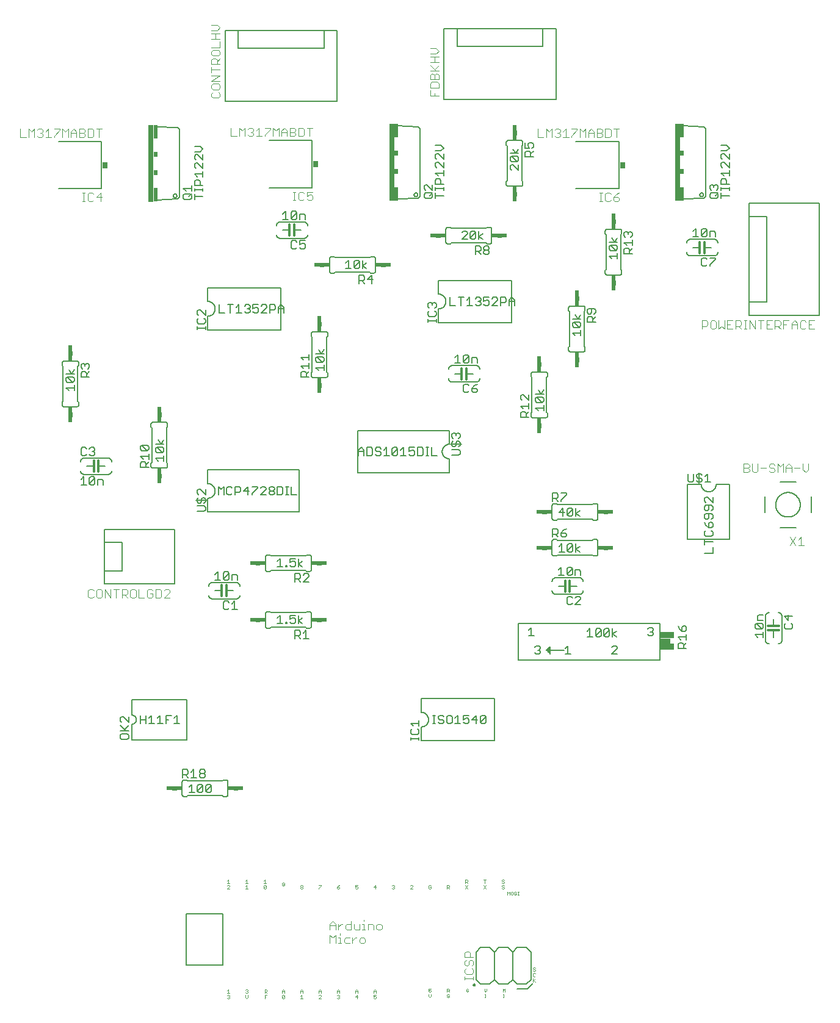
<source format=gto>
G75*
%MOIN*%
%OFA0B0*%
%FSLAX25Y25*%
%IPPOS*%
%LPD*%
%AMOC8*
5,1,8,0,0,1.08239X$1,22.5*
%
%ADD10C,0.00500*%
%ADD11C,0.00400*%
%ADD12C,0.00600*%
%ADD13C,0.00200*%
%ADD14C,0.01200*%
%ADD15R,0.07500X0.03500*%
%ADD16R,0.05500X0.03000*%
%ADD17C,0.00800*%
%ADD18C,0.02400*%
%ADD19R,0.03400X0.02400*%
%ADD20R,0.02400X0.03400*%
%ADD21R,0.03000X0.42000*%
%ADD22R,0.02000X0.07500*%
%ADD23R,0.02000X0.03000*%
%ADD24R,0.03000X0.03400*%
D10*
X0094315Y0045900D02*
X0094315Y0073700D01*
X0114315Y0073700D01*
X0114315Y0045900D01*
X0094315Y0045900D01*
X0095865Y0140050D02*
X0098868Y0140050D01*
X0097367Y0140050D02*
X0097367Y0144554D01*
X0095865Y0143053D01*
X0100469Y0143803D02*
X0100469Y0140801D01*
X0103472Y0143803D01*
X0103472Y0140801D01*
X0102721Y0140050D01*
X0101220Y0140050D01*
X0100469Y0140801D01*
X0100469Y0143803D02*
X0101220Y0144554D01*
X0102721Y0144554D01*
X0103472Y0143803D01*
X0105073Y0143803D02*
X0105073Y0140801D01*
X0108076Y0143803D01*
X0108076Y0140801D01*
X0107325Y0140050D01*
X0105824Y0140050D01*
X0105073Y0140801D01*
X0105073Y0143803D02*
X0105824Y0144554D01*
X0107325Y0144554D01*
X0108076Y0143803D01*
X0103825Y0148250D02*
X0102324Y0148250D01*
X0101573Y0149001D01*
X0101573Y0149751D01*
X0102324Y0150502D01*
X0103825Y0150502D01*
X0104576Y0149751D01*
X0104576Y0149001D01*
X0103825Y0148250D01*
X0103825Y0150502D02*
X0104576Y0151253D01*
X0104576Y0152003D01*
X0103825Y0152754D01*
X0102324Y0152754D01*
X0101573Y0152003D01*
X0101573Y0151253D01*
X0102324Y0150502D01*
X0099972Y0148250D02*
X0096969Y0148250D01*
X0098471Y0148250D02*
X0098471Y0152754D01*
X0096969Y0151253D01*
X0095368Y0152003D02*
X0095368Y0150502D01*
X0094617Y0149751D01*
X0092365Y0149751D01*
X0092365Y0148250D02*
X0092365Y0152754D01*
X0094617Y0152754D01*
X0095368Y0152003D01*
X0093867Y0149751D02*
X0095368Y0148250D01*
X0090784Y0177750D02*
X0087781Y0177750D01*
X0089282Y0177750D02*
X0089282Y0182254D01*
X0087781Y0180753D01*
X0086180Y0182254D02*
X0083177Y0182254D01*
X0083177Y0177750D01*
X0081576Y0177750D02*
X0078573Y0177750D01*
X0080074Y0177750D02*
X0080074Y0182254D01*
X0078573Y0180753D01*
X0076972Y0177750D02*
X0073969Y0177750D01*
X0075471Y0177750D02*
X0075471Y0182254D01*
X0073969Y0180753D01*
X0072368Y0180002D02*
X0069365Y0180002D01*
X0069365Y0177750D02*
X0069365Y0182254D01*
X0072368Y0182254D02*
X0072368Y0177750D01*
X0062865Y0178458D02*
X0059863Y0181460D01*
X0059112Y0181460D01*
X0058362Y0180710D01*
X0058362Y0179208D01*
X0059112Y0178458D01*
X0058362Y0176856D02*
X0061364Y0173854D01*
X0060613Y0174605D02*
X0062865Y0176856D01*
X0062865Y0178458D02*
X0062865Y0181460D01*
X0062865Y0173854D02*
X0058362Y0173854D01*
X0059112Y0172253D02*
X0058362Y0171502D01*
X0058362Y0170001D01*
X0059112Y0169250D01*
X0062115Y0169250D01*
X0062865Y0170001D01*
X0062865Y0171502D01*
X0062115Y0172253D01*
X0059112Y0172253D01*
X0083177Y0180002D02*
X0084678Y0180002D01*
X0115408Y0240250D02*
X0116909Y0240250D01*
X0117660Y0241001D01*
X0119261Y0240250D02*
X0122264Y0240250D01*
X0120763Y0240250D02*
X0120763Y0244754D01*
X0119261Y0243253D01*
X0117660Y0244003D02*
X0116909Y0244754D01*
X0115408Y0244754D01*
X0114657Y0244003D01*
X0114657Y0241001D01*
X0115408Y0240250D01*
X0115408Y0256250D02*
X0114657Y0257001D01*
X0117660Y0260003D01*
X0117660Y0257001D01*
X0116909Y0256250D01*
X0115408Y0256250D01*
X0114657Y0257001D02*
X0114657Y0260003D01*
X0115408Y0260754D01*
X0116909Y0260754D01*
X0117660Y0260003D01*
X0119261Y0259253D02*
X0121513Y0259253D01*
X0122264Y0258502D01*
X0122264Y0256250D01*
X0119261Y0256250D02*
X0119261Y0259253D01*
X0113056Y0256250D02*
X0110054Y0256250D01*
X0111555Y0256250D02*
X0111555Y0260754D01*
X0110054Y0259253D01*
X0104115Y0293750D02*
X0100362Y0293750D01*
X0100362Y0296753D02*
X0104115Y0296753D01*
X0104865Y0296002D01*
X0104865Y0294501D01*
X0104115Y0293750D01*
X0104115Y0298354D02*
X0104865Y0299105D01*
X0104865Y0300606D01*
X0104115Y0301356D01*
X0103364Y0301356D01*
X0102613Y0300606D01*
X0102613Y0299105D01*
X0101863Y0298354D01*
X0101112Y0298354D01*
X0100362Y0299105D01*
X0100362Y0300606D01*
X0101112Y0301356D01*
X0101112Y0302958D02*
X0100362Y0303708D01*
X0100362Y0305210D01*
X0101112Y0305960D01*
X0101863Y0305960D01*
X0104865Y0302958D01*
X0104865Y0305960D01*
X0105616Y0299855D02*
X0099611Y0299855D01*
X0111865Y0302750D02*
X0111865Y0307254D01*
X0113367Y0305753D01*
X0114868Y0307254D01*
X0114868Y0302750D01*
X0116469Y0303501D02*
X0117220Y0302750D01*
X0118721Y0302750D01*
X0119472Y0303501D01*
X0121073Y0304251D02*
X0123325Y0304251D01*
X0124076Y0305002D01*
X0124076Y0306503D01*
X0123325Y0307254D01*
X0121073Y0307254D01*
X0121073Y0302750D01*
X0119472Y0306503D02*
X0118721Y0307254D01*
X0117220Y0307254D01*
X0116469Y0306503D01*
X0116469Y0303501D01*
X0125677Y0305002D02*
X0128680Y0305002D01*
X0130281Y0303501D02*
X0130281Y0302750D01*
X0130281Y0303501D02*
X0133284Y0306503D01*
X0133284Y0307254D01*
X0130281Y0307254D01*
X0127929Y0307254D02*
X0125677Y0305002D01*
X0127929Y0302750D02*
X0127929Y0307254D01*
X0134885Y0306503D02*
X0135636Y0307254D01*
X0137137Y0307254D01*
X0137888Y0306503D01*
X0137888Y0305753D01*
X0134885Y0302750D01*
X0137888Y0302750D01*
X0139489Y0303501D02*
X0139489Y0304251D01*
X0140240Y0305002D01*
X0141741Y0305002D01*
X0142491Y0304251D01*
X0142491Y0303501D01*
X0141741Y0302750D01*
X0140240Y0302750D01*
X0139489Y0303501D01*
X0140240Y0305002D02*
X0139489Y0305753D01*
X0139489Y0306503D01*
X0140240Y0307254D01*
X0141741Y0307254D01*
X0142491Y0306503D01*
X0142491Y0305753D01*
X0141741Y0305002D01*
X0144093Y0307254D02*
X0144093Y0302750D01*
X0146345Y0302750D01*
X0147095Y0303501D01*
X0147095Y0306503D01*
X0146345Y0307254D01*
X0144093Y0307254D01*
X0148697Y0307254D02*
X0150198Y0307254D01*
X0149447Y0307254D02*
X0149447Y0302750D01*
X0148697Y0302750D02*
X0150198Y0302750D01*
X0151766Y0302750D02*
X0151766Y0307254D01*
X0151766Y0302750D02*
X0154769Y0302750D01*
X0155529Y0267954D02*
X0155529Y0263450D01*
X0155529Y0264951D02*
X0157781Y0266453D01*
X0155529Y0264951D02*
X0157781Y0263450D01*
X0159012Y0259754D02*
X0158261Y0259003D01*
X0159012Y0259754D02*
X0160513Y0259754D01*
X0161264Y0259003D01*
X0161264Y0258253D01*
X0158261Y0255250D01*
X0161264Y0255250D01*
X0156660Y0255250D02*
X0155159Y0256751D01*
X0155909Y0256751D02*
X0153657Y0256751D01*
X0153657Y0255250D02*
X0153657Y0259754D01*
X0155909Y0259754D01*
X0156660Y0259003D01*
X0156660Y0257502D01*
X0155909Y0256751D01*
X0153177Y0263450D02*
X0151675Y0263450D01*
X0150925Y0264201D01*
X0150925Y0265702D02*
X0152426Y0266453D01*
X0153177Y0266453D01*
X0153927Y0265702D01*
X0153927Y0264201D01*
X0153177Y0263450D01*
X0150925Y0265702D02*
X0150925Y0267954D01*
X0153927Y0267954D01*
X0149373Y0264201D02*
X0149373Y0263450D01*
X0148623Y0263450D01*
X0148623Y0264201D01*
X0149373Y0264201D01*
X0147021Y0263450D02*
X0144019Y0263450D01*
X0145520Y0263450D02*
X0145520Y0267954D01*
X0144019Y0266453D01*
X0145520Y0236954D02*
X0145520Y0232450D01*
X0144019Y0232450D02*
X0147021Y0232450D01*
X0148623Y0232450D02*
X0149373Y0232450D01*
X0149373Y0233201D01*
X0148623Y0233201D01*
X0148623Y0232450D01*
X0150925Y0233201D02*
X0151675Y0232450D01*
X0153177Y0232450D01*
X0153927Y0233201D01*
X0153927Y0234702D01*
X0153177Y0235453D01*
X0152426Y0235453D01*
X0150925Y0234702D01*
X0150925Y0236954D01*
X0153927Y0236954D01*
X0155529Y0236954D02*
X0155529Y0232450D01*
X0155529Y0233951D02*
X0157781Y0232450D01*
X0155529Y0233951D02*
X0157781Y0235453D01*
X0155909Y0228754D02*
X0153657Y0228754D01*
X0153657Y0224250D01*
X0153657Y0225751D02*
X0155909Y0225751D01*
X0156660Y0226502D01*
X0156660Y0228003D01*
X0155909Y0228754D01*
X0158261Y0227253D02*
X0159763Y0228754D01*
X0159763Y0224250D01*
X0161264Y0224250D02*
X0158261Y0224250D01*
X0156660Y0224250D02*
X0155159Y0225751D01*
X0144019Y0235453D02*
X0145520Y0236954D01*
X0082065Y0321250D02*
X0082065Y0324253D01*
X0082065Y0322751D02*
X0077562Y0322751D01*
X0079063Y0321250D01*
X0078312Y0325854D02*
X0077562Y0326605D01*
X0077562Y0328106D01*
X0078312Y0328856D01*
X0081315Y0325854D01*
X0082065Y0326605D01*
X0082065Y0328106D01*
X0081315Y0328856D01*
X0078312Y0328856D01*
X0077562Y0330458D02*
X0082065Y0330458D01*
X0080564Y0330458D02*
X0079063Y0332710D01*
X0080564Y0330458D02*
X0082065Y0332710D01*
X0081315Y0325854D02*
X0078312Y0325854D01*
X0073865Y0325356D02*
X0073865Y0322354D01*
X0073865Y0323855D02*
X0069362Y0323855D01*
X0070863Y0322354D01*
X0071613Y0320753D02*
X0072364Y0320002D01*
X0072364Y0317750D01*
X0072364Y0319251D02*
X0073865Y0320753D01*
X0071613Y0320753D02*
X0070112Y0320753D01*
X0069362Y0320002D01*
X0069362Y0317750D01*
X0073865Y0317750D01*
X0073115Y0326958D02*
X0070112Y0326958D01*
X0069362Y0327708D01*
X0069362Y0329210D01*
X0070112Y0329960D01*
X0073115Y0326958D01*
X0073865Y0327708D01*
X0073865Y0329210D01*
X0073115Y0329960D01*
X0070112Y0329960D01*
X0049076Y0310502D02*
X0049076Y0308250D01*
X0049076Y0310502D02*
X0048325Y0311253D01*
X0046073Y0311253D01*
X0046073Y0308250D01*
X0044472Y0309001D02*
X0044472Y0312003D01*
X0041469Y0309001D01*
X0042220Y0308250D01*
X0043721Y0308250D01*
X0044472Y0309001D01*
X0044472Y0312003D02*
X0043721Y0312754D01*
X0042220Y0312754D01*
X0041469Y0312003D01*
X0041469Y0309001D01*
X0039868Y0308250D02*
X0036865Y0308250D01*
X0038367Y0308250D02*
X0038367Y0312754D01*
X0036865Y0311253D01*
X0037616Y0324250D02*
X0039117Y0324250D01*
X0039868Y0325001D01*
X0041469Y0325001D02*
X0042220Y0324250D01*
X0043721Y0324250D01*
X0044472Y0325001D01*
X0044472Y0325751D01*
X0043721Y0326502D01*
X0042971Y0326502D01*
X0043721Y0326502D02*
X0044472Y0327253D01*
X0044472Y0328003D01*
X0043721Y0328754D01*
X0042220Y0328754D01*
X0041469Y0328003D01*
X0039868Y0328003D02*
X0039117Y0328754D01*
X0037616Y0328754D01*
X0036865Y0328003D01*
X0036865Y0325001D01*
X0037616Y0324250D01*
X0033165Y0359706D02*
X0033165Y0362708D01*
X0033165Y0361207D02*
X0028662Y0361207D01*
X0030163Y0359706D01*
X0029412Y0364309D02*
X0028662Y0365060D01*
X0028662Y0366561D01*
X0029412Y0367312D01*
X0032415Y0364309D01*
X0033165Y0365060D01*
X0033165Y0366561D01*
X0032415Y0367312D01*
X0029412Y0367312D01*
X0028662Y0368913D02*
X0033165Y0368913D01*
X0031664Y0368913D02*
X0033165Y0371165D01*
X0031664Y0368913D02*
X0030163Y0371165D01*
X0029412Y0364309D02*
X0032415Y0364309D01*
X0036862Y0367042D02*
X0036862Y0369294D01*
X0037612Y0370045D01*
X0039113Y0370045D01*
X0039864Y0369294D01*
X0039864Y0367042D01*
X0041365Y0367042D02*
X0036862Y0367042D01*
X0039864Y0368543D02*
X0041365Y0370045D01*
X0040615Y0371646D02*
X0041365Y0372397D01*
X0041365Y0373898D01*
X0040615Y0374649D01*
X0039864Y0374649D01*
X0039113Y0373898D01*
X0039113Y0373147D01*
X0039113Y0373898D02*
X0038363Y0374649D01*
X0037612Y0374649D01*
X0036862Y0373898D01*
X0036862Y0372397D01*
X0037612Y0371646D01*
X0100362Y0393250D02*
X0100362Y0394751D01*
X0100362Y0394001D02*
X0104865Y0394001D01*
X0104865Y0394751D02*
X0104865Y0393250D01*
X0104115Y0396319D02*
X0104865Y0397070D01*
X0104865Y0398571D01*
X0104115Y0399322D01*
X0104865Y0400923D02*
X0101863Y0403926D01*
X0101112Y0403926D01*
X0100362Y0403175D01*
X0100362Y0401674D01*
X0101112Y0400923D01*
X0101112Y0399322D02*
X0100362Y0398571D01*
X0100362Y0397070D01*
X0101112Y0396319D01*
X0104115Y0396319D01*
X0104865Y0400923D02*
X0104865Y0403926D01*
X0112365Y0402250D02*
X0115368Y0402250D01*
X0112365Y0402250D02*
X0112365Y0406754D01*
X0116969Y0406754D02*
X0119972Y0406754D01*
X0118471Y0406754D02*
X0118471Y0402250D01*
X0121573Y0402250D02*
X0124576Y0402250D01*
X0123074Y0402250D02*
X0123074Y0406754D01*
X0121573Y0405253D01*
X0126177Y0406003D02*
X0126928Y0406754D01*
X0128429Y0406754D01*
X0129180Y0406003D01*
X0129180Y0405253D01*
X0128429Y0404502D01*
X0129180Y0403751D01*
X0129180Y0403001D01*
X0128429Y0402250D01*
X0126928Y0402250D01*
X0126177Y0403001D01*
X0127678Y0404502D02*
X0128429Y0404502D01*
X0130781Y0404502D02*
X0132282Y0405253D01*
X0133033Y0405253D01*
X0133784Y0404502D01*
X0133784Y0403001D01*
X0133033Y0402250D01*
X0131532Y0402250D01*
X0130781Y0403001D01*
X0130781Y0404502D02*
X0130781Y0406754D01*
X0133784Y0406754D01*
X0135385Y0406003D02*
X0136136Y0406754D01*
X0137637Y0406754D01*
X0138388Y0406003D01*
X0138388Y0405253D01*
X0135385Y0402250D01*
X0138388Y0402250D01*
X0139989Y0402250D02*
X0139989Y0406754D01*
X0142241Y0406754D01*
X0142991Y0406003D01*
X0142991Y0404502D01*
X0142241Y0403751D01*
X0139989Y0403751D01*
X0144593Y0404502D02*
X0147595Y0404502D01*
X0147595Y0405253D02*
X0147595Y0402250D01*
X0144593Y0402250D02*
X0144593Y0405253D01*
X0146094Y0406754D01*
X0147595Y0405253D01*
X0166563Y0382210D02*
X0168064Y0379958D01*
X0169565Y0382210D01*
X0169565Y0379958D02*
X0165062Y0379958D01*
X0165812Y0378356D02*
X0168815Y0375354D01*
X0169565Y0376105D01*
X0169565Y0377606D01*
X0168815Y0378356D01*
X0165812Y0378356D01*
X0165062Y0377606D01*
X0165062Y0376105D01*
X0165812Y0375354D01*
X0168815Y0375354D01*
X0169565Y0373753D02*
X0169565Y0370750D01*
X0169565Y0372251D02*
X0165062Y0372251D01*
X0166563Y0370750D01*
X0161365Y0370253D02*
X0159864Y0368751D01*
X0159864Y0369502D02*
X0159864Y0367250D01*
X0161365Y0367250D02*
X0156862Y0367250D01*
X0156862Y0369502D01*
X0157612Y0370253D01*
X0159113Y0370253D01*
X0159864Y0369502D01*
X0158363Y0371854D02*
X0156862Y0373355D01*
X0161365Y0373355D01*
X0161365Y0371854D02*
X0161365Y0374856D01*
X0161365Y0376458D02*
X0161365Y0379460D01*
X0161365Y0377959D02*
X0156862Y0377959D01*
X0158363Y0376458D01*
X0188657Y0418250D02*
X0188657Y0422754D01*
X0190909Y0422754D01*
X0191660Y0422003D01*
X0191660Y0420502D01*
X0190909Y0419751D01*
X0188657Y0419751D01*
X0190159Y0419751D02*
X0191660Y0418250D01*
X0193261Y0420502D02*
X0196264Y0420502D01*
X0195513Y0418250D02*
X0195513Y0422754D01*
X0193261Y0420502D01*
X0192781Y0426450D02*
X0190529Y0427951D01*
X0192781Y0429453D01*
X0190529Y0430954D02*
X0190529Y0426450D01*
X0188927Y0427201D02*
X0188177Y0426450D01*
X0186675Y0426450D01*
X0185925Y0427201D01*
X0188927Y0430203D01*
X0188927Y0427201D01*
X0188927Y0430203D02*
X0188177Y0430954D01*
X0186675Y0430954D01*
X0185925Y0430203D01*
X0185925Y0427201D01*
X0184323Y0426450D02*
X0181321Y0426450D01*
X0182822Y0426450D02*
X0182822Y0430954D01*
X0181321Y0429453D01*
X0159264Y0438001D02*
X0158513Y0437250D01*
X0157012Y0437250D01*
X0156261Y0438001D01*
X0156261Y0439502D02*
X0157763Y0440253D01*
X0158513Y0440253D01*
X0159264Y0439502D01*
X0159264Y0438001D01*
X0156261Y0439502D02*
X0156261Y0441754D01*
X0159264Y0441754D01*
X0154660Y0441003D02*
X0153909Y0441754D01*
X0152408Y0441754D01*
X0151657Y0441003D01*
X0151657Y0438001D01*
X0152408Y0437250D01*
X0153909Y0437250D01*
X0154660Y0438001D01*
X0153909Y0453250D02*
X0152408Y0453250D01*
X0151657Y0454001D01*
X0154660Y0457003D01*
X0154660Y0454001D01*
X0153909Y0453250D01*
X0156261Y0453250D02*
X0156261Y0456253D01*
X0158513Y0456253D01*
X0159264Y0455502D01*
X0159264Y0453250D01*
X0154660Y0457003D02*
X0153909Y0457754D01*
X0152408Y0457754D01*
X0151657Y0457003D01*
X0151657Y0454001D01*
X0150056Y0453250D02*
X0147054Y0453250D01*
X0148555Y0453250D02*
X0148555Y0457754D01*
X0147054Y0456253D01*
X0103365Y0465751D02*
X0098862Y0465751D01*
X0098862Y0464250D02*
X0098862Y0467253D01*
X0098862Y0468854D02*
X0098862Y0470355D01*
X0098862Y0469605D02*
X0103365Y0469605D01*
X0103365Y0470355D02*
X0103365Y0468854D01*
X0103365Y0471923D02*
X0098862Y0471923D01*
X0098862Y0474175D01*
X0099612Y0474926D01*
X0101113Y0474926D01*
X0101864Y0474175D01*
X0101864Y0471923D01*
X0097165Y0471856D02*
X0097165Y0468854D01*
X0097165Y0470355D02*
X0092662Y0470355D01*
X0094163Y0468854D01*
X0093412Y0467253D02*
X0096415Y0467253D01*
X0097165Y0466502D01*
X0097165Y0465001D01*
X0096415Y0464250D01*
X0093412Y0464250D01*
X0092662Y0465001D01*
X0092662Y0466502D01*
X0093412Y0467253D01*
X0095664Y0465751D02*
X0097165Y0467253D01*
X0090615Y0465500D02*
X0089615Y0464500D01*
X0078115Y0464000D01*
X0087215Y0466300D02*
X0087217Y0466363D01*
X0087223Y0466425D01*
X0087233Y0466487D01*
X0087246Y0466549D01*
X0087264Y0466609D01*
X0087285Y0466668D01*
X0087310Y0466726D01*
X0087339Y0466782D01*
X0087371Y0466836D01*
X0087406Y0466888D01*
X0087444Y0466937D01*
X0087486Y0466985D01*
X0087530Y0467029D01*
X0087578Y0467071D01*
X0087627Y0467109D01*
X0087679Y0467144D01*
X0087733Y0467176D01*
X0087789Y0467205D01*
X0087847Y0467230D01*
X0087906Y0467251D01*
X0087966Y0467269D01*
X0088028Y0467282D01*
X0088090Y0467292D01*
X0088152Y0467298D01*
X0088215Y0467300D01*
X0088278Y0467298D01*
X0088340Y0467292D01*
X0088402Y0467282D01*
X0088464Y0467269D01*
X0088524Y0467251D01*
X0088583Y0467230D01*
X0088641Y0467205D01*
X0088697Y0467176D01*
X0088751Y0467144D01*
X0088803Y0467109D01*
X0088852Y0467071D01*
X0088900Y0467029D01*
X0088944Y0466985D01*
X0088986Y0466937D01*
X0089024Y0466888D01*
X0089059Y0466836D01*
X0089091Y0466782D01*
X0089120Y0466726D01*
X0089145Y0466668D01*
X0089166Y0466609D01*
X0089184Y0466549D01*
X0089197Y0466487D01*
X0089207Y0466425D01*
X0089213Y0466363D01*
X0089215Y0466300D01*
X0089213Y0466237D01*
X0089207Y0466175D01*
X0089197Y0466113D01*
X0089184Y0466051D01*
X0089166Y0465991D01*
X0089145Y0465932D01*
X0089120Y0465874D01*
X0089091Y0465818D01*
X0089059Y0465764D01*
X0089024Y0465712D01*
X0088986Y0465663D01*
X0088944Y0465615D01*
X0088900Y0465571D01*
X0088852Y0465529D01*
X0088803Y0465491D01*
X0088751Y0465456D01*
X0088697Y0465424D01*
X0088641Y0465395D01*
X0088583Y0465370D01*
X0088524Y0465349D01*
X0088464Y0465331D01*
X0088402Y0465318D01*
X0088340Y0465308D01*
X0088278Y0465302D01*
X0088215Y0465300D01*
X0088152Y0465302D01*
X0088090Y0465308D01*
X0088028Y0465318D01*
X0087966Y0465331D01*
X0087906Y0465349D01*
X0087847Y0465370D01*
X0087789Y0465395D01*
X0087733Y0465424D01*
X0087679Y0465456D01*
X0087627Y0465491D01*
X0087578Y0465529D01*
X0087530Y0465571D01*
X0087486Y0465615D01*
X0087444Y0465663D01*
X0087406Y0465712D01*
X0087371Y0465764D01*
X0087339Y0465818D01*
X0087310Y0465874D01*
X0087285Y0465932D01*
X0087264Y0465991D01*
X0087246Y0466051D01*
X0087233Y0466113D01*
X0087223Y0466175D01*
X0087217Y0466237D01*
X0087215Y0466300D01*
X0090615Y0465500D02*
X0090615Y0502500D01*
X0089615Y0503500D01*
X0078115Y0504000D01*
X0098862Y0493341D02*
X0101864Y0493341D01*
X0103365Y0491840D01*
X0101864Y0490339D01*
X0098862Y0490339D01*
X0099612Y0488738D02*
X0098862Y0487987D01*
X0098862Y0486486D01*
X0099612Y0485735D01*
X0099612Y0484134D02*
X0098862Y0483383D01*
X0098862Y0481882D01*
X0099612Y0481131D01*
X0099612Y0484134D02*
X0100363Y0484134D01*
X0103365Y0481131D01*
X0103365Y0484134D01*
X0103365Y0485735D02*
X0100363Y0488738D01*
X0099612Y0488738D01*
X0103365Y0488738D02*
X0103365Y0485735D01*
X0103365Y0479530D02*
X0103365Y0476527D01*
X0103365Y0478028D02*
X0098862Y0478028D01*
X0100363Y0476527D01*
X0209615Y0464500D02*
X0221115Y0465000D01*
X0222115Y0466000D01*
X0222115Y0503000D01*
X0221115Y0504000D01*
X0209615Y0504500D01*
X0230362Y0493841D02*
X0233364Y0493841D01*
X0234865Y0492340D01*
X0233364Y0490839D01*
X0230362Y0490839D01*
X0231112Y0489238D02*
X0230362Y0488487D01*
X0230362Y0486986D01*
X0231112Y0486235D01*
X0231112Y0484634D02*
X0230362Y0483883D01*
X0230362Y0482382D01*
X0231112Y0481631D01*
X0231112Y0484634D02*
X0231863Y0484634D01*
X0234865Y0481631D01*
X0234865Y0484634D01*
X0234865Y0486235D02*
X0231863Y0489238D01*
X0231112Y0489238D01*
X0234865Y0489238D02*
X0234865Y0486235D01*
X0234865Y0480030D02*
X0234865Y0477027D01*
X0234865Y0478528D02*
X0230362Y0478528D01*
X0231863Y0477027D01*
X0232613Y0475426D02*
X0233364Y0474675D01*
X0233364Y0472423D01*
X0234865Y0472423D02*
X0230362Y0472423D01*
X0230362Y0474675D01*
X0231112Y0475426D01*
X0232613Y0475426D01*
X0228665Y0472356D02*
X0228665Y0469354D01*
X0225663Y0472356D01*
X0224912Y0472356D01*
X0224162Y0471606D01*
X0224162Y0470105D01*
X0224912Y0469354D01*
X0224912Y0467753D02*
X0227915Y0467753D01*
X0228665Y0467002D01*
X0228665Y0465501D01*
X0227915Y0464750D01*
X0224912Y0464750D01*
X0224162Y0465501D01*
X0224162Y0467002D01*
X0224912Y0467753D01*
X0227164Y0466251D02*
X0228665Y0467753D01*
X0230362Y0467753D02*
X0230362Y0464750D01*
X0230362Y0466251D02*
X0234865Y0466251D01*
X0234865Y0469354D02*
X0234865Y0470855D01*
X0234865Y0470105D02*
X0230362Y0470105D01*
X0230362Y0470855D02*
X0230362Y0469354D01*
X0218715Y0466800D02*
X0218717Y0466863D01*
X0218723Y0466925D01*
X0218733Y0466987D01*
X0218746Y0467049D01*
X0218764Y0467109D01*
X0218785Y0467168D01*
X0218810Y0467226D01*
X0218839Y0467282D01*
X0218871Y0467336D01*
X0218906Y0467388D01*
X0218944Y0467437D01*
X0218986Y0467485D01*
X0219030Y0467529D01*
X0219078Y0467571D01*
X0219127Y0467609D01*
X0219179Y0467644D01*
X0219233Y0467676D01*
X0219289Y0467705D01*
X0219347Y0467730D01*
X0219406Y0467751D01*
X0219466Y0467769D01*
X0219528Y0467782D01*
X0219590Y0467792D01*
X0219652Y0467798D01*
X0219715Y0467800D01*
X0219778Y0467798D01*
X0219840Y0467792D01*
X0219902Y0467782D01*
X0219964Y0467769D01*
X0220024Y0467751D01*
X0220083Y0467730D01*
X0220141Y0467705D01*
X0220197Y0467676D01*
X0220251Y0467644D01*
X0220303Y0467609D01*
X0220352Y0467571D01*
X0220400Y0467529D01*
X0220444Y0467485D01*
X0220486Y0467437D01*
X0220524Y0467388D01*
X0220559Y0467336D01*
X0220591Y0467282D01*
X0220620Y0467226D01*
X0220645Y0467168D01*
X0220666Y0467109D01*
X0220684Y0467049D01*
X0220697Y0466987D01*
X0220707Y0466925D01*
X0220713Y0466863D01*
X0220715Y0466800D01*
X0220713Y0466737D01*
X0220707Y0466675D01*
X0220697Y0466613D01*
X0220684Y0466551D01*
X0220666Y0466491D01*
X0220645Y0466432D01*
X0220620Y0466374D01*
X0220591Y0466318D01*
X0220559Y0466264D01*
X0220524Y0466212D01*
X0220486Y0466163D01*
X0220444Y0466115D01*
X0220400Y0466071D01*
X0220352Y0466029D01*
X0220303Y0465991D01*
X0220251Y0465956D01*
X0220197Y0465924D01*
X0220141Y0465895D01*
X0220083Y0465870D01*
X0220024Y0465849D01*
X0219964Y0465831D01*
X0219902Y0465818D01*
X0219840Y0465808D01*
X0219778Y0465802D01*
X0219715Y0465800D01*
X0219652Y0465802D01*
X0219590Y0465808D01*
X0219528Y0465818D01*
X0219466Y0465831D01*
X0219406Y0465849D01*
X0219347Y0465870D01*
X0219289Y0465895D01*
X0219233Y0465924D01*
X0219179Y0465956D01*
X0219127Y0465991D01*
X0219078Y0466029D01*
X0219030Y0466071D01*
X0218986Y0466115D01*
X0218944Y0466163D01*
X0218906Y0466212D01*
X0218871Y0466264D01*
X0218839Y0466318D01*
X0218810Y0466374D01*
X0218785Y0466432D01*
X0218764Y0466491D01*
X0218746Y0466551D01*
X0218733Y0466613D01*
X0218723Y0466675D01*
X0218717Y0466737D01*
X0218715Y0466800D01*
X0244821Y0446203D02*
X0245572Y0446954D01*
X0247073Y0446954D01*
X0247823Y0446203D01*
X0247823Y0445453D01*
X0244821Y0442450D01*
X0247823Y0442450D01*
X0249425Y0443201D02*
X0252427Y0446203D01*
X0252427Y0443201D01*
X0251677Y0442450D01*
X0250175Y0442450D01*
X0249425Y0443201D01*
X0249425Y0446203D01*
X0250175Y0446954D01*
X0251677Y0446954D01*
X0252427Y0446203D01*
X0254029Y0446954D02*
X0254029Y0442450D01*
X0254029Y0443951D02*
X0256281Y0445453D01*
X0254029Y0443951D02*
X0256281Y0442450D01*
X0257512Y0438754D02*
X0259013Y0438754D01*
X0259764Y0438003D01*
X0259764Y0437253D01*
X0259013Y0436502D01*
X0257512Y0436502D01*
X0256761Y0437253D01*
X0256761Y0438003D01*
X0257512Y0438754D01*
X0257512Y0436502D02*
X0256761Y0435751D01*
X0256761Y0435001D01*
X0257512Y0434250D01*
X0259013Y0434250D01*
X0259764Y0435001D01*
X0259764Y0435751D01*
X0259013Y0436502D01*
X0255160Y0436502D02*
X0255160Y0438003D01*
X0254409Y0438754D01*
X0252157Y0438754D01*
X0252157Y0434250D01*
X0252157Y0435751D02*
X0254409Y0435751D01*
X0255160Y0436502D01*
X0253659Y0435751D02*
X0255160Y0434250D01*
X0254429Y0410754D02*
X0255180Y0410003D01*
X0255180Y0409253D01*
X0254429Y0408502D01*
X0255180Y0407751D01*
X0255180Y0407001D01*
X0254429Y0406250D01*
X0252928Y0406250D01*
X0252177Y0407001D01*
X0250576Y0406250D02*
X0247573Y0406250D01*
X0249074Y0406250D02*
X0249074Y0410754D01*
X0247573Y0409253D01*
X0245972Y0410754D02*
X0242969Y0410754D01*
X0244471Y0410754D02*
X0244471Y0406250D01*
X0241368Y0406250D02*
X0238365Y0406250D01*
X0238365Y0410754D01*
X0230865Y0407175D02*
X0230865Y0405674D01*
X0230115Y0404923D01*
X0230115Y0403322D02*
X0230865Y0402571D01*
X0230865Y0401070D01*
X0230115Y0400319D01*
X0227112Y0400319D01*
X0226362Y0401070D01*
X0226362Y0402571D01*
X0227112Y0403322D01*
X0227112Y0404923D02*
X0226362Y0405674D01*
X0226362Y0407175D01*
X0227112Y0407926D01*
X0227863Y0407926D01*
X0228613Y0407175D01*
X0229364Y0407926D01*
X0230115Y0407926D01*
X0230865Y0407175D01*
X0228613Y0407175D02*
X0228613Y0406424D01*
X0226362Y0398751D02*
X0226362Y0397250D01*
X0226362Y0398001D02*
X0230865Y0398001D01*
X0230865Y0398751D02*
X0230865Y0397250D01*
X0242555Y0379254D02*
X0241054Y0377753D01*
X0242555Y0379254D02*
X0242555Y0374750D01*
X0241054Y0374750D02*
X0244056Y0374750D01*
X0245657Y0375501D02*
X0248660Y0378503D01*
X0248660Y0375501D01*
X0247909Y0374750D01*
X0246408Y0374750D01*
X0245657Y0375501D01*
X0245657Y0378503D01*
X0246408Y0379254D01*
X0247909Y0379254D01*
X0248660Y0378503D01*
X0250261Y0377753D02*
X0252513Y0377753D01*
X0253264Y0377002D01*
X0253264Y0374750D01*
X0250261Y0374750D02*
X0250261Y0377753D01*
X0247909Y0363254D02*
X0246408Y0363254D01*
X0245657Y0362503D01*
X0245657Y0359501D01*
X0246408Y0358750D01*
X0247909Y0358750D01*
X0248660Y0359501D01*
X0250261Y0359501D02*
X0251012Y0358750D01*
X0252513Y0358750D01*
X0253264Y0359501D01*
X0253264Y0360251D01*
X0252513Y0361002D01*
X0250261Y0361002D01*
X0250261Y0359501D01*
X0250261Y0361002D02*
X0251763Y0362503D01*
X0253264Y0363254D01*
X0248660Y0362503D02*
X0247909Y0363254D01*
X0243115Y0336649D02*
X0243865Y0335898D01*
X0243865Y0334397D01*
X0243115Y0333646D01*
X0243115Y0332045D02*
X0242364Y0332045D01*
X0241613Y0331294D01*
X0241613Y0329793D01*
X0240863Y0329042D01*
X0240112Y0329042D01*
X0239362Y0329793D01*
X0239362Y0331294D01*
X0240112Y0332045D01*
X0240112Y0333646D02*
X0239362Y0334397D01*
X0239362Y0335898D01*
X0240112Y0336649D01*
X0240863Y0336649D01*
X0241613Y0335898D01*
X0242364Y0336649D01*
X0243115Y0336649D01*
X0241613Y0335898D02*
X0241613Y0335147D01*
X0243115Y0332045D02*
X0243865Y0331294D01*
X0243865Y0329793D01*
X0243115Y0329042D01*
X0243115Y0327441D02*
X0239362Y0327441D01*
X0239362Y0324438D02*
X0243115Y0324438D01*
X0243865Y0325189D01*
X0243865Y0326690D01*
X0243115Y0327441D01*
X0244616Y0330543D02*
X0238611Y0330543D01*
X0231264Y0324250D02*
X0228261Y0324250D01*
X0228261Y0328754D01*
X0226693Y0328754D02*
X0225192Y0328754D01*
X0225943Y0328754D02*
X0225943Y0324250D01*
X0226693Y0324250D02*
X0225192Y0324250D01*
X0223591Y0325001D02*
X0223591Y0328003D01*
X0222840Y0328754D01*
X0220588Y0328754D01*
X0220588Y0324250D01*
X0222840Y0324250D01*
X0223591Y0325001D01*
X0218987Y0325001D02*
X0218236Y0324250D01*
X0216735Y0324250D01*
X0215984Y0325001D01*
X0215984Y0326502D02*
X0217485Y0327253D01*
X0218236Y0327253D01*
X0218987Y0326502D01*
X0218987Y0325001D01*
X0215984Y0326502D02*
X0215984Y0328754D01*
X0218987Y0328754D01*
X0212882Y0328754D02*
X0212882Y0324250D01*
X0214383Y0324250D02*
X0211380Y0324250D01*
X0209779Y0325001D02*
X0209028Y0324250D01*
X0207527Y0324250D01*
X0206776Y0325001D01*
X0209779Y0328003D01*
X0209779Y0325001D01*
X0211380Y0327253D02*
X0212882Y0328754D01*
X0209779Y0328003D02*
X0209028Y0328754D01*
X0207527Y0328754D01*
X0206776Y0328003D01*
X0206776Y0325001D01*
X0205175Y0324250D02*
X0202172Y0324250D01*
X0203674Y0324250D02*
X0203674Y0328754D01*
X0202172Y0327253D01*
X0200571Y0328003D02*
X0199820Y0328754D01*
X0198319Y0328754D01*
X0197569Y0328003D01*
X0197569Y0327253D01*
X0198319Y0326502D01*
X0199820Y0326502D01*
X0200571Y0325751D01*
X0200571Y0325001D01*
X0199820Y0324250D01*
X0198319Y0324250D01*
X0197569Y0325001D01*
X0195967Y0325001D02*
X0195967Y0328003D01*
X0195216Y0328754D01*
X0192965Y0328754D01*
X0192965Y0324250D01*
X0195216Y0324250D01*
X0195967Y0325001D01*
X0191363Y0324250D02*
X0191363Y0327253D01*
X0189862Y0328754D01*
X0188361Y0327253D01*
X0188361Y0324250D01*
X0188361Y0326502D02*
X0191363Y0326502D01*
X0253678Y0408502D02*
X0254429Y0408502D01*
X0254429Y0410754D02*
X0252928Y0410754D01*
X0252177Y0410003D01*
X0256781Y0410754D02*
X0256781Y0408502D01*
X0258282Y0409253D01*
X0259033Y0409253D01*
X0259784Y0408502D01*
X0259784Y0407001D01*
X0259033Y0406250D01*
X0257532Y0406250D01*
X0256781Y0407001D01*
X0256781Y0410754D02*
X0259784Y0410754D01*
X0261385Y0410003D02*
X0262136Y0410754D01*
X0263637Y0410754D01*
X0264388Y0410003D01*
X0264388Y0409253D01*
X0261385Y0406250D01*
X0264388Y0406250D01*
X0265989Y0406250D02*
X0265989Y0410754D01*
X0268241Y0410754D01*
X0268991Y0410003D01*
X0268991Y0408502D01*
X0268241Y0407751D01*
X0265989Y0407751D01*
X0270593Y0408502D02*
X0273595Y0408502D01*
X0273595Y0409253D02*
X0273595Y0406250D01*
X0270593Y0406250D02*
X0270593Y0409253D01*
X0272094Y0410754D01*
X0273595Y0409253D01*
X0305162Y0398913D02*
X0309665Y0398913D01*
X0308164Y0398913D02*
X0306663Y0401165D01*
X0308164Y0398913D02*
X0309665Y0401165D01*
X0313362Y0402397D02*
X0313362Y0403898D01*
X0314112Y0404649D01*
X0317115Y0404649D01*
X0317865Y0403898D01*
X0317865Y0402397D01*
X0317115Y0401646D01*
X0315613Y0402397D02*
X0315613Y0404649D01*
X0315613Y0402397D02*
X0314863Y0401646D01*
X0314112Y0401646D01*
X0313362Y0402397D01*
X0314112Y0400045D02*
X0315613Y0400045D01*
X0316364Y0399294D01*
X0316364Y0397042D01*
X0317865Y0397042D02*
X0313362Y0397042D01*
X0313362Y0399294D01*
X0314112Y0400045D01*
X0316364Y0398543D02*
X0317865Y0400045D01*
X0309665Y0396561D02*
X0309665Y0395060D01*
X0308915Y0394309D01*
X0305912Y0397312D01*
X0308915Y0397312D01*
X0309665Y0396561D01*
X0308915Y0394309D02*
X0305912Y0394309D01*
X0305162Y0395060D01*
X0305162Y0396561D01*
X0305912Y0397312D01*
X0309665Y0392708D02*
X0309665Y0389706D01*
X0309665Y0391207D02*
X0305162Y0391207D01*
X0306663Y0389706D01*
X0289565Y0360210D02*
X0288064Y0357958D01*
X0286563Y0360210D01*
X0285062Y0357958D02*
X0289565Y0357958D01*
X0288815Y0356356D02*
X0285812Y0356356D01*
X0288815Y0353354D01*
X0289565Y0354105D01*
X0289565Y0355606D01*
X0288815Y0356356D01*
X0288815Y0353354D02*
X0285812Y0353354D01*
X0285062Y0354105D01*
X0285062Y0355606D01*
X0285812Y0356356D01*
X0281365Y0357460D02*
X0281365Y0354458D01*
X0278363Y0357460D01*
X0277612Y0357460D01*
X0276862Y0356710D01*
X0276862Y0355208D01*
X0277612Y0354458D01*
X0276862Y0351355D02*
X0281365Y0351355D01*
X0281365Y0349854D02*
X0281365Y0352856D01*
X0278363Y0349854D02*
X0276862Y0351355D01*
X0277612Y0348253D02*
X0279113Y0348253D01*
X0279864Y0347502D01*
X0279864Y0345250D01*
X0279864Y0346751D02*
X0281365Y0348253D01*
X0281365Y0345250D02*
X0276862Y0345250D01*
X0276862Y0347502D01*
X0277612Y0348253D01*
X0285062Y0350251D02*
X0289565Y0350251D01*
X0289565Y0348750D02*
X0289565Y0351753D01*
X0286563Y0348750D02*
X0285062Y0350251D01*
X0294365Y0303754D02*
X0296617Y0303754D01*
X0297368Y0303003D01*
X0297368Y0301502D01*
X0296617Y0300751D01*
X0294365Y0300751D01*
X0294365Y0299250D02*
X0294365Y0303754D01*
X0295867Y0300751D02*
X0297368Y0299250D01*
X0298969Y0299250D02*
X0298969Y0300001D01*
X0301972Y0303003D01*
X0301972Y0303754D01*
X0298969Y0303754D01*
X0300117Y0295554D02*
X0297865Y0293302D01*
X0300868Y0293302D01*
X0302469Y0294803D02*
X0303220Y0295554D01*
X0304721Y0295554D01*
X0305472Y0294803D01*
X0302469Y0291801D01*
X0303220Y0291050D01*
X0304721Y0291050D01*
X0305472Y0291801D01*
X0305472Y0294803D01*
X0307073Y0295554D02*
X0307073Y0291050D01*
X0307073Y0292551D02*
X0309325Y0294053D01*
X0307073Y0292551D02*
X0309325Y0291050D01*
X0302469Y0291801D02*
X0302469Y0294803D01*
X0300117Y0295554D02*
X0300117Y0291050D01*
X0301972Y0284254D02*
X0300471Y0283503D01*
X0298969Y0282002D01*
X0301221Y0282002D01*
X0301972Y0281251D01*
X0301972Y0280501D01*
X0301221Y0279750D01*
X0299720Y0279750D01*
X0298969Y0280501D01*
X0298969Y0282002D01*
X0297368Y0282002D02*
X0296617Y0281251D01*
X0294365Y0281251D01*
X0294365Y0279750D02*
X0294365Y0284254D01*
X0296617Y0284254D01*
X0297368Y0283503D01*
X0297368Y0282002D01*
X0295867Y0281251D02*
X0297368Y0279750D01*
X0299367Y0276054D02*
X0299367Y0271550D01*
X0300868Y0271550D02*
X0297865Y0271550D01*
X0297865Y0274553D02*
X0299367Y0276054D01*
X0302469Y0275303D02*
X0303220Y0276054D01*
X0304721Y0276054D01*
X0305472Y0275303D01*
X0302469Y0272301D01*
X0303220Y0271550D01*
X0304721Y0271550D01*
X0305472Y0272301D01*
X0305472Y0275303D01*
X0307073Y0276054D02*
X0307073Y0271550D01*
X0307073Y0273051D02*
X0309325Y0271550D01*
X0307073Y0273051D02*
X0309325Y0274553D01*
X0302469Y0275303D02*
X0302469Y0272301D01*
X0302908Y0263254D02*
X0304409Y0263254D01*
X0305160Y0262503D01*
X0302157Y0259501D01*
X0302908Y0258750D01*
X0304409Y0258750D01*
X0305160Y0259501D01*
X0305160Y0262503D01*
X0306761Y0261753D02*
X0306761Y0258750D01*
X0306761Y0261753D02*
X0309013Y0261753D01*
X0309764Y0261002D01*
X0309764Y0258750D01*
X0302157Y0259501D02*
X0302157Y0262503D01*
X0302908Y0263254D01*
X0299055Y0263254D02*
X0299055Y0258750D01*
X0297554Y0258750D02*
X0300556Y0258750D01*
X0297554Y0261753D02*
X0299055Y0263254D01*
X0302908Y0247254D02*
X0302157Y0246503D01*
X0302157Y0243501D01*
X0302908Y0242750D01*
X0304409Y0242750D01*
X0305160Y0243501D01*
X0306761Y0242750D02*
X0309764Y0245753D01*
X0309764Y0246503D01*
X0309013Y0247254D01*
X0307512Y0247254D01*
X0306761Y0246503D01*
X0305160Y0246503D02*
X0304409Y0247254D01*
X0302908Y0247254D01*
X0306761Y0242750D02*
X0309764Y0242750D01*
X0314718Y0229754D02*
X0314718Y0225250D01*
X0313217Y0225250D02*
X0316220Y0225250D01*
X0317821Y0226001D02*
X0320823Y0229003D01*
X0320823Y0226001D01*
X0320073Y0225250D01*
X0318572Y0225250D01*
X0317821Y0226001D01*
X0317821Y0229003D01*
X0318572Y0229754D01*
X0320073Y0229754D01*
X0320823Y0229003D01*
X0322425Y0229003D02*
X0323175Y0229754D01*
X0324677Y0229754D01*
X0325427Y0229003D01*
X0322425Y0226001D01*
X0323175Y0225250D01*
X0324677Y0225250D01*
X0325427Y0226001D01*
X0325427Y0229003D01*
X0327029Y0229754D02*
X0327029Y0225250D01*
X0327029Y0226751D02*
X0329281Y0228253D01*
X0327029Y0226751D02*
X0329281Y0225250D01*
X0329013Y0220254D02*
X0327512Y0220254D01*
X0326761Y0219503D01*
X0329013Y0220254D02*
X0329764Y0219503D01*
X0329764Y0218753D01*
X0326761Y0215750D01*
X0329764Y0215750D01*
X0322425Y0226001D02*
X0322425Y0229003D01*
X0314718Y0229754D02*
X0313217Y0228253D01*
X0302659Y0220254D02*
X0302659Y0215750D01*
X0304160Y0215750D02*
X0301157Y0215750D01*
X0301157Y0218753D02*
X0302659Y0220254D01*
X0287660Y0219503D02*
X0287660Y0218753D01*
X0286909Y0218002D01*
X0287660Y0217251D01*
X0287660Y0216501D01*
X0286909Y0215750D01*
X0285408Y0215750D01*
X0284657Y0216501D01*
X0286159Y0218002D02*
X0286909Y0218002D01*
X0287660Y0219503D02*
X0286909Y0220254D01*
X0285408Y0220254D01*
X0284657Y0219503D01*
X0284264Y0225750D02*
X0281261Y0225750D01*
X0282763Y0225750D02*
X0282763Y0230254D01*
X0281261Y0228753D01*
X0257206Y0182254D02*
X0257957Y0181503D01*
X0254954Y0178501D01*
X0255705Y0177750D01*
X0257206Y0177750D01*
X0257957Y0178501D01*
X0257957Y0181503D01*
X0257206Y0182254D02*
X0255705Y0182254D01*
X0254954Y0181503D01*
X0254954Y0178501D01*
X0253353Y0180002D02*
X0250350Y0180002D01*
X0252602Y0182254D01*
X0252602Y0177750D01*
X0248749Y0178501D02*
X0247998Y0177750D01*
X0246497Y0177750D01*
X0245746Y0178501D01*
X0245746Y0180002D02*
X0247248Y0180753D01*
X0247998Y0180753D01*
X0248749Y0180002D01*
X0248749Y0178501D01*
X0245746Y0180002D02*
X0245746Y0182254D01*
X0248749Y0182254D01*
X0242644Y0182254D02*
X0242644Y0177750D01*
X0244145Y0177750D02*
X0241142Y0177750D01*
X0239541Y0178501D02*
X0239541Y0181503D01*
X0238790Y0182254D01*
X0237289Y0182254D01*
X0236539Y0181503D01*
X0236539Y0178501D01*
X0237289Y0177750D01*
X0238790Y0177750D01*
X0239541Y0178501D01*
X0241142Y0180753D02*
X0242644Y0182254D01*
X0234937Y0181503D02*
X0234187Y0182254D01*
X0232685Y0182254D01*
X0231935Y0181503D01*
X0231935Y0180753D01*
X0232685Y0180002D01*
X0234187Y0180002D01*
X0234937Y0179251D01*
X0234937Y0178501D01*
X0234187Y0177750D01*
X0232685Y0177750D01*
X0231935Y0178501D01*
X0230367Y0177750D02*
X0228865Y0177750D01*
X0229616Y0177750D02*
X0229616Y0182254D01*
X0228865Y0182254D02*
X0230367Y0182254D01*
X0221365Y0179426D02*
X0221365Y0176423D01*
X0221365Y0177924D02*
X0216862Y0177924D01*
X0218363Y0176423D01*
X0217612Y0174822D02*
X0216862Y0174071D01*
X0216862Y0172570D01*
X0217612Y0171819D01*
X0220615Y0171819D01*
X0221365Y0172570D01*
X0221365Y0174071D01*
X0220615Y0174822D01*
X0221365Y0170251D02*
X0221365Y0168750D01*
X0221365Y0169501D02*
X0216862Y0169501D01*
X0216862Y0170251D02*
X0216862Y0168750D01*
X0251115Y0035000D02*
X0251117Y0035044D01*
X0251123Y0035088D01*
X0251133Y0035131D01*
X0251146Y0035173D01*
X0251163Y0035214D01*
X0251184Y0035253D01*
X0251208Y0035290D01*
X0251235Y0035325D01*
X0251265Y0035357D01*
X0251298Y0035387D01*
X0251334Y0035413D01*
X0251371Y0035437D01*
X0251411Y0035456D01*
X0251452Y0035473D01*
X0251495Y0035485D01*
X0251538Y0035494D01*
X0251582Y0035499D01*
X0251626Y0035500D01*
X0251670Y0035497D01*
X0251714Y0035490D01*
X0251757Y0035479D01*
X0251799Y0035465D01*
X0251839Y0035447D01*
X0251878Y0035425D01*
X0251914Y0035401D01*
X0251948Y0035373D01*
X0251980Y0035342D01*
X0252009Y0035308D01*
X0252035Y0035272D01*
X0252057Y0035234D01*
X0252076Y0035194D01*
X0252091Y0035152D01*
X0252103Y0035110D01*
X0252111Y0035066D01*
X0252115Y0035022D01*
X0252115Y0034978D01*
X0252111Y0034934D01*
X0252103Y0034890D01*
X0252091Y0034848D01*
X0252076Y0034806D01*
X0252057Y0034766D01*
X0252035Y0034728D01*
X0252009Y0034692D01*
X0251980Y0034658D01*
X0251948Y0034627D01*
X0251914Y0034599D01*
X0251878Y0034575D01*
X0251839Y0034553D01*
X0251799Y0034535D01*
X0251757Y0034521D01*
X0251714Y0034510D01*
X0251670Y0034503D01*
X0251626Y0034500D01*
X0251582Y0034501D01*
X0251538Y0034506D01*
X0251495Y0034515D01*
X0251452Y0034527D01*
X0251411Y0034544D01*
X0251371Y0034563D01*
X0251334Y0034587D01*
X0251298Y0034613D01*
X0251265Y0034643D01*
X0251235Y0034675D01*
X0251208Y0034710D01*
X0251184Y0034747D01*
X0251163Y0034786D01*
X0251146Y0034827D01*
X0251133Y0034869D01*
X0251123Y0034912D01*
X0251117Y0034956D01*
X0251115Y0035000D01*
X0275115Y0033000D02*
X0280615Y0033000D01*
X0283615Y0036000D01*
X0362862Y0218938D02*
X0362862Y0221190D01*
X0363612Y0221941D01*
X0365113Y0221941D01*
X0365864Y0221190D01*
X0365864Y0218938D01*
X0367365Y0218938D02*
X0362862Y0218938D01*
X0365864Y0220439D02*
X0367365Y0221941D01*
X0367365Y0223542D02*
X0367365Y0226545D01*
X0367365Y0225043D02*
X0362862Y0225043D01*
X0364363Y0223542D01*
X0365113Y0228146D02*
X0365113Y0230398D01*
X0365864Y0231149D01*
X0366615Y0231149D01*
X0367365Y0230398D01*
X0367365Y0228897D01*
X0366615Y0228146D01*
X0365113Y0228146D01*
X0363612Y0229647D01*
X0362862Y0231149D01*
X0349264Y0229503D02*
X0349264Y0228753D01*
X0348513Y0228002D01*
X0349264Y0227251D01*
X0349264Y0226501D01*
X0348513Y0225750D01*
X0347012Y0225750D01*
X0346261Y0226501D01*
X0347763Y0228002D02*
X0348513Y0228002D01*
X0349264Y0229503D02*
X0348513Y0230254D01*
X0347012Y0230254D01*
X0346261Y0229503D01*
X0377362Y0271022D02*
X0381865Y0271022D01*
X0381865Y0274025D01*
X0381865Y0277128D02*
X0377362Y0277128D01*
X0377362Y0278629D02*
X0377362Y0275626D01*
X0378112Y0280230D02*
X0381115Y0280230D01*
X0381865Y0280981D01*
X0381865Y0282482D01*
X0381115Y0283233D01*
X0381115Y0284834D02*
X0381865Y0285585D01*
X0381865Y0287086D01*
X0381115Y0287837D01*
X0380364Y0287837D01*
X0379613Y0287086D01*
X0379613Y0284834D01*
X0381115Y0284834D01*
X0379613Y0284834D02*
X0378112Y0286336D01*
X0377362Y0287837D01*
X0378112Y0289438D02*
X0378863Y0289438D01*
X0379613Y0290189D01*
X0379613Y0292441D01*
X0378112Y0292441D02*
X0381115Y0292441D01*
X0381865Y0291690D01*
X0381865Y0290189D01*
X0381115Y0289438D01*
X0378112Y0289438D02*
X0377362Y0290189D01*
X0377362Y0291690D01*
X0378112Y0292441D01*
X0378112Y0294042D02*
X0378863Y0294042D01*
X0379613Y0294793D01*
X0379613Y0297045D01*
X0378112Y0297045D02*
X0381115Y0297045D01*
X0381865Y0296294D01*
X0381865Y0294793D01*
X0381115Y0294042D01*
X0378112Y0294042D02*
X0377362Y0294793D01*
X0377362Y0296294D01*
X0378112Y0297045D01*
X0378112Y0298646D02*
X0377362Y0299397D01*
X0377362Y0300898D01*
X0378112Y0301649D01*
X0378863Y0301649D01*
X0381865Y0298646D01*
X0381865Y0301649D01*
X0380576Y0309750D02*
X0377573Y0309750D01*
X0379074Y0309750D02*
X0379074Y0314254D01*
X0377573Y0312753D01*
X0375972Y0313503D02*
X0375221Y0314254D01*
X0373720Y0314254D01*
X0372969Y0313503D01*
X0372969Y0312753D01*
X0373720Y0312002D01*
X0375221Y0312002D01*
X0375972Y0311251D01*
X0375972Y0310501D01*
X0375221Y0309750D01*
X0373720Y0309750D01*
X0372969Y0310501D01*
X0371368Y0310501D02*
X0371368Y0314254D01*
X0368365Y0314254D02*
X0368365Y0310501D01*
X0369116Y0309750D01*
X0370617Y0309750D01*
X0371368Y0310501D01*
X0374471Y0308999D02*
X0374471Y0315004D01*
X0378112Y0283233D02*
X0377362Y0282482D01*
X0377362Y0280981D01*
X0378112Y0280230D01*
X0407113Y0237149D02*
X0409365Y0237149D01*
X0407113Y0237149D02*
X0406363Y0236398D01*
X0406363Y0234146D01*
X0409365Y0234146D01*
X0408615Y0232545D02*
X0409365Y0231794D01*
X0409365Y0230293D01*
X0408615Y0229542D01*
X0405612Y0232545D01*
X0408615Y0232545D01*
X0405612Y0232545D02*
X0404862Y0231794D01*
X0404862Y0230293D01*
X0405612Y0229542D01*
X0408615Y0229542D01*
X0409365Y0227941D02*
X0409365Y0224938D01*
X0409365Y0226439D02*
X0404862Y0226439D01*
X0406363Y0224938D01*
X0420862Y0230293D02*
X0421612Y0229542D01*
X0424615Y0229542D01*
X0425365Y0230293D01*
X0425365Y0231794D01*
X0424615Y0232545D01*
X0423113Y0234146D02*
X0423113Y0237149D01*
X0420862Y0236398D02*
X0423113Y0234146D01*
X0421612Y0232545D02*
X0420862Y0231794D01*
X0420862Y0230293D01*
X0420862Y0236398D02*
X0425365Y0236398D01*
X0380261Y0427750D02*
X0380261Y0428501D01*
X0383264Y0431503D01*
X0383264Y0432254D01*
X0380261Y0432254D01*
X0378660Y0431503D02*
X0377909Y0432254D01*
X0376408Y0432254D01*
X0375657Y0431503D01*
X0375657Y0428501D01*
X0376408Y0427750D01*
X0377909Y0427750D01*
X0378660Y0428501D01*
X0377909Y0443750D02*
X0376408Y0443750D01*
X0375657Y0444501D01*
X0378660Y0447503D01*
X0378660Y0444501D01*
X0377909Y0443750D01*
X0380261Y0443750D02*
X0380261Y0446753D01*
X0382513Y0446753D01*
X0383264Y0446002D01*
X0383264Y0443750D01*
X0378660Y0447503D02*
X0377909Y0448254D01*
X0376408Y0448254D01*
X0375657Y0447503D01*
X0375657Y0444501D01*
X0374056Y0443750D02*
X0371054Y0443750D01*
X0372555Y0443750D02*
X0372555Y0448254D01*
X0371054Y0446753D01*
X0365615Y0464500D02*
X0377115Y0465000D01*
X0378115Y0466000D01*
X0378115Y0503000D01*
X0377115Y0504000D01*
X0365615Y0504500D01*
X0386362Y0493841D02*
X0389364Y0493841D01*
X0390865Y0492340D01*
X0389364Y0490839D01*
X0386362Y0490839D01*
X0387112Y0489238D02*
X0386362Y0488487D01*
X0386362Y0486986D01*
X0387112Y0486235D01*
X0387112Y0484634D02*
X0386362Y0483883D01*
X0386362Y0482382D01*
X0387112Y0481631D01*
X0387112Y0484634D02*
X0387863Y0484634D01*
X0390865Y0481631D01*
X0390865Y0484634D01*
X0390865Y0486235D02*
X0387863Y0489238D01*
X0387112Y0489238D01*
X0390865Y0489238D02*
X0390865Y0486235D01*
X0390865Y0480030D02*
X0390865Y0477027D01*
X0390865Y0478528D02*
X0386362Y0478528D01*
X0387863Y0477027D01*
X0388613Y0475426D02*
X0387112Y0475426D01*
X0386362Y0474675D01*
X0386362Y0472423D01*
X0390865Y0472423D01*
X0389364Y0472423D02*
X0389364Y0474675D01*
X0388613Y0475426D01*
X0386362Y0470855D02*
X0386362Y0469354D01*
X0386362Y0470105D02*
X0390865Y0470105D01*
X0390865Y0470855D02*
X0390865Y0469354D01*
X0390865Y0466251D02*
X0386362Y0466251D01*
X0386362Y0464750D02*
X0386362Y0467753D01*
X0384665Y0467753D02*
X0383164Y0466251D01*
X0383915Y0464750D02*
X0380912Y0464750D01*
X0380162Y0465501D01*
X0380162Y0467002D01*
X0380912Y0467753D01*
X0383915Y0467753D01*
X0384665Y0467002D01*
X0384665Y0465501D01*
X0383915Y0464750D01*
X0383915Y0469354D02*
X0384665Y0470105D01*
X0384665Y0471606D01*
X0383915Y0472356D01*
X0383164Y0472356D01*
X0382413Y0471606D01*
X0382413Y0470855D01*
X0382413Y0471606D02*
X0381663Y0472356D01*
X0380912Y0472356D01*
X0380162Y0471606D01*
X0380162Y0470105D01*
X0380912Y0469354D01*
X0374715Y0466800D02*
X0374717Y0466863D01*
X0374723Y0466925D01*
X0374733Y0466987D01*
X0374746Y0467049D01*
X0374764Y0467109D01*
X0374785Y0467168D01*
X0374810Y0467226D01*
X0374839Y0467282D01*
X0374871Y0467336D01*
X0374906Y0467388D01*
X0374944Y0467437D01*
X0374986Y0467485D01*
X0375030Y0467529D01*
X0375078Y0467571D01*
X0375127Y0467609D01*
X0375179Y0467644D01*
X0375233Y0467676D01*
X0375289Y0467705D01*
X0375347Y0467730D01*
X0375406Y0467751D01*
X0375466Y0467769D01*
X0375528Y0467782D01*
X0375590Y0467792D01*
X0375652Y0467798D01*
X0375715Y0467800D01*
X0375778Y0467798D01*
X0375840Y0467792D01*
X0375902Y0467782D01*
X0375964Y0467769D01*
X0376024Y0467751D01*
X0376083Y0467730D01*
X0376141Y0467705D01*
X0376197Y0467676D01*
X0376251Y0467644D01*
X0376303Y0467609D01*
X0376352Y0467571D01*
X0376400Y0467529D01*
X0376444Y0467485D01*
X0376486Y0467437D01*
X0376524Y0467388D01*
X0376559Y0467336D01*
X0376591Y0467282D01*
X0376620Y0467226D01*
X0376645Y0467168D01*
X0376666Y0467109D01*
X0376684Y0467049D01*
X0376697Y0466987D01*
X0376707Y0466925D01*
X0376713Y0466863D01*
X0376715Y0466800D01*
X0376713Y0466737D01*
X0376707Y0466675D01*
X0376697Y0466613D01*
X0376684Y0466551D01*
X0376666Y0466491D01*
X0376645Y0466432D01*
X0376620Y0466374D01*
X0376591Y0466318D01*
X0376559Y0466264D01*
X0376524Y0466212D01*
X0376486Y0466163D01*
X0376444Y0466115D01*
X0376400Y0466071D01*
X0376352Y0466029D01*
X0376303Y0465991D01*
X0376251Y0465956D01*
X0376197Y0465924D01*
X0376141Y0465895D01*
X0376083Y0465870D01*
X0376024Y0465849D01*
X0375964Y0465831D01*
X0375902Y0465818D01*
X0375840Y0465808D01*
X0375778Y0465802D01*
X0375715Y0465800D01*
X0375652Y0465802D01*
X0375590Y0465808D01*
X0375528Y0465818D01*
X0375466Y0465831D01*
X0375406Y0465849D01*
X0375347Y0465870D01*
X0375289Y0465895D01*
X0375233Y0465924D01*
X0375179Y0465956D01*
X0375127Y0465991D01*
X0375078Y0466029D01*
X0375030Y0466071D01*
X0374986Y0466115D01*
X0374944Y0466163D01*
X0374906Y0466212D01*
X0374871Y0466264D01*
X0374839Y0466318D01*
X0374810Y0466374D01*
X0374785Y0466432D01*
X0374764Y0466491D01*
X0374746Y0466551D01*
X0374733Y0466613D01*
X0374723Y0466675D01*
X0374717Y0466737D01*
X0374715Y0466800D01*
X0337865Y0445898D02*
X0337865Y0444397D01*
X0337115Y0443646D01*
X0337865Y0442045D02*
X0337865Y0439042D01*
X0337865Y0440543D02*
X0333362Y0440543D01*
X0334863Y0439042D01*
X0335613Y0437441D02*
X0336364Y0436690D01*
X0336364Y0434438D01*
X0337865Y0434438D02*
X0333362Y0434438D01*
X0333362Y0436690D01*
X0334112Y0437441D01*
X0335613Y0437441D01*
X0336364Y0435939D02*
X0337865Y0437441D01*
X0334112Y0443646D02*
X0333362Y0444397D01*
X0333362Y0445898D01*
X0334112Y0446649D01*
X0334863Y0446649D01*
X0335613Y0445898D01*
X0336364Y0446649D01*
X0337115Y0446649D01*
X0337865Y0445898D01*
X0335613Y0445898D02*
X0335613Y0445147D01*
X0329665Y0443165D02*
X0328164Y0440913D01*
X0326663Y0443165D01*
X0325162Y0440913D02*
X0329665Y0440913D01*
X0328915Y0439312D02*
X0329665Y0438561D01*
X0329665Y0437060D01*
X0328915Y0436309D01*
X0325912Y0439312D01*
X0328915Y0439312D01*
X0328915Y0436309D02*
X0325912Y0436309D01*
X0325162Y0437060D01*
X0325162Y0438561D01*
X0325912Y0439312D01*
X0329665Y0434708D02*
X0329665Y0431706D01*
X0329665Y0433207D02*
X0325162Y0433207D01*
X0326663Y0431706D01*
X0283865Y0487542D02*
X0279362Y0487542D01*
X0279362Y0489794D01*
X0280112Y0490545D01*
X0281613Y0490545D01*
X0282364Y0489794D01*
X0282364Y0487542D01*
X0282364Y0489043D02*
X0283865Y0490545D01*
X0283115Y0492146D02*
X0283865Y0492897D01*
X0283865Y0494398D01*
X0283115Y0495149D01*
X0281613Y0495149D01*
X0280863Y0494398D01*
X0280863Y0493647D01*
X0281613Y0492146D01*
X0279362Y0492146D01*
X0279362Y0495149D01*
X0275665Y0491665D02*
X0274164Y0489413D01*
X0272663Y0491665D01*
X0271162Y0489413D02*
X0275665Y0489413D01*
X0274915Y0487812D02*
X0275665Y0487061D01*
X0275665Y0485560D01*
X0274915Y0484809D01*
X0271912Y0487812D01*
X0274915Y0487812D01*
X0274915Y0484809D02*
X0271912Y0484809D01*
X0271162Y0485560D01*
X0271162Y0487061D01*
X0271912Y0487812D01*
X0271912Y0483208D02*
X0271162Y0482457D01*
X0271162Y0480956D01*
X0271912Y0480206D01*
X0271912Y0483208D02*
X0272663Y0483208D01*
X0275665Y0480206D01*
X0275665Y0483208D01*
D11*
X0286276Y0498200D02*
X0289345Y0498200D01*
X0290880Y0498200D02*
X0290880Y0502804D01*
X0292415Y0501269D01*
X0293949Y0502804D01*
X0293949Y0498200D01*
X0295484Y0498967D02*
X0296251Y0498200D01*
X0297786Y0498200D01*
X0298553Y0498967D01*
X0298553Y0499735D01*
X0297786Y0500502D01*
X0297018Y0500502D01*
X0297786Y0500502D02*
X0298553Y0501269D01*
X0298553Y0502037D01*
X0297786Y0502804D01*
X0296251Y0502804D01*
X0295484Y0502037D01*
X0300088Y0501269D02*
X0301622Y0502804D01*
X0301622Y0498200D01*
X0300088Y0498200D02*
X0303157Y0498200D01*
X0304692Y0498200D02*
X0304692Y0498967D01*
X0307761Y0502037D01*
X0307761Y0502804D01*
X0304692Y0502804D01*
X0309296Y0502804D02*
X0309296Y0498200D01*
X0312365Y0498200D02*
X0312365Y0502804D01*
X0310830Y0501269D01*
X0309296Y0502804D01*
X0313900Y0501269D02*
X0313900Y0498200D01*
X0313900Y0500502D02*
X0316969Y0500502D01*
X0316969Y0501269D02*
X0316969Y0498200D01*
X0318503Y0498200D02*
X0320805Y0498200D01*
X0321573Y0498967D01*
X0321573Y0499735D01*
X0320805Y0500502D01*
X0318503Y0500502D01*
X0316969Y0501269D02*
X0315434Y0502804D01*
X0313900Y0501269D01*
X0318503Y0502804D02*
X0318503Y0498200D01*
X0320805Y0500502D02*
X0321573Y0501269D01*
X0321573Y0502037D01*
X0320805Y0502804D01*
X0318503Y0502804D01*
X0323107Y0502804D02*
X0323107Y0498200D01*
X0325409Y0498200D01*
X0326177Y0498967D01*
X0326177Y0502037D01*
X0325409Y0502804D01*
X0323107Y0502804D01*
X0327711Y0502804D02*
X0330781Y0502804D01*
X0329246Y0502804D02*
X0329246Y0498200D01*
X0330781Y0467804D02*
X0329246Y0467037D01*
X0327711Y0465502D01*
X0330013Y0465502D01*
X0330781Y0464735D01*
X0330781Y0463967D01*
X0330013Y0463200D01*
X0328479Y0463200D01*
X0327711Y0463967D01*
X0327711Y0465502D01*
X0326177Y0467037D02*
X0325409Y0467804D01*
X0323875Y0467804D01*
X0323107Y0467037D01*
X0323107Y0463967D01*
X0323875Y0463200D01*
X0325409Y0463200D01*
X0326177Y0463967D01*
X0321573Y0463200D02*
X0320038Y0463200D01*
X0320806Y0463200D02*
X0320806Y0467804D01*
X0321573Y0467804D02*
X0320038Y0467804D01*
X0286276Y0498200D02*
X0286276Y0502804D01*
X0232187Y0520700D02*
X0227583Y0520700D01*
X0227583Y0523769D01*
X0227583Y0525304D02*
X0227583Y0527606D01*
X0228350Y0528373D01*
X0231420Y0528373D01*
X0232187Y0527606D01*
X0232187Y0525304D01*
X0227583Y0525304D01*
X0229885Y0522235D02*
X0229885Y0520700D01*
X0229885Y0529908D02*
X0229885Y0532210D01*
X0230652Y0532977D01*
X0231420Y0532977D01*
X0232187Y0532210D01*
X0232187Y0529908D01*
X0227583Y0529908D01*
X0227583Y0532210D01*
X0228350Y0532977D01*
X0229118Y0532977D01*
X0229885Y0532210D01*
X0230652Y0534512D02*
X0227583Y0537581D01*
X0227583Y0539116D02*
X0232187Y0539116D01*
X0232187Y0537581D02*
X0229885Y0535279D01*
X0227583Y0534512D02*
X0232187Y0534512D01*
X0229885Y0539116D02*
X0229885Y0542185D01*
X0230652Y0543720D02*
X0232187Y0545254D01*
X0230652Y0546789D01*
X0227583Y0546789D01*
X0227583Y0543720D02*
X0230652Y0543720D01*
X0232187Y0542185D02*
X0227583Y0542185D01*
X0163281Y0503304D02*
X0160211Y0503304D01*
X0161746Y0503304D02*
X0161746Y0498700D01*
X0158677Y0499467D02*
X0158677Y0502537D01*
X0157909Y0503304D01*
X0155607Y0503304D01*
X0155607Y0498700D01*
X0157909Y0498700D01*
X0158677Y0499467D01*
X0154073Y0499467D02*
X0153305Y0498700D01*
X0151003Y0498700D01*
X0151003Y0503304D01*
X0153305Y0503304D01*
X0154073Y0502537D01*
X0154073Y0501769D01*
X0153305Y0501002D01*
X0151003Y0501002D01*
X0149469Y0501002D02*
X0146400Y0501002D01*
X0146400Y0501769D02*
X0147934Y0503304D01*
X0149469Y0501769D01*
X0149469Y0498700D01*
X0146400Y0498700D02*
X0146400Y0501769D01*
X0144865Y0503304D02*
X0144865Y0498700D01*
X0141796Y0498700D02*
X0141796Y0503304D01*
X0143330Y0501769D01*
X0144865Y0503304D01*
X0140261Y0503304D02*
X0140261Y0502537D01*
X0137192Y0499467D01*
X0137192Y0498700D01*
X0135657Y0498700D02*
X0132588Y0498700D01*
X0134122Y0498700D02*
X0134122Y0503304D01*
X0132588Y0501769D01*
X0131053Y0501769D02*
X0130286Y0501002D01*
X0131053Y0500235D01*
X0131053Y0499467D01*
X0130286Y0498700D01*
X0128751Y0498700D01*
X0127984Y0499467D01*
X0126449Y0498700D02*
X0126449Y0503304D01*
X0124915Y0501769D01*
X0123380Y0503304D01*
X0123380Y0498700D01*
X0121845Y0498700D02*
X0118776Y0498700D01*
X0118776Y0503304D01*
X0127984Y0502537D02*
X0128751Y0503304D01*
X0130286Y0503304D01*
X0131053Y0502537D01*
X0131053Y0501769D01*
X0130286Y0501002D02*
X0129518Y0501002D01*
X0137192Y0503304D02*
X0140261Y0503304D01*
X0153305Y0501002D02*
X0154073Y0500235D01*
X0154073Y0499467D01*
X0154073Y0468304D02*
X0152538Y0468304D01*
X0153306Y0468304D02*
X0153306Y0463700D01*
X0154073Y0463700D02*
X0152538Y0463700D01*
X0155607Y0464467D02*
X0155607Y0467537D01*
X0156375Y0468304D01*
X0157909Y0468304D01*
X0158677Y0467537D01*
X0160211Y0468304D02*
X0160211Y0466002D01*
X0161746Y0466769D01*
X0162513Y0466769D01*
X0163281Y0466002D01*
X0163281Y0464467D01*
X0162513Y0463700D01*
X0160979Y0463700D01*
X0160211Y0464467D01*
X0158677Y0464467D02*
X0157909Y0463700D01*
X0156375Y0463700D01*
X0155607Y0464467D01*
X0160211Y0468304D02*
X0163281Y0468304D01*
X0111920Y0519700D02*
X0112687Y0520467D01*
X0112687Y0522002D01*
X0111920Y0522769D01*
X0111920Y0524304D02*
X0112687Y0525071D01*
X0112687Y0526606D01*
X0111920Y0527373D01*
X0108850Y0527373D01*
X0108083Y0526606D01*
X0108083Y0525071D01*
X0108850Y0524304D01*
X0111920Y0524304D01*
X0108850Y0522769D02*
X0108083Y0522002D01*
X0108083Y0520467D01*
X0108850Y0519700D01*
X0111920Y0519700D01*
X0112687Y0528908D02*
X0108083Y0528908D01*
X0112687Y0531977D01*
X0108083Y0531977D01*
X0108083Y0533512D02*
X0108083Y0536581D01*
X0108083Y0535046D02*
X0112687Y0535046D01*
X0112687Y0538116D02*
X0108083Y0538116D01*
X0108083Y0540418D01*
X0108850Y0541185D01*
X0110385Y0541185D01*
X0111152Y0540418D01*
X0111152Y0538116D01*
X0111152Y0539650D02*
X0112687Y0541185D01*
X0111920Y0542720D02*
X0112687Y0543487D01*
X0112687Y0545022D01*
X0111920Y0545789D01*
X0108850Y0545789D01*
X0108083Y0545022D01*
X0108083Y0543487D01*
X0108850Y0542720D01*
X0111920Y0542720D01*
X0112687Y0547324D02*
X0108083Y0547324D01*
X0108083Y0551927D02*
X0112687Y0551927D01*
X0112687Y0550393D02*
X0112687Y0547324D01*
X0110385Y0551927D02*
X0110385Y0554997D01*
X0111152Y0556531D02*
X0108083Y0556531D01*
X0108083Y0554997D02*
X0112687Y0554997D01*
X0111152Y0556531D02*
X0112687Y0558066D01*
X0111152Y0559601D01*
X0108083Y0559601D01*
X0048281Y0502804D02*
X0045211Y0502804D01*
X0046746Y0502804D02*
X0046746Y0498200D01*
X0043677Y0498967D02*
X0043677Y0502037D01*
X0042909Y0502804D01*
X0040607Y0502804D01*
X0040607Y0498200D01*
X0042909Y0498200D01*
X0043677Y0498967D01*
X0039073Y0498967D02*
X0039073Y0499735D01*
X0038305Y0500502D01*
X0036003Y0500502D01*
X0034469Y0500502D02*
X0031400Y0500502D01*
X0031400Y0501269D02*
X0032934Y0502804D01*
X0034469Y0501269D01*
X0034469Y0498200D01*
X0036003Y0498200D02*
X0038305Y0498200D01*
X0039073Y0498967D01*
X0038305Y0500502D02*
X0039073Y0501269D01*
X0039073Y0502037D01*
X0038305Y0502804D01*
X0036003Y0502804D01*
X0036003Y0498200D01*
X0031400Y0498200D02*
X0031400Y0501269D01*
X0029865Y0502804D02*
X0029865Y0498200D01*
X0026796Y0498200D02*
X0026796Y0502804D01*
X0028330Y0501269D01*
X0029865Y0502804D01*
X0025261Y0502804D02*
X0025261Y0502037D01*
X0022192Y0498967D01*
X0022192Y0498200D01*
X0020657Y0498200D02*
X0017588Y0498200D01*
X0019122Y0498200D02*
X0019122Y0502804D01*
X0017588Y0501269D01*
X0016053Y0501269D02*
X0015286Y0500502D01*
X0016053Y0499735D01*
X0016053Y0498967D01*
X0015286Y0498200D01*
X0013751Y0498200D01*
X0012984Y0498967D01*
X0011449Y0498200D02*
X0011449Y0502804D01*
X0009915Y0501269D01*
X0008380Y0502804D01*
X0008380Y0498200D01*
X0006845Y0498200D02*
X0003776Y0498200D01*
X0003776Y0502804D01*
X0012984Y0502037D02*
X0013751Y0502804D01*
X0015286Y0502804D01*
X0016053Y0502037D01*
X0016053Y0501269D01*
X0015286Y0500502D02*
X0014518Y0500502D01*
X0022192Y0502804D02*
X0025261Y0502804D01*
X0037538Y0467804D02*
X0039073Y0467804D01*
X0038306Y0467804D02*
X0038306Y0463200D01*
X0039073Y0463200D02*
X0037538Y0463200D01*
X0040607Y0463967D02*
X0041375Y0463200D01*
X0042909Y0463200D01*
X0043677Y0463967D01*
X0045211Y0465502D02*
X0048281Y0465502D01*
X0047513Y0467804D02*
X0045211Y0465502D01*
X0043677Y0467037D02*
X0042909Y0467804D01*
X0041375Y0467804D01*
X0040607Y0467037D01*
X0040607Y0463967D01*
X0047513Y0463200D02*
X0047513Y0467804D01*
X0047682Y0251166D02*
X0048449Y0250399D01*
X0048449Y0247330D01*
X0047682Y0246562D01*
X0046147Y0246562D01*
X0045380Y0247330D01*
X0045380Y0250399D01*
X0046147Y0251166D01*
X0047682Y0251166D01*
X0049984Y0251166D02*
X0053053Y0246562D01*
X0053053Y0251166D01*
X0054588Y0251166D02*
X0057657Y0251166D01*
X0056122Y0251166D02*
X0056122Y0246562D01*
X0059192Y0246562D02*
X0059192Y0251166D01*
X0061494Y0251166D01*
X0062261Y0250399D01*
X0062261Y0248864D01*
X0061494Y0248097D01*
X0059192Y0248097D01*
X0060726Y0248097D02*
X0062261Y0246562D01*
X0063796Y0247330D02*
X0064563Y0246562D01*
X0066098Y0246562D01*
X0066865Y0247330D01*
X0066865Y0250399D01*
X0066098Y0251166D01*
X0064563Y0251166D01*
X0063796Y0250399D01*
X0063796Y0247330D01*
X0068400Y0246562D02*
X0068400Y0251166D01*
X0068400Y0246562D02*
X0071469Y0246562D01*
X0073003Y0247330D02*
X0073771Y0246562D01*
X0075305Y0246562D01*
X0076073Y0247330D01*
X0076073Y0248864D01*
X0074538Y0248864D01*
X0073003Y0250399D02*
X0073003Y0247330D01*
X0073003Y0250399D02*
X0073771Y0251166D01*
X0075305Y0251166D01*
X0076073Y0250399D01*
X0077607Y0251166D02*
X0077607Y0246562D01*
X0079909Y0246562D01*
X0080677Y0247330D01*
X0080677Y0250399D01*
X0079909Y0251166D01*
X0077607Y0251166D01*
X0082211Y0250399D02*
X0082979Y0251166D01*
X0084513Y0251166D01*
X0085281Y0250399D01*
X0085281Y0249631D01*
X0082211Y0246562D01*
X0085281Y0246562D01*
X0049984Y0246562D02*
X0049984Y0251166D01*
X0043845Y0250399D02*
X0043078Y0251166D01*
X0041543Y0251166D01*
X0040776Y0250399D01*
X0040776Y0247330D01*
X0041543Y0246562D01*
X0043078Y0246562D01*
X0043845Y0247330D01*
X0174350Y0069804D02*
X0172815Y0068269D01*
X0172815Y0065200D01*
X0172815Y0067502D02*
X0175885Y0067502D01*
X0175885Y0068269D02*
X0175885Y0065200D01*
X0177419Y0065200D02*
X0177419Y0068269D01*
X0175885Y0068269D02*
X0174350Y0069804D01*
X0177419Y0066735D02*
X0178954Y0068269D01*
X0179721Y0068269D01*
X0181256Y0067502D02*
X0182023Y0068269D01*
X0184325Y0068269D01*
X0185860Y0068269D02*
X0185860Y0065967D01*
X0186627Y0065200D01*
X0188929Y0065200D01*
X0188929Y0068269D01*
X0190464Y0068269D02*
X0191231Y0068269D01*
X0191231Y0065200D01*
X0190464Y0065200D02*
X0191998Y0065200D01*
X0193533Y0065200D02*
X0193533Y0068269D01*
X0195835Y0068269D01*
X0196602Y0067502D01*
X0196602Y0065200D01*
X0198137Y0065967D02*
X0198904Y0065200D01*
X0200439Y0065200D01*
X0201206Y0065967D01*
X0201206Y0067502D01*
X0200439Y0068269D01*
X0198904Y0068269D01*
X0198137Y0067502D01*
X0198137Y0065967D01*
X0191998Y0060002D02*
X0191231Y0060769D01*
X0189696Y0060769D01*
X0188929Y0060002D01*
X0188929Y0058467D01*
X0189696Y0057700D01*
X0191231Y0057700D01*
X0191998Y0058467D01*
X0191998Y0060002D01*
X0187394Y0060769D02*
X0186627Y0060769D01*
X0185092Y0059235D01*
X0185092Y0060769D02*
X0185092Y0057700D01*
X0183558Y0057700D02*
X0181256Y0057700D01*
X0180489Y0058467D01*
X0180489Y0060002D01*
X0181256Y0060769D01*
X0183558Y0060769D01*
X0184325Y0065200D02*
X0182023Y0065200D01*
X0181256Y0065967D01*
X0181256Y0067502D01*
X0184325Y0069804D02*
X0184325Y0065200D01*
X0178187Y0063071D02*
X0178187Y0062304D01*
X0178187Y0060769D02*
X0178187Y0057700D01*
X0178954Y0057700D02*
X0177419Y0057700D01*
X0175885Y0057700D02*
X0175885Y0062304D01*
X0174350Y0060769D01*
X0172815Y0062304D01*
X0172815Y0057700D01*
X0177419Y0060769D02*
X0178187Y0060769D01*
X0191231Y0069804D02*
X0191231Y0070571D01*
X0246411Y0052479D02*
X0246411Y0050177D01*
X0251015Y0050177D01*
X0249481Y0050177D02*
X0249481Y0052479D01*
X0248713Y0053246D01*
X0247179Y0053246D01*
X0246411Y0052479D01*
X0247179Y0048642D02*
X0246411Y0047875D01*
X0246411Y0046341D01*
X0247179Y0045573D01*
X0247946Y0045573D01*
X0248713Y0046341D01*
X0248713Y0047875D01*
X0249481Y0048642D01*
X0250248Y0048642D01*
X0251015Y0047875D01*
X0251015Y0046341D01*
X0250248Y0045573D01*
X0250248Y0044039D02*
X0251015Y0043271D01*
X0251015Y0041737D01*
X0250248Y0040969D01*
X0247179Y0040969D01*
X0246411Y0041737D01*
X0246411Y0043271D01*
X0247179Y0044039D01*
X0246411Y0039435D02*
X0246411Y0037900D01*
X0246411Y0038667D02*
X0251015Y0038667D01*
X0251015Y0037900D02*
X0251015Y0039435D01*
X0423907Y0275100D02*
X0426977Y0279704D01*
X0428511Y0278169D02*
X0430046Y0279704D01*
X0430046Y0275100D01*
X0428511Y0275100D02*
X0431581Y0275100D01*
X0426977Y0275100D02*
X0423907Y0279704D01*
X0424873Y0315100D02*
X0424873Y0318169D01*
X0423338Y0319704D01*
X0421804Y0318169D01*
X0421804Y0315100D01*
X0420269Y0315100D02*
X0420269Y0319704D01*
X0418734Y0318169D01*
X0417200Y0319704D01*
X0417200Y0315100D01*
X0415665Y0315867D02*
X0414898Y0315100D01*
X0413363Y0315100D01*
X0412596Y0315867D01*
X0413363Y0317402D02*
X0414898Y0317402D01*
X0415665Y0316635D01*
X0415665Y0315867D01*
X0413363Y0317402D02*
X0412596Y0318169D01*
X0412596Y0318937D01*
X0413363Y0319704D01*
X0414898Y0319704D01*
X0415665Y0318937D01*
X0411061Y0317402D02*
X0407992Y0317402D01*
X0406457Y0315867D02*
X0406457Y0319704D01*
X0403388Y0319704D02*
X0403388Y0315867D01*
X0404155Y0315100D01*
X0405690Y0315100D01*
X0406457Y0315867D01*
X0401853Y0315867D02*
X0401086Y0315100D01*
X0398784Y0315100D01*
X0398784Y0319704D01*
X0401086Y0319704D01*
X0401853Y0318937D01*
X0401853Y0318169D01*
X0401086Y0317402D01*
X0398784Y0317402D01*
X0401086Y0317402D02*
X0401853Y0316635D01*
X0401853Y0315867D01*
X0421804Y0317402D02*
X0424873Y0317402D01*
X0426407Y0317402D02*
X0429477Y0317402D01*
X0431011Y0316635D02*
X0432546Y0315100D01*
X0434081Y0316635D01*
X0434081Y0319704D01*
X0431011Y0319704D02*
X0431011Y0316635D01*
X0430375Y0393472D02*
X0431909Y0393472D01*
X0432677Y0394239D01*
X0434211Y0393472D02*
X0434211Y0398076D01*
X0437281Y0398076D01*
X0435746Y0395774D02*
X0434211Y0395774D01*
X0432677Y0397308D02*
X0431909Y0398076D01*
X0430375Y0398076D01*
X0429607Y0397308D01*
X0429607Y0394239D01*
X0430375Y0393472D01*
X0428073Y0393472D02*
X0428073Y0396541D01*
X0426538Y0398076D01*
X0425003Y0396541D01*
X0425003Y0393472D01*
X0425003Y0395774D02*
X0428073Y0395774D01*
X0423469Y0398076D02*
X0420400Y0398076D01*
X0420400Y0393472D01*
X0418865Y0393472D02*
X0417330Y0395006D01*
X0418098Y0395006D02*
X0415796Y0395006D01*
X0415796Y0393472D02*
X0415796Y0398076D01*
X0418098Y0398076D01*
X0418865Y0397308D01*
X0418865Y0395774D01*
X0418098Y0395006D01*
X0420400Y0395774D02*
X0421934Y0395774D01*
X0414261Y0398076D02*
X0411192Y0398076D01*
X0411192Y0393472D01*
X0414261Y0393472D01*
X0412726Y0395774D02*
X0411192Y0395774D01*
X0409657Y0398076D02*
X0406588Y0398076D01*
X0408122Y0398076D02*
X0408122Y0393472D01*
X0405053Y0393472D02*
X0405053Y0398076D01*
X0401984Y0398076D02*
X0405053Y0393472D01*
X0401984Y0393472D02*
X0401984Y0398076D01*
X0400449Y0398076D02*
X0398915Y0398076D01*
X0399682Y0398076D02*
X0399682Y0393472D01*
X0398915Y0393472D02*
X0400449Y0393472D01*
X0397380Y0393472D02*
X0395845Y0395006D01*
X0396613Y0395006D02*
X0394311Y0395006D01*
X0394311Y0393472D02*
X0394311Y0398076D01*
X0396613Y0398076D01*
X0397380Y0397308D01*
X0397380Y0395774D01*
X0396613Y0395006D01*
X0392776Y0393472D02*
X0389707Y0393472D01*
X0389707Y0398076D01*
X0392776Y0398076D01*
X0391241Y0395774D02*
X0389707Y0395774D01*
X0388172Y0393472D02*
X0388172Y0398076D01*
X0385103Y0398076D02*
X0385103Y0393472D01*
X0386637Y0395006D01*
X0388172Y0393472D01*
X0383568Y0394239D02*
X0383568Y0397308D01*
X0382801Y0398076D01*
X0381266Y0398076D01*
X0380499Y0397308D01*
X0380499Y0394239D01*
X0381266Y0393472D01*
X0382801Y0393472D01*
X0383568Y0394239D01*
X0378964Y0395774D02*
X0378964Y0397308D01*
X0378197Y0398076D01*
X0375895Y0398076D01*
X0375895Y0393472D01*
X0375895Y0395006D02*
X0378197Y0395006D01*
X0378964Y0395774D01*
X0434211Y0393472D02*
X0437281Y0393472D01*
D12*
X0382615Y0433500D02*
X0369615Y0433500D01*
X0369528Y0433502D01*
X0369441Y0433508D01*
X0369354Y0433517D01*
X0369268Y0433530D01*
X0369182Y0433547D01*
X0369097Y0433568D01*
X0369014Y0433593D01*
X0368931Y0433621D01*
X0368850Y0433652D01*
X0368770Y0433687D01*
X0368692Y0433726D01*
X0368615Y0433768D01*
X0368540Y0433813D01*
X0368468Y0433862D01*
X0368397Y0433913D01*
X0368329Y0433968D01*
X0368264Y0434025D01*
X0368201Y0434086D01*
X0368140Y0434149D01*
X0368083Y0434214D01*
X0368028Y0434282D01*
X0367977Y0434353D01*
X0367928Y0434425D01*
X0367883Y0434500D01*
X0367841Y0434577D01*
X0367802Y0434655D01*
X0367767Y0434735D01*
X0367736Y0434816D01*
X0367708Y0434899D01*
X0367683Y0434982D01*
X0367662Y0435067D01*
X0367645Y0435153D01*
X0367632Y0435239D01*
X0367623Y0435326D01*
X0367617Y0435413D01*
X0367615Y0435500D01*
X0371115Y0438000D02*
X0374815Y0438000D01*
X0377315Y0438000D02*
X0381115Y0438000D01*
X0384615Y0440500D02*
X0384613Y0440587D01*
X0384607Y0440674D01*
X0384598Y0440761D01*
X0384585Y0440847D01*
X0384568Y0440933D01*
X0384547Y0441018D01*
X0384522Y0441101D01*
X0384494Y0441184D01*
X0384463Y0441265D01*
X0384428Y0441345D01*
X0384389Y0441423D01*
X0384347Y0441500D01*
X0384302Y0441575D01*
X0384253Y0441647D01*
X0384202Y0441718D01*
X0384147Y0441786D01*
X0384090Y0441851D01*
X0384029Y0441914D01*
X0383966Y0441975D01*
X0383901Y0442032D01*
X0383833Y0442087D01*
X0383762Y0442138D01*
X0383690Y0442187D01*
X0383615Y0442232D01*
X0383538Y0442274D01*
X0383460Y0442313D01*
X0383380Y0442348D01*
X0383299Y0442379D01*
X0383216Y0442407D01*
X0383133Y0442432D01*
X0383048Y0442453D01*
X0382962Y0442470D01*
X0382876Y0442483D01*
X0382789Y0442492D01*
X0382702Y0442498D01*
X0382615Y0442500D01*
X0369615Y0442500D01*
X0369528Y0442498D01*
X0369441Y0442492D01*
X0369354Y0442483D01*
X0369268Y0442470D01*
X0369182Y0442453D01*
X0369097Y0442432D01*
X0369014Y0442407D01*
X0368931Y0442379D01*
X0368850Y0442348D01*
X0368770Y0442313D01*
X0368692Y0442274D01*
X0368615Y0442232D01*
X0368540Y0442187D01*
X0368468Y0442138D01*
X0368397Y0442087D01*
X0368329Y0442032D01*
X0368264Y0441975D01*
X0368201Y0441914D01*
X0368140Y0441851D01*
X0368083Y0441786D01*
X0368028Y0441718D01*
X0367977Y0441647D01*
X0367928Y0441575D01*
X0367883Y0441500D01*
X0367841Y0441423D01*
X0367802Y0441345D01*
X0367767Y0441265D01*
X0367736Y0441184D01*
X0367708Y0441101D01*
X0367683Y0441018D01*
X0367662Y0440933D01*
X0367645Y0440847D01*
X0367632Y0440761D01*
X0367623Y0440674D01*
X0367617Y0440587D01*
X0367615Y0440500D01*
X0382615Y0433500D02*
X0382702Y0433502D01*
X0382789Y0433508D01*
X0382876Y0433517D01*
X0382962Y0433530D01*
X0383048Y0433547D01*
X0383133Y0433568D01*
X0383216Y0433593D01*
X0383299Y0433621D01*
X0383380Y0433652D01*
X0383460Y0433687D01*
X0383538Y0433726D01*
X0383615Y0433768D01*
X0383690Y0433813D01*
X0383762Y0433862D01*
X0383833Y0433913D01*
X0383901Y0433968D01*
X0383966Y0434025D01*
X0384029Y0434086D01*
X0384090Y0434149D01*
X0384147Y0434214D01*
X0384202Y0434282D01*
X0384253Y0434353D01*
X0384302Y0434425D01*
X0384347Y0434500D01*
X0384389Y0434577D01*
X0384428Y0434655D01*
X0384463Y0434735D01*
X0384494Y0434816D01*
X0384522Y0434899D01*
X0384547Y0434982D01*
X0384568Y0435067D01*
X0384585Y0435153D01*
X0384598Y0435239D01*
X0384607Y0435326D01*
X0384613Y0435413D01*
X0384615Y0435500D01*
X0332115Y0425500D02*
X0332115Y0424000D01*
X0332113Y0423940D01*
X0332108Y0423879D01*
X0332099Y0423820D01*
X0332086Y0423761D01*
X0332070Y0423702D01*
X0332050Y0423645D01*
X0332027Y0423590D01*
X0332000Y0423535D01*
X0331971Y0423483D01*
X0331938Y0423432D01*
X0331902Y0423383D01*
X0331864Y0423337D01*
X0331822Y0423293D01*
X0331778Y0423251D01*
X0331732Y0423213D01*
X0331683Y0423177D01*
X0331632Y0423144D01*
X0331580Y0423115D01*
X0331525Y0423088D01*
X0331470Y0423065D01*
X0331413Y0423045D01*
X0331354Y0423029D01*
X0331295Y0423016D01*
X0331236Y0423007D01*
X0331175Y0423002D01*
X0331115Y0423000D01*
X0324115Y0423000D01*
X0324055Y0423002D01*
X0323994Y0423007D01*
X0323935Y0423016D01*
X0323876Y0423029D01*
X0323817Y0423045D01*
X0323760Y0423065D01*
X0323705Y0423088D01*
X0323650Y0423115D01*
X0323598Y0423144D01*
X0323547Y0423177D01*
X0323498Y0423213D01*
X0323452Y0423251D01*
X0323408Y0423293D01*
X0323366Y0423337D01*
X0323328Y0423383D01*
X0323292Y0423432D01*
X0323259Y0423483D01*
X0323230Y0423535D01*
X0323203Y0423590D01*
X0323180Y0423645D01*
X0323160Y0423702D01*
X0323144Y0423761D01*
X0323131Y0423820D01*
X0323122Y0423879D01*
X0323117Y0423940D01*
X0323115Y0424000D01*
X0323115Y0425500D01*
X0323615Y0426000D01*
X0323615Y0445000D01*
X0323115Y0445500D01*
X0323115Y0447000D01*
X0323117Y0447060D01*
X0323122Y0447121D01*
X0323131Y0447180D01*
X0323144Y0447239D01*
X0323160Y0447298D01*
X0323180Y0447355D01*
X0323203Y0447410D01*
X0323230Y0447465D01*
X0323259Y0447517D01*
X0323292Y0447568D01*
X0323328Y0447617D01*
X0323366Y0447663D01*
X0323408Y0447707D01*
X0323452Y0447749D01*
X0323498Y0447787D01*
X0323547Y0447823D01*
X0323598Y0447856D01*
X0323650Y0447885D01*
X0323705Y0447912D01*
X0323760Y0447935D01*
X0323817Y0447955D01*
X0323876Y0447971D01*
X0323935Y0447984D01*
X0323994Y0447993D01*
X0324055Y0447998D01*
X0324115Y0448000D01*
X0331115Y0448000D01*
X0331175Y0447998D01*
X0331236Y0447993D01*
X0331295Y0447984D01*
X0331354Y0447971D01*
X0331413Y0447955D01*
X0331470Y0447935D01*
X0331525Y0447912D01*
X0331580Y0447885D01*
X0331632Y0447856D01*
X0331683Y0447823D01*
X0331732Y0447787D01*
X0331778Y0447749D01*
X0331822Y0447707D01*
X0331864Y0447663D01*
X0331902Y0447617D01*
X0331938Y0447568D01*
X0331971Y0447517D01*
X0332000Y0447465D01*
X0332027Y0447410D01*
X0332050Y0447355D01*
X0332070Y0447298D01*
X0332086Y0447239D01*
X0332099Y0447180D01*
X0332108Y0447121D01*
X0332113Y0447060D01*
X0332115Y0447000D01*
X0332115Y0445500D01*
X0331615Y0445000D01*
X0331615Y0426000D01*
X0332115Y0425500D01*
X0312115Y0405000D02*
X0312115Y0403500D01*
X0311615Y0403000D01*
X0311615Y0384000D01*
X0312115Y0383500D01*
X0312115Y0382000D01*
X0312113Y0381940D01*
X0312108Y0381879D01*
X0312099Y0381820D01*
X0312086Y0381761D01*
X0312070Y0381702D01*
X0312050Y0381645D01*
X0312027Y0381590D01*
X0312000Y0381535D01*
X0311971Y0381483D01*
X0311938Y0381432D01*
X0311902Y0381383D01*
X0311864Y0381337D01*
X0311822Y0381293D01*
X0311778Y0381251D01*
X0311732Y0381213D01*
X0311683Y0381177D01*
X0311632Y0381144D01*
X0311580Y0381115D01*
X0311525Y0381088D01*
X0311470Y0381065D01*
X0311413Y0381045D01*
X0311354Y0381029D01*
X0311295Y0381016D01*
X0311236Y0381007D01*
X0311175Y0381002D01*
X0311115Y0381000D01*
X0304115Y0381000D01*
X0304055Y0381002D01*
X0303994Y0381007D01*
X0303935Y0381016D01*
X0303876Y0381029D01*
X0303817Y0381045D01*
X0303760Y0381065D01*
X0303705Y0381088D01*
X0303650Y0381115D01*
X0303598Y0381144D01*
X0303547Y0381177D01*
X0303498Y0381213D01*
X0303452Y0381251D01*
X0303408Y0381293D01*
X0303366Y0381337D01*
X0303328Y0381383D01*
X0303292Y0381432D01*
X0303259Y0381483D01*
X0303230Y0381535D01*
X0303203Y0381590D01*
X0303180Y0381645D01*
X0303160Y0381702D01*
X0303144Y0381761D01*
X0303131Y0381820D01*
X0303122Y0381879D01*
X0303117Y0381940D01*
X0303115Y0382000D01*
X0303115Y0383500D01*
X0303615Y0384000D01*
X0303615Y0403000D01*
X0303115Y0403500D01*
X0303115Y0405000D01*
X0303117Y0405060D01*
X0303122Y0405121D01*
X0303131Y0405180D01*
X0303144Y0405239D01*
X0303160Y0405298D01*
X0303180Y0405355D01*
X0303203Y0405410D01*
X0303230Y0405465D01*
X0303259Y0405517D01*
X0303292Y0405568D01*
X0303328Y0405617D01*
X0303366Y0405663D01*
X0303408Y0405707D01*
X0303452Y0405749D01*
X0303498Y0405787D01*
X0303547Y0405823D01*
X0303598Y0405856D01*
X0303650Y0405885D01*
X0303705Y0405912D01*
X0303760Y0405935D01*
X0303817Y0405955D01*
X0303876Y0405971D01*
X0303935Y0405984D01*
X0303994Y0405993D01*
X0304055Y0405998D01*
X0304115Y0406000D01*
X0311115Y0406000D01*
X0311175Y0405998D01*
X0311236Y0405993D01*
X0311295Y0405984D01*
X0311354Y0405971D01*
X0311413Y0405955D01*
X0311470Y0405935D01*
X0311525Y0405912D01*
X0311580Y0405885D01*
X0311632Y0405856D01*
X0311683Y0405823D01*
X0311732Y0405787D01*
X0311778Y0405749D01*
X0311822Y0405707D01*
X0311864Y0405663D01*
X0311902Y0405617D01*
X0311938Y0405568D01*
X0311971Y0405517D01*
X0312000Y0405465D01*
X0312027Y0405410D01*
X0312050Y0405355D01*
X0312070Y0405298D01*
X0312086Y0405239D01*
X0312099Y0405180D01*
X0312108Y0405121D01*
X0312113Y0405060D01*
X0312115Y0405000D01*
X0290615Y0370000D02*
X0283615Y0370000D01*
X0283555Y0369998D01*
X0283494Y0369993D01*
X0283435Y0369984D01*
X0283376Y0369971D01*
X0283317Y0369955D01*
X0283260Y0369935D01*
X0283205Y0369912D01*
X0283150Y0369885D01*
X0283098Y0369856D01*
X0283047Y0369823D01*
X0282998Y0369787D01*
X0282952Y0369749D01*
X0282908Y0369707D01*
X0282866Y0369663D01*
X0282828Y0369617D01*
X0282792Y0369568D01*
X0282759Y0369517D01*
X0282730Y0369465D01*
X0282703Y0369410D01*
X0282680Y0369355D01*
X0282660Y0369298D01*
X0282644Y0369239D01*
X0282631Y0369180D01*
X0282622Y0369121D01*
X0282617Y0369060D01*
X0282615Y0369000D01*
X0282615Y0367500D01*
X0283115Y0367000D01*
X0283115Y0348000D01*
X0282615Y0347500D01*
X0282615Y0346000D01*
X0282617Y0345940D01*
X0282622Y0345879D01*
X0282631Y0345820D01*
X0282644Y0345761D01*
X0282660Y0345702D01*
X0282680Y0345645D01*
X0282703Y0345590D01*
X0282730Y0345535D01*
X0282759Y0345483D01*
X0282792Y0345432D01*
X0282828Y0345383D01*
X0282866Y0345337D01*
X0282908Y0345293D01*
X0282952Y0345251D01*
X0282998Y0345213D01*
X0283047Y0345177D01*
X0283098Y0345144D01*
X0283150Y0345115D01*
X0283205Y0345088D01*
X0283260Y0345065D01*
X0283317Y0345045D01*
X0283376Y0345029D01*
X0283435Y0345016D01*
X0283494Y0345007D01*
X0283555Y0345002D01*
X0283615Y0345000D01*
X0290615Y0345000D01*
X0290675Y0345002D01*
X0290736Y0345007D01*
X0290795Y0345016D01*
X0290854Y0345029D01*
X0290913Y0345045D01*
X0290970Y0345065D01*
X0291025Y0345088D01*
X0291080Y0345115D01*
X0291132Y0345144D01*
X0291183Y0345177D01*
X0291232Y0345213D01*
X0291278Y0345251D01*
X0291322Y0345293D01*
X0291364Y0345337D01*
X0291402Y0345383D01*
X0291438Y0345432D01*
X0291471Y0345483D01*
X0291500Y0345535D01*
X0291527Y0345590D01*
X0291550Y0345645D01*
X0291570Y0345702D01*
X0291586Y0345761D01*
X0291599Y0345820D01*
X0291608Y0345879D01*
X0291613Y0345940D01*
X0291615Y0346000D01*
X0291615Y0347500D01*
X0291115Y0348000D01*
X0291115Y0367000D01*
X0291615Y0367500D01*
X0291615Y0369000D01*
X0291613Y0369060D01*
X0291608Y0369121D01*
X0291599Y0369180D01*
X0291586Y0369239D01*
X0291570Y0369298D01*
X0291550Y0369355D01*
X0291527Y0369410D01*
X0291500Y0369465D01*
X0291471Y0369517D01*
X0291438Y0369568D01*
X0291402Y0369617D01*
X0291364Y0369663D01*
X0291322Y0369707D01*
X0291278Y0369749D01*
X0291232Y0369787D01*
X0291183Y0369823D01*
X0291132Y0369856D01*
X0291080Y0369885D01*
X0291025Y0369912D01*
X0290970Y0369935D01*
X0290913Y0369955D01*
X0290854Y0369971D01*
X0290795Y0369984D01*
X0290736Y0369993D01*
X0290675Y0369998D01*
X0290615Y0370000D01*
X0272115Y0397000D02*
X0272115Y0420000D01*
X0232115Y0420000D01*
X0232115Y0412500D01*
X0232241Y0412498D01*
X0232366Y0412492D01*
X0232491Y0412482D01*
X0232616Y0412468D01*
X0232741Y0412451D01*
X0232865Y0412429D01*
X0232988Y0412404D01*
X0233110Y0412374D01*
X0233231Y0412341D01*
X0233351Y0412304D01*
X0233470Y0412264D01*
X0233587Y0412219D01*
X0233704Y0412171D01*
X0233818Y0412119D01*
X0233931Y0412064D01*
X0234042Y0412005D01*
X0234151Y0411943D01*
X0234258Y0411877D01*
X0234363Y0411808D01*
X0234466Y0411736D01*
X0234567Y0411661D01*
X0234665Y0411582D01*
X0234760Y0411500D01*
X0234853Y0411416D01*
X0234943Y0411328D01*
X0235031Y0411238D01*
X0235115Y0411145D01*
X0235197Y0411050D01*
X0235276Y0410952D01*
X0235351Y0410851D01*
X0235423Y0410748D01*
X0235492Y0410643D01*
X0235558Y0410536D01*
X0235620Y0410427D01*
X0235679Y0410316D01*
X0235734Y0410203D01*
X0235786Y0410089D01*
X0235834Y0409972D01*
X0235879Y0409855D01*
X0235919Y0409736D01*
X0235956Y0409616D01*
X0235989Y0409495D01*
X0236019Y0409373D01*
X0236044Y0409250D01*
X0236066Y0409126D01*
X0236083Y0409001D01*
X0236097Y0408876D01*
X0236107Y0408751D01*
X0236113Y0408626D01*
X0236115Y0408500D01*
X0236113Y0408374D01*
X0236107Y0408249D01*
X0236097Y0408124D01*
X0236083Y0407999D01*
X0236066Y0407874D01*
X0236044Y0407750D01*
X0236019Y0407627D01*
X0235989Y0407505D01*
X0235956Y0407384D01*
X0235919Y0407264D01*
X0235879Y0407145D01*
X0235834Y0407028D01*
X0235786Y0406911D01*
X0235734Y0406797D01*
X0235679Y0406684D01*
X0235620Y0406573D01*
X0235558Y0406464D01*
X0235492Y0406357D01*
X0235423Y0406252D01*
X0235351Y0406149D01*
X0235276Y0406048D01*
X0235197Y0405950D01*
X0235115Y0405855D01*
X0235031Y0405762D01*
X0234943Y0405672D01*
X0234853Y0405584D01*
X0234760Y0405500D01*
X0234665Y0405418D01*
X0234567Y0405339D01*
X0234466Y0405264D01*
X0234363Y0405192D01*
X0234258Y0405123D01*
X0234151Y0405057D01*
X0234042Y0404995D01*
X0233931Y0404936D01*
X0233818Y0404881D01*
X0233704Y0404829D01*
X0233587Y0404781D01*
X0233470Y0404736D01*
X0233351Y0404696D01*
X0233231Y0404659D01*
X0233110Y0404626D01*
X0232988Y0404596D01*
X0232865Y0404571D01*
X0232741Y0404549D01*
X0232616Y0404532D01*
X0232491Y0404518D01*
X0232366Y0404508D01*
X0232241Y0404502D01*
X0232115Y0404500D01*
X0232115Y0397000D01*
X0272115Y0397000D01*
X0252615Y0373500D02*
X0239615Y0373500D01*
X0239528Y0373498D01*
X0239441Y0373492D01*
X0239354Y0373483D01*
X0239268Y0373470D01*
X0239182Y0373453D01*
X0239097Y0373432D01*
X0239014Y0373407D01*
X0238931Y0373379D01*
X0238850Y0373348D01*
X0238770Y0373313D01*
X0238692Y0373274D01*
X0238615Y0373232D01*
X0238540Y0373187D01*
X0238468Y0373138D01*
X0238397Y0373087D01*
X0238329Y0373032D01*
X0238264Y0372975D01*
X0238201Y0372914D01*
X0238140Y0372851D01*
X0238083Y0372786D01*
X0238028Y0372718D01*
X0237977Y0372647D01*
X0237928Y0372575D01*
X0237883Y0372500D01*
X0237841Y0372423D01*
X0237802Y0372345D01*
X0237767Y0372265D01*
X0237736Y0372184D01*
X0237708Y0372101D01*
X0237683Y0372018D01*
X0237662Y0371933D01*
X0237645Y0371847D01*
X0237632Y0371761D01*
X0237623Y0371674D01*
X0237617Y0371587D01*
X0237615Y0371500D01*
X0241115Y0369000D02*
X0244815Y0369000D01*
X0247315Y0369000D02*
X0251115Y0369000D01*
X0254615Y0371500D02*
X0254613Y0371587D01*
X0254607Y0371674D01*
X0254598Y0371761D01*
X0254585Y0371847D01*
X0254568Y0371933D01*
X0254547Y0372018D01*
X0254522Y0372101D01*
X0254494Y0372184D01*
X0254463Y0372265D01*
X0254428Y0372345D01*
X0254389Y0372423D01*
X0254347Y0372500D01*
X0254302Y0372575D01*
X0254253Y0372647D01*
X0254202Y0372718D01*
X0254147Y0372786D01*
X0254090Y0372851D01*
X0254029Y0372914D01*
X0253966Y0372975D01*
X0253901Y0373032D01*
X0253833Y0373087D01*
X0253762Y0373138D01*
X0253690Y0373187D01*
X0253615Y0373232D01*
X0253538Y0373274D01*
X0253460Y0373313D01*
X0253380Y0373348D01*
X0253299Y0373379D01*
X0253216Y0373407D01*
X0253133Y0373432D01*
X0253048Y0373453D01*
X0252962Y0373470D01*
X0252876Y0373483D01*
X0252789Y0373492D01*
X0252702Y0373498D01*
X0252615Y0373500D01*
X0254615Y0366500D02*
X0254613Y0366413D01*
X0254607Y0366326D01*
X0254598Y0366239D01*
X0254585Y0366153D01*
X0254568Y0366067D01*
X0254547Y0365982D01*
X0254522Y0365899D01*
X0254494Y0365816D01*
X0254463Y0365735D01*
X0254428Y0365655D01*
X0254389Y0365577D01*
X0254347Y0365500D01*
X0254302Y0365425D01*
X0254253Y0365353D01*
X0254202Y0365282D01*
X0254147Y0365214D01*
X0254090Y0365149D01*
X0254029Y0365086D01*
X0253966Y0365025D01*
X0253901Y0364968D01*
X0253833Y0364913D01*
X0253762Y0364862D01*
X0253690Y0364813D01*
X0253615Y0364768D01*
X0253538Y0364726D01*
X0253460Y0364687D01*
X0253380Y0364652D01*
X0253299Y0364621D01*
X0253216Y0364593D01*
X0253133Y0364568D01*
X0253048Y0364547D01*
X0252962Y0364530D01*
X0252876Y0364517D01*
X0252789Y0364508D01*
X0252702Y0364502D01*
X0252615Y0364500D01*
X0239615Y0364500D01*
X0239528Y0364502D01*
X0239441Y0364508D01*
X0239354Y0364517D01*
X0239268Y0364530D01*
X0239182Y0364547D01*
X0239097Y0364568D01*
X0239014Y0364593D01*
X0238931Y0364621D01*
X0238850Y0364652D01*
X0238770Y0364687D01*
X0238692Y0364726D01*
X0238615Y0364768D01*
X0238540Y0364813D01*
X0238468Y0364862D01*
X0238397Y0364913D01*
X0238329Y0364968D01*
X0238264Y0365025D01*
X0238201Y0365086D01*
X0238140Y0365149D01*
X0238083Y0365214D01*
X0238028Y0365282D01*
X0237977Y0365353D01*
X0237928Y0365425D01*
X0237883Y0365500D01*
X0237841Y0365577D01*
X0237802Y0365655D01*
X0237767Y0365735D01*
X0237736Y0365816D01*
X0237708Y0365899D01*
X0237683Y0365982D01*
X0237662Y0366067D01*
X0237645Y0366153D01*
X0237632Y0366239D01*
X0237623Y0366326D01*
X0237617Y0366413D01*
X0237615Y0366500D01*
X0238115Y0338000D02*
X0238115Y0330500D01*
X0237989Y0330498D01*
X0237864Y0330492D01*
X0237739Y0330482D01*
X0237614Y0330468D01*
X0237489Y0330451D01*
X0237365Y0330429D01*
X0237242Y0330404D01*
X0237120Y0330374D01*
X0236999Y0330341D01*
X0236879Y0330304D01*
X0236760Y0330264D01*
X0236643Y0330219D01*
X0236526Y0330171D01*
X0236412Y0330119D01*
X0236299Y0330064D01*
X0236188Y0330005D01*
X0236079Y0329943D01*
X0235972Y0329877D01*
X0235867Y0329808D01*
X0235764Y0329736D01*
X0235663Y0329661D01*
X0235565Y0329582D01*
X0235470Y0329500D01*
X0235377Y0329416D01*
X0235287Y0329328D01*
X0235199Y0329238D01*
X0235115Y0329145D01*
X0235033Y0329050D01*
X0234954Y0328952D01*
X0234879Y0328851D01*
X0234807Y0328748D01*
X0234738Y0328643D01*
X0234672Y0328536D01*
X0234610Y0328427D01*
X0234551Y0328316D01*
X0234496Y0328203D01*
X0234444Y0328089D01*
X0234396Y0327972D01*
X0234351Y0327855D01*
X0234311Y0327736D01*
X0234274Y0327616D01*
X0234241Y0327495D01*
X0234211Y0327373D01*
X0234186Y0327250D01*
X0234164Y0327126D01*
X0234147Y0327001D01*
X0234133Y0326876D01*
X0234123Y0326751D01*
X0234117Y0326626D01*
X0234115Y0326500D01*
X0234117Y0326374D01*
X0234123Y0326249D01*
X0234133Y0326124D01*
X0234147Y0325999D01*
X0234164Y0325874D01*
X0234186Y0325750D01*
X0234211Y0325627D01*
X0234241Y0325505D01*
X0234274Y0325384D01*
X0234311Y0325264D01*
X0234351Y0325145D01*
X0234396Y0325028D01*
X0234444Y0324911D01*
X0234496Y0324797D01*
X0234551Y0324684D01*
X0234610Y0324573D01*
X0234672Y0324464D01*
X0234738Y0324357D01*
X0234807Y0324252D01*
X0234879Y0324149D01*
X0234954Y0324048D01*
X0235033Y0323950D01*
X0235115Y0323855D01*
X0235199Y0323762D01*
X0235287Y0323672D01*
X0235377Y0323584D01*
X0235470Y0323500D01*
X0235565Y0323418D01*
X0235663Y0323339D01*
X0235764Y0323264D01*
X0235867Y0323192D01*
X0235972Y0323123D01*
X0236079Y0323057D01*
X0236188Y0322995D01*
X0236299Y0322936D01*
X0236412Y0322881D01*
X0236526Y0322829D01*
X0236643Y0322781D01*
X0236760Y0322736D01*
X0236879Y0322696D01*
X0236999Y0322659D01*
X0237120Y0322626D01*
X0237242Y0322596D01*
X0237365Y0322571D01*
X0237489Y0322549D01*
X0237614Y0322532D01*
X0237739Y0322518D01*
X0237864Y0322508D01*
X0237989Y0322502D01*
X0238115Y0322500D01*
X0238115Y0315000D01*
X0188115Y0315000D01*
X0188115Y0338000D01*
X0238115Y0338000D01*
X0294115Y0297000D02*
X0294115Y0290000D01*
X0294117Y0289940D01*
X0294122Y0289879D01*
X0294131Y0289820D01*
X0294144Y0289761D01*
X0294160Y0289702D01*
X0294180Y0289645D01*
X0294203Y0289590D01*
X0294230Y0289535D01*
X0294259Y0289483D01*
X0294292Y0289432D01*
X0294328Y0289383D01*
X0294366Y0289337D01*
X0294408Y0289293D01*
X0294452Y0289251D01*
X0294498Y0289213D01*
X0294547Y0289177D01*
X0294598Y0289144D01*
X0294650Y0289115D01*
X0294705Y0289088D01*
X0294760Y0289065D01*
X0294817Y0289045D01*
X0294876Y0289029D01*
X0294935Y0289016D01*
X0294994Y0289007D01*
X0295055Y0289002D01*
X0295115Y0289000D01*
X0296615Y0289000D01*
X0297115Y0289500D01*
X0316115Y0289500D01*
X0316615Y0289000D01*
X0318115Y0289000D01*
X0318175Y0289002D01*
X0318236Y0289007D01*
X0318295Y0289016D01*
X0318354Y0289029D01*
X0318413Y0289045D01*
X0318470Y0289065D01*
X0318525Y0289088D01*
X0318580Y0289115D01*
X0318632Y0289144D01*
X0318683Y0289177D01*
X0318732Y0289213D01*
X0318778Y0289251D01*
X0318822Y0289293D01*
X0318864Y0289337D01*
X0318902Y0289383D01*
X0318938Y0289432D01*
X0318971Y0289483D01*
X0319000Y0289535D01*
X0319027Y0289590D01*
X0319050Y0289645D01*
X0319070Y0289702D01*
X0319086Y0289761D01*
X0319099Y0289820D01*
X0319108Y0289879D01*
X0319113Y0289940D01*
X0319115Y0290000D01*
X0319115Y0297000D01*
X0319113Y0297060D01*
X0319108Y0297121D01*
X0319099Y0297180D01*
X0319086Y0297239D01*
X0319070Y0297298D01*
X0319050Y0297355D01*
X0319027Y0297410D01*
X0319000Y0297465D01*
X0318971Y0297517D01*
X0318938Y0297568D01*
X0318902Y0297617D01*
X0318864Y0297663D01*
X0318822Y0297707D01*
X0318778Y0297749D01*
X0318732Y0297787D01*
X0318683Y0297823D01*
X0318632Y0297856D01*
X0318580Y0297885D01*
X0318525Y0297912D01*
X0318470Y0297935D01*
X0318413Y0297955D01*
X0318354Y0297971D01*
X0318295Y0297984D01*
X0318236Y0297993D01*
X0318175Y0297998D01*
X0318115Y0298000D01*
X0316615Y0298000D01*
X0316115Y0297500D01*
X0297115Y0297500D01*
X0296615Y0298000D01*
X0295115Y0298000D01*
X0295055Y0297998D01*
X0294994Y0297993D01*
X0294935Y0297984D01*
X0294876Y0297971D01*
X0294817Y0297955D01*
X0294760Y0297935D01*
X0294705Y0297912D01*
X0294650Y0297885D01*
X0294598Y0297856D01*
X0294547Y0297823D01*
X0294498Y0297787D01*
X0294452Y0297749D01*
X0294408Y0297707D01*
X0294366Y0297663D01*
X0294328Y0297617D01*
X0294292Y0297568D01*
X0294259Y0297517D01*
X0294230Y0297465D01*
X0294203Y0297410D01*
X0294180Y0297355D01*
X0294160Y0297298D01*
X0294144Y0297239D01*
X0294131Y0297180D01*
X0294122Y0297121D01*
X0294117Y0297060D01*
X0294115Y0297000D01*
X0295115Y0278500D02*
X0296615Y0278500D01*
X0297115Y0278000D01*
X0316115Y0278000D01*
X0316615Y0278500D01*
X0318115Y0278500D01*
X0318175Y0278498D01*
X0318236Y0278493D01*
X0318295Y0278484D01*
X0318354Y0278471D01*
X0318413Y0278455D01*
X0318470Y0278435D01*
X0318525Y0278412D01*
X0318580Y0278385D01*
X0318632Y0278356D01*
X0318683Y0278323D01*
X0318732Y0278287D01*
X0318778Y0278249D01*
X0318822Y0278207D01*
X0318864Y0278163D01*
X0318902Y0278117D01*
X0318938Y0278068D01*
X0318971Y0278017D01*
X0319000Y0277965D01*
X0319027Y0277910D01*
X0319050Y0277855D01*
X0319070Y0277798D01*
X0319086Y0277739D01*
X0319099Y0277680D01*
X0319108Y0277621D01*
X0319113Y0277560D01*
X0319115Y0277500D01*
X0319115Y0270500D01*
X0319113Y0270440D01*
X0319108Y0270379D01*
X0319099Y0270320D01*
X0319086Y0270261D01*
X0319070Y0270202D01*
X0319050Y0270145D01*
X0319027Y0270090D01*
X0319000Y0270035D01*
X0318971Y0269983D01*
X0318938Y0269932D01*
X0318902Y0269883D01*
X0318864Y0269837D01*
X0318822Y0269793D01*
X0318778Y0269751D01*
X0318732Y0269713D01*
X0318683Y0269677D01*
X0318632Y0269644D01*
X0318580Y0269615D01*
X0318525Y0269588D01*
X0318470Y0269565D01*
X0318413Y0269545D01*
X0318354Y0269529D01*
X0318295Y0269516D01*
X0318236Y0269507D01*
X0318175Y0269502D01*
X0318115Y0269500D01*
X0316615Y0269500D01*
X0316115Y0270000D01*
X0297115Y0270000D01*
X0296615Y0269500D01*
X0295115Y0269500D01*
X0295055Y0269502D01*
X0294994Y0269507D01*
X0294935Y0269516D01*
X0294876Y0269529D01*
X0294817Y0269545D01*
X0294760Y0269565D01*
X0294705Y0269588D01*
X0294650Y0269615D01*
X0294598Y0269644D01*
X0294547Y0269677D01*
X0294498Y0269713D01*
X0294452Y0269751D01*
X0294408Y0269793D01*
X0294366Y0269837D01*
X0294328Y0269883D01*
X0294292Y0269932D01*
X0294259Y0269983D01*
X0294230Y0270035D01*
X0294203Y0270090D01*
X0294180Y0270145D01*
X0294160Y0270202D01*
X0294144Y0270261D01*
X0294131Y0270320D01*
X0294122Y0270379D01*
X0294117Y0270440D01*
X0294115Y0270500D01*
X0294115Y0277500D01*
X0294117Y0277560D01*
X0294122Y0277621D01*
X0294131Y0277680D01*
X0294144Y0277739D01*
X0294160Y0277798D01*
X0294180Y0277855D01*
X0294203Y0277910D01*
X0294230Y0277965D01*
X0294259Y0278017D01*
X0294292Y0278068D01*
X0294328Y0278117D01*
X0294366Y0278163D01*
X0294408Y0278207D01*
X0294452Y0278249D01*
X0294498Y0278287D01*
X0294547Y0278323D01*
X0294598Y0278356D01*
X0294650Y0278385D01*
X0294705Y0278412D01*
X0294760Y0278435D01*
X0294817Y0278455D01*
X0294876Y0278471D01*
X0294935Y0278484D01*
X0294994Y0278493D01*
X0295055Y0278498D01*
X0295115Y0278500D01*
X0296115Y0257500D02*
X0309115Y0257500D01*
X0309202Y0257498D01*
X0309289Y0257492D01*
X0309376Y0257483D01*
X0309462Y0257470D01*
X0309548Y0257453D01*
X0309633Y0257432D01*
X0309716Y0257407D01*
X0309799Y0257379D01*
X0309880Y0257348D01*
X0309960Y0257313D01*
X0310038Y0257274D01*
X0310115Y0257232D01*
X0310190Y0257187D01*
X0310262Y0257138D01*
X0310333Y0257087D01*
X0310401Y0257032D01*
X0310466Y0256975D01*
X0310529Y0256914D01*
X0310590Y0256851D01*
X0310647Y0256786D01*
X0310702Y0256718D01*
X0310753Y0256647D01*
X0310802Y0256575D01*
X0310847Y0256500D01*
X0310889Y0256423D01*
X0310928Y0256345D01*
X0310963Y0256265D01*
X0310994Y0256184D01*
X0311022Y0256101D01*
X0311047Y0256018D01*
X0311068Y0255933D01*
X0311085Y0255847D01*
X0311098Y0255761D01*
X0311107Y0255674D01*
X0311113Y0255587D01*
X0311115Y0255500D01*
X0307615Y0253000D02*
X0303815Y0253000D01*
X0301315Y0253000D02*
X0297615Y0253000D01*
X0294115Y0255500D02*
X0294117Y0255587D01*
X0294123Y0255674D01*
X0294132Y0255761D01*
X0294145Y0255847D01*
X0294162Y0255933D01*
X0294183Y0256018D01*
X0294208Y0256101D01*
X0294236Y0256184D01*
X0294267Y0256265D01*
X0294302Y0256345D01*
X0294341Y0256423D01*
X0294383Y0256500D01*
X0294428Y0256575D01*
X0294477Y0256647D01*
X0294528Y0256718D01*
X0294583Y0256786D01*
X0294640Y0256851D01*
X0294701Y0256914D01*
X0294764Y0256975D01*
X0294829Y0257032D01*
X0294897Y0257087D01*
X0294968Y0257138D01*
X0295040Y0257187D01*
X0295115Y0257232D01*
X0295192Y0257274D01*
X0295270Y0257313D01*
X0295350Y0257348D01*
X0295431Y0257379D01*
X0295514Y0257407D01*
X0295597Y0257432D01*
X0295682Y0257453D01*
X0295768Y0257470D01*
X0295854Y0257483D01*
X0295941Y0257492D01*
X0296028Y0257498D01*
X0296115Y0257500D01*
X0294115Y0250500D02*
X0294117Y0250413D01*
X0294123Y0250326D01*
X0294132Y0250239D01*
X0294145Y0250153D01*
X0294162Y0250067D01*
X0294183Y0249982D01*
X0294208Y0249899D01*
X0294236Y0249816D01*
X0294267Y0249735D01*
X0294302Y0249655D01*
X0294341Y0249577D01*
X0294383Y0249500D01*
X0294428Y0249425D01*
X0294477Y0249353D01*
X0294528Y0249282D01*
X0294583Y0249214D01*
X0294640Y0249149D01*
X0294701Y0249086D01*
X0294764Y0249025D01*
X0294829Y0248968D01*
X0294897Y0248913D01*
X0294968Y0248862D01*
X0295040Y0248813D01*
X0295115Y0248768D01*
X0295192Y0248726D01*
X0295270Y0248687D01*
X0295350Y0248652D01*
X0295431Y0248621D01*
X0295514Y0248593D01*
X0295597Y0248568D01*
X0295682Y0248547D01*
X0295768Y0248530D01*
X0295854Y0248517D01*
X0295941Y0248508D01*
X0296028Y0248502D01*
X0296115Y0248500D01*
X0309115Y0248500D01*
X0309202Y0248502D01*
X0309289Y0248508D01*
X0309376Y0248517D01*
X0309462Y0248530D01*
X0309548Y0248547D01*
X0309633Y0248568D01*
X0309716Y0248593D01*
X0309799Y0248621D01*
X0309880Y0248652D01*
X0309960Y0248687D01*
X0310038Y0248726D01*
X0310115Y0248768D01*
X0310190Y0248813D01*
X0310262Y0248862D01*
X0310333Y0248913D01*
X0310401Y0248968D01*
X0310466Y0249025D01*
X0310529Y0249086D01*
X0310590Y0249149D01*
X0310647Y0249214D01*
X0310702Y0249282D01*
X0310753Y0249353D01*
X0310802Y0249425D01*
X0310847Y0249500D01*
X0310889Y0249577D01*
X0310928Y0249655D01*
X0310963Y0249735D01*
X0310994Y0249816D01*
X0311022Y0249899D01*
X0311047Y0249982D01*
X0311068Y0250067D01*
X0311085Y0250153D01*
X0311098Y0250239D01*
X0311107Y0250326D01*
X0311113Y0250413D01*
X0311115Y0250500D01*
X0300615Y0218000D02*
X0292615Y0218000D01*
X0292615Y0219500D01*
X0293115Y0220000D01*
X0293115Y0216000D01*
X0292615Y0216500D01*
X0292615Y0218000D01*
X0291115Y0218000D01*
X0291615Y0217500D01*
X0292115Y0217000D01*
X0292615Y0216500D01*
X0292115Y0217000D02*
X0292115Y0219000D01*
X0291615Y0218500D01*
X0291615Y0217500D01*
X0291115Y0218000D02*
X0291615Y0218500D01*
X0292115Y0219000D02*
X0292615Y0219500D01*
X0275615Y0212500D02*
X0353115Y0212500D01*
X0353115Y0232500D01*
X0275615Y0232500D01*
X0275615Y0212500D01*
X0262615Y0191500D02*
X0262615Y0168500D01*
X0222615Y0168500D01*
X0222615Y0176000D01*
X0222741Y0176002D01*
X0222866Y0176008D01*
X0222991Y0176018D01*
X0223116Y0176032D01*
X0223241Y0176049D01*
X0223365Y0176071D01*
X0223488Y0176096D01*
X0223610Y0176126D01*
X0223731Y0176159D01*
X0223851Y0176196D01*
X0223970Y0176236D01*
X0224087Y0176281D01*
X0224204Y0176329D01*
X0224318Y0176381D01*
X0224431Y0176436D01*
X0224542Y0176495D01*
X0224651Y0176557D01*
X0224758Y0176623D01*
X0224863Y0176692D01*
X0224966Y0176764D01*
X0225067Y0176839D01*
X0225165Y0176918D01*
X0225260Y0177000D01*
X0225353Y0177084D01*
X0225443Y0177172D01*
X0225531Y0177262D01*
X0225615Y0177355D01*
X0225697Y0177450D01*
X0225776Y0177548D01*
X0225851Y0177649D01*
X0225923Y0177752D01*
X0225992Y0177857D01*
X0226058Y0177964D01*
X0226120Y0178073D01*
X0226179Y0178184D01*
X0226234Y0178297D01*
X0226286Y0178411D01*
X0226334Y0178528D01*
X0226379Y0178645D01*
X0226419Y0178764D01*
X0226456Y0178884D01*
X0226489Y0179005D01*
X0226519Y0179127D01*
X0226544Y0179250D01*
X0226566Y0179374D01*
X0226583Y0179499D01*
X0226597Y0179624D01*
X0226607Y0179749D01*
X0226613Y0179874D01*
X0226615Y0180000D01*
X0226613Y0180126D01*
X0226607Y0180251D01*
X0226597Y0180376D01*
X0226583Y0180501D01*
X0226566Y0180626D01*
X0226544Y0180750D01*
X0226519Y0180873D01*
X0226489Y0180995D01*
X0226456Y0181116D01*
X0226419Y0181236D01*
X0226379Y0181355D01*
X0226334Y0181472D01*
X0226286Y0181589D01*
X0226234Y0181703D01*
X0226179Y0181816D01*
X0226120Y0181927D01*
X0226058Y0182036D01*
X0225992Y0182143D01*
X0225923Y0182248D01*
X0225851Y0182351D01*
X0225776Y0182452D01*
X0225697Y0182550D01*
X0225615Y0182645D01*
X0225531Y0182738D01*
X0225443Y0182828D01*
X0225353Y0182916D01*
X0225260Y0183000D01*
X0225165Y0183082D01*
X0225067Y0183161D01*
X0224966Y0183236D01*
X0224863Y0183308D01*
X0224758Y0183377D01*
X0224651Y0183443D01*
X0224542Y0183505D01*
X0224431Y0183564D01*
X0224318Y0183619D01*
X0224204Y0183671D01*
X0224087Y0183719D01*
X0223970Y0183764D01*
X0223851Y0183804D01*
X0223731Y0183841D01*
X0223610Y0183874D01*
X0223488Y0183904D01*
X0223365Y0183929D01*
X0223241Y0183951D01*
X0223116Y0183968D01*
X0222991Y0183982D01*
X0222866Y0183992D01*
X0222741Y0183998D01*
X0222615Y0184000D01*
X0222615Y0191500D01*
X0262615Y0191500D01*
X0162615Y0231000D02*
X0162615Y0238000D01*
X0162613Y0238060D01*
X0162608Y0238121D01*
X0162599Y0238180D01*
X0162586Y0238239D01*
X0162570Y0238298D01*
X0162550Y0238355D01*
X0162527Y0238410D01*
X0162500Y0238465D01*
X0162471Y0238517D01*
X0162438Y0238568D01*
X0162402Y0238617D01*
X0162364Y0238663D01*
X0162322Y0238707D01*
X0162278Y0238749D01*
X0162232Y0238787D01*
X0162183Y0238823D01*
X0162132Y0238856D01*
X0162080Y0238885D01*
X0162025Y0238912D01*
X0161970Y0238935D01*
X0161913Y0238955D01*
X0161854Y0238971D01*
X0161795Y0238984D01*
X0161736Y0238993D01*
X0161675Y0238998D01*
X0161615Y0239000D01*
X0160115Y0239000D01*
X0159615Y0238500D01*
X0140615Y0238500D01*
X0140115Y0239000D01*
X0138615Y0239000D01*
X0138555Y0238998D01*
X0138494Y0238993D01*
X0138435Y0238984D01*
X0138376Y0238971D01*
X0138317Y0238955D01*
X0138260Y0238935D01*
X0138205Y0238912D01*
X0138150Y0238885D01*
X0138098Y0238856D01*
X0138047Y0238823D01*
X0137998Y0238787D01*
X0137952Y0238749D01*
X0137908Y0238707D01*
X0137866Y0238663D01*
X0137828Y0238617D01*
X0137792Y0238568D01*
X0137759Y0238517D01*
X0137730Y0238465D01*
X0137703Y0238410D01*
X0137680Y0238355D01*
X0137660Y0238298D01*
X0137644Y0238239D01*
X0137631Y0238180D01*
X0137622Y0238121D01*
X0137617Y0238060D01*
X0137615Y0238000D01*
X0137615Y0231000D01*
X0137617Y0230940D01*
X0137622Y0230879D01*
X0137631Y0230820D01*
X0137644Y0230761D01*
X0137660Y0230702D01*
X0137680Y0230645D01*
X0137703Y0230590D01*
X0137730Y0230535D01*
X0137759Y0230483D01*
X0137792Y0230432D01*
X0137828Y0230383D01*
X0137866Y0230337D01*
X0137908Y0230293D01*
X0137952Y0230251D01*
X0137998Y0230213D01*
X0138047Y0230177D01*
X0138098Y0230144D01*
X0138150Y0230115D01*
X0138205Y0230088D01*
X0138260Y0230065D01*
X0138317Y0230045D01*
X0138376Y0230029D01*
X0138435Y0230016D01*
X0138494Y0230007D01*
X0138555Y0230002D01*
X0138615Y0230000D01*
X0140115Y0230000D01*
X0140615Y0230500D01*
X0159615Y0230500D01*
X0160115Y0230000D01*
X0161615Y0230000D01*
X0161675Y0230002D01*
X0161736Y0230007D01*
X0161795Y0230016D01*
X0161854Y0230029D01*
X0161913Y0230045D01*
X0161970Y0230065D01*
X0162025Y0230088D01*
X0162080Y0230115D01*
X0162132Y0230144D01*
X0162183Y0230177D01*
X0162232Y0230213D01*
X0162278Y0230251D01*
X0162322Y0230293D01*
X0162364Y0230337D01*
X0162402Y0230383D01*
X0162438Y0230432D01*
X0162471Y0230483D01*
X0162500Y0230535D01*
X0162527Y0230590D01*
X0162550Y0230645D01*
X0162570Y0230702D01*
X0162586Y0230761D01*
X0162599Y0230820D01*
X0162608Y0230879D01*
X0162613Y0230940D01*
X0162615Y0231000D01*
X0161615Y0261000D02*
X0160115Y0261000D01*
X0159615Y0261500D01*
X0140615Y0261500D01*
X0140115Y0261000D01*
X0138615Y0261000D01*
X0138555Y0261002D01*
X0138494Y0261007D01*
X0138435Y0261016D01*
X0138376Y0261029D01*
X0138317Y0261045D01*
X0138260Y0261065D01*
X0138205Y0261088D01*
X0138150Y0261115D01*
X0138098Y0261144D01*
X0138047Y0261177D01*
X0137998Y0261213D01*
X0137952Y0261251D01*
X0137908Y0261293D01*
X0137866Y0261337D01*
X0137828Y0261383D01*
X0137792Y0261432D01*
X0137759Y0261483D01*
X0137730Y0261535D01*
X0137703Y0261590D01*
X0137680Y0261645D01*
X0137660Y0261702D01*
X0137644Y0261761D01*
X0137631Y0261820D01*
X0137622Y0261879D01*
X0137617Y0261940D01*
X0137615Y0262000D01*
X0137615Y0269000D01*
X0137617Y0269060D01*
X0137622Y0269121D01*
X0137631Y0269180D01*
X0137644Y0269239D01*
X0137660Y0269298D01*
X0137680Y0269355D01*
X0137703Y0269410D01*
X0137730Y0269465D01*
X0137759Y0269517D01*
X0137792Y0269568D01*
X0137828Y0269617D01*
X0137866Y0269663D01*
X0137908Y0269707D01*
X0137952Y0269749D01*
X0137998Y0269787D01*
X0138047Y0269823D01*
X0138098Y0269856D01*
X0138150Y0269885D01*
X0138205Y0269912D01*
X0138260Y0269935D01*
X0138317Y0269955D01*
X0138376Y0269971D01*
X0138435Y0269984D01*
X0138494Y0269993D01*
X0138555Y0269998D01*
X0138615Y0270000D01*
X0140115Y0270000D01*
X0140615Y0269500D01*
X0159615Y0269500D01*
X0160115Y0270000D01*
X0161615Y0270000D01*
X0161675Y0269998D01*
X0161736Y0269993D01*
X0161795Y0269984D01*
X0161854Y0269971D01*
X0161913Y0269955D01*
X0161970Y0269935D01*
X0162025Y0269912D01*
X0162080Y0269885D01*
X0162132Y0269856D01*
X0162183Y0269823D01*
X0162232Y0269787D01*
X0162278Y0269749D01*
X0162322Y0269707D01*
X0162364Y0269663D01*
X0162402Y0269617D01*
X0162438Y0269568D01*
X0162471Y0269517D01*
X0162500Y0269465D01*
X0162527Y0269410D01*
X0162550Y0269355D01*
X0162570Y0269298D01*
X0162586Y0269239D01*
X0162599Y0269180D01*
X0162608Y0269121D01*
X0162613Y0269060D01*
X0162615Y0269000D01*
X0162615Y0262000D01*
X0162613Y0261940D01*
X0162608Y0261879D01*
X0162599Y0261820D01*
X0162586Y0261761D01*
X0162570Y0261702D01*
X0162550Y0261645D01*
X0162527Y0261590D01*
X0162500Y0261535D01*
X0162471Y0261483D01*
X0162438Y0261432D01*
X0162402Y0261383D01*
X0162364Y0261337D01*
X0162322Y0261293D01*
X0162278Y0261251D01*
X0162232Y0261213D01*
X0162183Y0261177D01*
X0162132Y0261144D01*
X0162080Y0261115D01*
X0162025Y0261088D01*
X0161970Y0261065D01*
X0161913Y0261045D01*
X0161854Y0261029D01*
X0161795Y0261016D01*
X0161736Y0261007D01*
X0161675Y0261002D01*
X0161615Y0261000D01*
X0156115Y0293500D02*
X0156115Y0316500D01*
X0106115Y0316500D01*
X0106115Y0309000D01*
X0106241Y0308998D01*
X0106366Y0308992D01*
X0106491Y0308982D01*
X0106616Y0308968D01*
X0106741Y0308951D01*
X0106865Y0308929D01*
X0106988Y0308904D01*
X0107110Y0308874D01*
X0107231Y0308841D01*
X0107351Y0308804D01*
X0107470Y0308764D01*
X0107587Y0308719D01*
X0107704Y0308671D01*
X0107818Y0308619D01*
X0107931Y0308564D01*
X0108042Y0308505D01*
X0108151Y0308443D01*
X0108258Y0308377D01*
X0108363Y0308308D01*
X0108466Y0308236D01*
X0108567Y0308161D01*
X0108665Y0308082D01*
X0108760Y0308000D01*
X0108853Y0307916D01*
X0108943Y0307828D01*
X0109031Y0307738D01*
X0109115Y0307645D01*
X0109197Y0307550D01*
X0109276Y0307452D01*
X0109351Y0307351D01*
X0109423Y0307248D01*
X0109492Y0307143D01*
X0109558Y0307036D01*
X0109620Y0306927D01*
X0109679Y0306816D01*
X0109734Y0306703D01*
X0109786Y0306589D01*
X0109834Y0306472D01*
X0109879Y0306355D01*
X0109919Y0306236D01*
X0109956Y0306116D01*
X0109989Y0305995D01*
X0110019Y0305873D01*
X0110044Y0305750D01*
X0110066Y0305626D01*
X0110083Y0305501D01*
X0110097Y0305376D01*
X0110107Y0305251D01*
X0110113Y0305126D01*
X0110115Y0305000D01*
X0110113Y0304874D01*
X0110107Y0304749D01*
X0110097Y0304624D01*
X0110083Y0304499D01*
X0110066Y0304374D01*
X0110044Y0304250D01*
X0110019Y0304127D01*
X0109989Y0304005D01*
X0109956Y0303884D01*
X0109919Y0303764D01*
X0109879Y0303645D01*
X0109834Y0303528D01*
X0109786Y0303411D01*
X0109734Y0303297D01*
X0109679Y0303184D01*
X0109620Y0303073D01*
X0109558Y0302964D01*
X0109492Y0302857D01*
X0109423Y0302752D01*
X0109351Y0302649D01*
X0109276Y0302548D01*
X0109197Y0302450D01*
X0109115Y0302355D01*
X0109031Y0302262D01*
X0108943Y0302172D01*
X0108853Y0302084D01*
X0108760Y0302000D01*
X0108665Y0301918D01*
X0108567Y0301839D01*
X0108466Y0301764D01*
X0108363Y0301692D01*
X0108258Y0301623D01*
X0108151Y0301557D01*
X0108042Y0301495D01*
X0107931Y0301436D01*
X0107818Y0301381D01*
X0107704Y0301329D01*
X0107587Y0301281D01*
X0107470Y0301236D01*
X0107351Y0301196D01*
X0107231Y0301159D01*
X0107110Y0301126D01*
X0106988Y0301096D01*
X0106865Y0301071D01*
X0106741Y0301049D01*
X0106616Y0301032D01*
X0106491Y0301018D01*
X0106366Y0301008D01*
X0106241Y0301002D01*
X0106115Y0301000D01*
X0106115Y0293500D01*
X0156115Y0293500D01*
X0121615Y0255000D02*
X0108615Y0255000D01*
X0108528Y0254998D01*
X0108441Y0254992D01*
X0108354Y0254983D01*
X0108268Y0254970D01*
X0108182Y0254953D01*
X0108097Y0254932D01*
X0108014Y0254907D01*
X0107931Y0254879D01*
X0107850Y0254848D01*
X0107770Y0254813D01*
X0107692Y0254774D01*
X0107615Y0254732D01*
X0107540Y0254687D01*
X0107468Y0254638D01*
X0107397Y0254587D01*
X0107329Y0254532D01*
X0107264Y0254475D01*
X0107201Y0254414D01*
X0107140Y0254351D01*
X0107083Y0254286D01*
X0107028Y0254218D01*
X0106977Y0254147D01*
X0106928Y0254075D01*
X0106883Y0254000D01*
X0106841Y0253923D01*
X0106802Y0253845D01*
X0106767Y0253765D01*
X0106736Y0253684D01*
X0106708Y0253601D01*
X0106683Y0253518D01*
X0106662Y0253433D01*
X0106645Y0253347D01*
X0106632Y0253261D01*
X0106623Y0253174D01*
X0106617Y0253087D01*
X0106615Y0253000D01*
X0110115Y0250500D02*
X0113815Y0250500D01*
X0116315Y0250500D02*
X0120115Y0250500D01*
X0123615Y0253000D02*
X0123613Y0253087D01*
X0123607Y0253174D01*
X0123598Y0253261D01*
X0123585Y0253347D01*
X0123568Y0253433D01*
X0123547Y0253518D01*
X0123522Y0253601D01*
X0123494Y0253684D01*
X0123463Y0253765D01*
X0123428Y0253845D01*
X0123389Y0253923D01*
X0123347Y0254000D01*
X0123302Y0254075D01*
X0123253Y0254147D01*
X0123202Y0254218D01*
X0123147Y0254286D01*
X0123090Y0254351D01*
X0123029Y0254414D01*
X0122966Y0254475D01*
X0122901Y0254532D01*
X0122833Y0254587D01*
X0122762Y0254638D01*
X0122690Y0254687D01*
X0122615Y0254732D01*
X0122538Y0254774D01*
X0122460Y0254813D01*
X0122380Y0254848D01*
X0122299Y0254879D01*
X0122216Y0254907D01*
X0122133Y0254932D01*
X0122048Y0254953D01*
X0121962Y0254970D01*
X0121876Y0254983D01*
X0121789Y0254992D01*
X0121702Y0254998D01*
X0121615Y0255000D01*
X0123615Y0248000D02*
X0123613Y0247913D01*
X0123607Y0247826D01*
X0123598Y0247739D01*
X0123585Y0247653D01*
X0123568Y0247567D01*
X0123547Y0247482D01*
X0123522Y0247399D01*
X0123494Y0247316D01*
X0123463Y0247235D01*
X0123428Y0247155D01*
X0123389Y0247077D01*
X0123347Y0247000D01*
X0123302Y0246925D01*
X0123253Y0246853D01*
X0123202Y0246782D01*
X0123147Y0246714D01*
X0123090Y0246649D01*
X0123029Y0246586D01*
X0122966Y0246525D01*
X0122901Y0246468D01*
X0122833Y0246413D01*
X0122762Y0246362D01*
X0122690Y0246313D01*
X0122615Y0246268D01*
X0122538Y0246226D01*
X0122460Y0246187D01*
X0122380Y0246152D01*
X0122299Y0246121D01*
X0122216Y0246093D01*
X0122133Y0246068D01*
X0122048Y0246047D01*
X0121962Y0246030D01*
X0121876Y0246017D01*
X0121789Y0246008D01*
X0121702Y0246002D01*
X0121615Y0246000D01*
X0108615Y0246000D01*
X0108528Y0246002D01*
X0108441Y0246008D01*
X0108354Y0246017D01*
X0108268Y0246030D01*
X0108182Y0246047D01*
X0108097Y0246068D01*
X0108014Y0246093D01*
X0107931Y0246121D01*
X0107850Y0246152D01*
X0107770Y0246187D01*
X0107692Y0246226D01*
X0107615Y0246268D01*
X0107540Y0246313D01*
X0107468Y0246362D01*
X0107397Y0246413D01*
X0107329Y0246468D01*
X0107264Y0246525D01*
X0107201Y0246586D01*
X0107140Y0246649D01*
X0107083Y0246714D01*
X0107028Y0246782D01*
X0106977Y0246853D01*
X0106928Y0246925D01*
X0106883Y0247000D01*
X0106841Y0247077D01*
X0106802Y0247155D01*
X0106767Y0247235D01*
X0106736Y0247316D01*
X0106708Y0247399D01*
X0106683Y0247482D01*
X0106662Y0247567D01*
X0106645Y0247653D01*
X0106632Y0247739D01*
X0106623Y0247826D01*
X0106617Y0247913D01*
X0106615Y0248000D01*
X0094615Y0191000D02*
X0064615Y0191000D01*
X0064615Y0182500D01*
X0064713Y0182498D01*
X0064811Y0182492D01*
X0064909Y0182483D01*
X0065006Y0182469D01*
X0065103Y0182452D01*
X0065199Y0182431D01*
X0065294Y0182406D01*
X0065388Y0182378D01*
X0065480Y0182345D01*
X0065572Y0182310D01*
X0065662Y0182270D01*
X0065750Y0182228D01*
X0065837Y0182181D01*
X0065921Y0182132D01*
X0066004Y0182079D01*
X0066084Y0182023D01*
X0066163Y0181963D01*
X0066239Y0181901D01*
X0066312Y0181836D01*
X0066383Y0181768D01*
X0066451Y0181697D01*
X0066516Y0181624D01*
X0066578Y0181548D01*
X0066638Y0181469D01*
X0066694Y0181389D01*
X0066747Y0181306D01*
X0066796Y0181222D01*
X0066843Y0181135D01*
X0066885Y0181047D01*
X0066925Y0180957D01*
X0066960Y0180865D01*
X0066993Y0180773D01*
X0067021Y0180679D01*
X0067046Y0180584D01*
X0067067Y0180488D01*
X0067084Y0180391D01*
X0067098Y0180294D01*
X0067107Y0180196D01*
X0067113Y0180098D01*
X0067115Y0180000D01*
X0067113Y0179902D01*
X0067107Y0179804D01*
X0067098Y0179706D01*
X0067084Y0179609D01*
X0067067Y0179512D01*
X0067046Y0179416D01*
X0067021Y0179321D01*
X0066993Y0179227D01*
X0066960Y0179135D01*
X0066925Y0179043D01*
X0066885Y0178953D01*
X0066843Y0178865D01*
X0066796Y0178778D01*
X0066747Y0178694D01*
X0066694Y0178611D01*
X0066638Y0178531D01*
X0066578Y0178452D01*
X0066516Y0178376D01*
X0066451Y0178303D01*
X0066383Y0178232D01*
X0066312Y0178164D01*
X0066239Y0178099D01*
X0066163Y0178037D01*
X0066084Y0177977D01*
X0066004Y0177921D01*
X0065921Y0177868D01*
X0065837Y0177819D01*
X0065750Y0177772D01*
X0065662Y0177730D01*
X0065572Y0177690D01*
X0065480Y0177655D01*
X0065388Y0177622D01*
X0065294Y0177594D01*
X0065199Y0177569D01*
X0065103Y0177548D01*
X0065006Y0177531D01*
X0064909Y0177517D01*
X0064811Y0177508D01*
X0064713Y0177502D01*
X0064615Y0177500D01*
X0064615Y0169000D01*
X0094615Y0169000D01*
X0094615Y0191000D01*
X0094615Y0147000D02*
X0095115Y0146500D01*
X0114115Y0146500D01*
X0114615Y0147000D01*
X0116115Y0147000D01*
X0116175Y0146998D01*
X0116236Y0146993D01*
X0116295Y0146984D01*
X0116354Y0146971D01*
X0116413Y0146955D01*
X0116470Y0146935D01*
X0116525Y0146912D01*
X0116580Y0146885D01*
X0116632Y0146856D01*
X0116683Y0146823D01*
X0116732Y0146787D01*
X0116778Y0146749D01*
X0116822Y0146707D01*
X0116864Y0146663D01*
X0116902Y0146617D01*
X0116938Y0146568D01*
X0116971Y0146517D01*
X0117000Y0146465D01*
X0117027Y0146410D01*
X0117050Y0146355D01*
X0117070Y0146298D01*
X0117086Y0146239D01*
X0117099Y0146180D01*
X0117108Y0146121D01*
X0117113Y0146060D01*
X0117115Y0146000D01*
X0117115Y0139000D01*
X0117113Y0138940D01*
X0117108Y0138879D01*
X0117099Y0138820D01*
X0117086Y0138761D01*
X0117070Y0138702D01*
X0117050Y0138645D01*
X0117027Y0138590D01*
X0117000Y0138535D01*
X0116971Y0138483D01*
X0116938Y0138432D01*
X0116902Y0138383D01*
X0116864Y0138337D01*
X0116822Y0138293D01*
X0116778Y0138251D01*
X0116732Y0138213D01*
X0116683Y0138177D01*
X0116632Y0138144D01*
X0116580Y0138115D01*
X0116525Y0138088D01*
X0116470Y0138065D01*
X0116413Y0138045D01*
X0116354Y0138029D01*
X0116295Y0138016D01*
X0116236Y0138007D01*
X0116175Y0138002D01*
X0116115Y0138000D01*
X0114615Y0138000D01*
X0114115Y0138500D01*
X0095115Y0138500D01*
X0094615Y0138000D01*
X0093115Y0138000D01*
X0093055Y0138002D01*
X0092994Y0138007D01*
X0092935Y0138016D01*
X0092876Y0138029D01*
X0092817Y0138045D01*
X0092760Y0138065D01*
X0092705Y0138088D01*
X0092650Y0138115D01*
X0092598Y0138144D01*
X0092547Y0138177D01*
X0092498Y0138213D01*
X0092452Y0138251D01*
X0092408Y0138293D01*
X0092366Y0138337D01*
X0092328Y0138383D01*
X0092292Y0138432D01*
X0092259Y0138483D01*
X0092230Y0138535D01*
X0092203Y0138590D01*
X0092180Y0138645D01*
X0092160Y0138702D01*
X0092144Y0138761D01*
X0092131Y0138820D01*
X0092122Y0138879D01*
X0092117Y0138940D01*
X0092115Y0139000D01*
X0092115Y0146000D01*
X0092117Y0146060D01*
X0092122Y0146121D01*
X0092131Y0146180D01*
X0092144Y0146239D01*
X0092160Y0146298D01*
X0092180Y0146355D01*
X0092203Y0146410D01*
X0092230Y0146465D01*
X0092259Y0146517D01*
X0092292Y0146568D01*
X0092328Y0146617D01*
X0092366Y0146663D01*
X0092408Y0146707D01*
X0092452Y0146749D01*
X0092498Y0146787D01*
X0092547Y0146823D01*
X0092598Y0146856D01*
X0092650Y0146885D01*
X0092705Y0146912D01*
X0092760Y0146935D01*
X0092817Y0146955D01*
X0092876Y0146971D01*
X0092935Y0146984D01*
X0092994Y0146993D01*
X0093055Y0146998D01*
X0093115Y0147000D01*
X0094615Y0147000D01*
X0083115Y0317500D02*
X0076115Y0317500D01*
X0076055Y0317502D01*
X0075994Y0317507D01*
X0075935Y0317516D01*
X0075876Y0317529D01*
X0075817Y0317545D01*
X0075760Y0317565D01*
X0075705Y0317588D01*
X0075650Y0317615D01*
X0075598Y0317644D01*
X0075547Y0317677D01*
X0075498Y0317713D01*
X0075452Y0317751D01*
X0075408Y0317793D01*
X0075366Y0317837D01*
X0075328Y0317883D01*
X0075292Y0317932D01*
X0075259Y0317983D01*
X0075230Y0318035D01*
X0075203Y0318090D01*
X0075180Y0318145D01*
X0075160Y0318202D01*
X0075144Y0318261D01*
X0075131Y0318320D01*
X0075122Y0318379D01*
X0075117Y0318440D01*
X0075115Y0318500D01*
X0075115Y0320000D01*
X0075615Y0320500D01*
X0075615Y0339500D01*
X0075115Y0340000D01*
X0075115Y0341500D01*
X0075117Y0341560D01*
X0075122Y0341621D01*
X0075131Y0341680D01*
X0075144Y0341739D01*
X0075160Y0341798D01*
X0075180Y0341855D01*
X0075203Y0341910D01*
X0075230Y0341965D01*
X0075259Y0342017D01*
X0075292Y0342068D01*
X0075328Y0342117D01*
X0075366Y0342163D01*
X0075408Y0342207D01*
X0075452Y0342249D01*
X0075498Y0342287D01*
X0075547Y0342323D01*
X0075598Y0342356D01*
X0075650Y0342385D01*
X0075705Y0342412D01*
X0075760Y0342435D01*
X0075817Y0342455D01*
X0075876Y0342471D01*
X0075935Y0342484D01*
X0075994Y0342493D01*
X0076055Y0342498D01*
X0076115Y0342500D01*
X0083115Y0342500D01*
X0083175Y0342498D01*
X0083236Y0342493D01*
X0083295Y0342484D01*
X0083354Y0342471D01*
X0083413Y0342455D01*
X0083470Y0342435D01*
X0083525Y0342412D01*
X0083580Y0342385D01*
X0083632Y0342356D01*
X0083683Y0342323D01*
X0083732Y0342287D01*
X0083778Y0342249D01*
X0083822Y0342207D01*
X0083864Y0342163D01*
X0083902Y0342117D01*
X0083938Y0342068D01*
X0083971Y0342017D01*
X0084000Y0341965D01*
X0084027Y0341910D01*
X0084050Y0341855D01*
X0084070Y0341798D01*
X0084086Y0341739D01*
X0084099Y0341680D01*
X0084108Y0341621D01*
X0084113Y0341560D01*
X0084115Y0341500D01*
X0084115Y0340000D01*
X0083615Y0339500D01*
X0083615Y0320500D01*
X0084115Y0320000D01*
X0084115Y0318500D01*
X0084113Y0318440D01*
X0084108Y0318379D01*
X0084099Y0318320D01*
X0084086Y0318261D01*
X0084070Y0318202D01*
X0084050Y0318145D01*
X0084027Y0318090D01*
X0084000Y0318035D01*
X0083971Y0317983D01*
X0083938Y0317932D01*
X0083902Y0317883D01*
X0083864Y0317837D01*
X0083822Y0317793D01*
X0083778Y0317751D01*
X0083732Y0317713D01*
X0083683Y0317677D01*
X0083632Y0317644D01*
X0083580Y0317615D01*
X0083525Y0317588D01*
X0083470Y0317565D01*
X0083413Y0317545D01*
X0083354Y0317529D01*
X0083295Y0317516D01*
X0083236Y0317507D01*
X0083175Y0317502D01*
X0083115Y0317500D01*
X0053615Y0316000D02*
X0053613Y0315913D01*
X0053607Y0315826D01*
X0053598Y0315739D01*
X0053585Y0315653D01*
X0053568Y0315567D01*
X0053547Y0315482D01*
X0053522Y0315399D01*
X0053494Y0315316D01*
X0053463Y0315235D01*
X0053428Y0315155D01*
X0053389Y0315077D01*
X0053347Y0315000D01*
X0053302Y0314925D01*
X0053253Y0314853D01*
X0053202Y0314782D01*
X0053147Y0314714D01*
X0053090Y0314649D01*
X0053029Y0314586D01*
X0052966Y0314525D01*
X0052901Y0314468D01*
X0052833Y0314413D01*
X0052762Y0314362D01*
X0052690Y0314313D01*
X0052615Y0314268D01*
X0052538Y0314226D01*
X0052460Y0314187D01*
X0052380Y0314152D01*
X0052299Y0314121D01*
X0052216Y0314093D01*
X0052133Y0314068D01*
X0052048Y0314047D01*
X0051962Y0314030D01*
X0051876Y0314017D01*
X0051789Y0314008D01*
X0051702Y0314002D01*
X0051615Y0314000D01*
X0038615Y0314000D01*
X0038528Y0314002D01*
X0038441Y0314008D01*
X0038354Y0314017D01*
X0038268Y0314030D01*
X0038182Y0314047D01*
X0038097Y0314068D01*
X0038014Y0314093D01*
X0037931Y0314121D01*
X0037850Y0314152D01*
X0037770Y0314187D01*
X0037692Y0314226D01*
X0037615Y0314268D01*
X0037540Y0314313D01*
X0037468Y0314362D01*
X0037397Y0314413D01*
X0037329Y0314468D01*
X0037264Y0314525D01*
X0037201Y0314586D01*
X0037140Y0314649D01*
X0037083Y0314714D01*
X0037028Y0314782D01*
X0036977Y0314853D01*
X0036928Y0314925D01*
X0036883Y0315000D01*
X0036841Y0315077D01*
X0036802Y0315155D01*
X0036767Y0315235D01*
X0036736Y0315316D01*
X0036708Y0315399D01*
X0036683Y0315482D01*
X0036662Y0315567D01*
X0036645Y0315653D01*
X0036632Y0315739D01*
X0036623Y0315826D01*
X0036617Y0315913D01*
X0036615Y0316000D01*
X0040115Y0318500D02*
X0043915Y0318500D01*
X0046415Y0318500D02*
X0050115Y0318500D01*
X0053615Y0321000D02*
X0053613Y0321087D01*
X0053607Y0321174D01*
X0053598Y0321261D01*
X0053585Y0321347D01*
X0053568Y0321433D01*
X0053547Y0321518D01*
X0053522Y0321601D01*
X0053494Y0321684D01*
X0053463Y0321765D01*
X0053428Y0321845D01*
X0053389Y0321923D01*
X0053347Y0322000D01*
X0053302Y0322075D01*
X0053253Y0322147D01*
X0053202Y0322218D01*
X0053147Y0322286D01*
X0053090Y0322351D01*
X0053029Y0322414D01*
X0052966Y0322475D01*
X0052901Y0322532D01*
X0052833Y0322587D01*
X0052762Y0322638D01*
X0052690Y0322687D01*
X0052615Y0322732D01*
X0052538Y0322774D01*
X0052460Y0322813D01*
X0052380Y0322848D01*
X0052299Y0322879D01*
X0052216Y0322907D01*
X0052133Y0322932D01*
X0052048Y0322953D01*
X0051962Y0322970D01*
X0051876Y0322983D01*
X0051789Y0322992D01*
X0051702Y0322998D01*
X0051615Y0323000D01*
X0038615Y0323000D01*
X0038528Y0322998D01*
X0038441Y0322992D01*
X0038354Y0322983D01*
X0038268Y0322970D01*
X0038182Y0322953D01*
X0038097Y0322932D01*
X0038014Y0322907D01*
X0037931Y0322879D01*
X0037850Y0322848D01*
X0037770Y0322813D01*
X0037692Y0322774D01*
X0037615Y0322732D01*
X0037540Y0322687D01*
X0037468Y0322638D01*
X0037397Y0322587D01*
X0037329Y0322532D01*
X0037264Y0322475D01*
X0037201Y0322414D01*
X0037140Y0322351D01*
X0037083Y0322286D01*
X0037028Y0322218D01*
X0036977Y0322147D01*
X0036928Y0322075D01*
X0036883Y0322000D01*
X0036841Y0321923D01*
X0036802Y0321845D01*
X0036767Y0321765D01*
X0036736Y0321684D01*
X0036708Y0321601D01*
X0036683Y0321518D01*
X0036662Y0321433D01*
X0036645Y0321347D01*
X0036632Y0321261D01*
X0036623Y0321174D01*
X0036617Y0321087D01*
X0036615Y0321000D01*
X0034615Y0351000D02*
X0027615Y0351000D01*
X0027555Y0351002D01*
X0027494Y0351007D01*
X0027435Y0351016D01*
X0027376Y0351029D01*
X0027317Y0351045D01*
X0027260Y0351065D01*
X0027205Y0351088D01*
X0027150Y0351115D01*
X0027098Y0351144D01*
X0027047Y0351177D01*
X0026998Y0351213D01*
X0026952Y0351251D01*
X0026908Y0351293D01*
X0026866Y0351337D01*
X0026828Y0351383D01*
X0026792Y0351432D01*
X0026759Y0351483D01*
X0026730Y0351535D01*
X0026703Y0351590D01*
X0026680Y0351645D01*
X0026660Y0351702D01*
X0026644Y0351761D01*
X0026631Y0351820D01*
X0026622Y0351879D01*
X0026617Y0351940D01*
X0026615Y0352000D01*
X0026615Y0353500D01*
X0027115Y0354000D01*
X0027115Y0373000D01*
X0026615Y0373500D01*
X0026615Y0375000D01*
X0026617Y0375060D01*
X0026622Y0375121D01*
X0026631Y0375180D01*
X0026644Y0375239D01*
X0026660Y0375298D01*
X0026680Y0375355D01*
X0026703Y0375410D01*
X0026730Y0375465D01*
X0026759Y0375517D01*
X0026792Y0375568D01*
X0026828Y0375617D01*
X0026866Y0375663D01*
X0026908Y0375707D01*
X0026952Y0375749D01*
X0026998Y0375787D01*
X0027047Y0375823D01*
X0027098Y0375856D01*
X0027150Y0375885D01*
X0027205Y0375912D01*
X0027260Y0375935D01*
X0027317Y0375955D01*
X0027376Y0375971D01*
X0027435Y0375984D01*
X0027494Y0375993D01*
X0027555Y0375998D01*
X0027615Y0376000D01*
X0034615Y0376000D01*
X0034675Y0375998D01*
X0034736Y0375993D01*
X0034795Y0375984D01*
X0034854Y0375971D01*
X0034913Y0375955D01*
X0034970Y0375935D01*
X0035025Y0375912D01*
X0035080Y0375885D01*
X0035132Y0375856D01*
X0035183Y0375823D01*
X0035232Y0375787D01*
X0035278Y0375749D01*
X0035322Y0375707D01*
X0035364Y0375663D01*
X0035402Y0375617D01*
X0035438Y0375568D01*
X0035471Y0375517D01*
X0035500Y0375465D01*
X0035527Y0375410D01*
X0035550Y0375355D01*
X0035570Y0375298D01*
X0035586Y0375239D01*
X0035599Y0375180D01*
X0035608Y0375121D01*
X0035613Y0375060D01*
X0035615Y0375000D01*
X0035615Y0373500D01*
X0035115Y0373000D01*
X0035115Y0354000D01*
X0035615Y0353500D01*
X0035615Y0352000D01*
X0035613Y0351940D01*
X0035608Y0351879D01*
X0035599Y0351820D01*
X0035586Y0351761D01*
X0035570Y0351702D01*
X0035550Y0351645D01*
X0035527Y0351590D01*
X0035500Y0351535D01*
X0035471Y0351483D01*
X0035438Y0351432D01*
X0035402Y0351383D01*
X0035364Y0351337D01*
X0035322Y0351293D01*
X0035278Y0351251D01*
X0035232Y0351213D01*
X0035183Y0351177D01*
X0035132Y0351144D01*
X0035080Y0351115D01*
X0035025Y0351088D01*
X0034970Y0351065D01*
X0034913Y0351045D01*
X0034854Y0351029D01*
X0034795Y0351016D01*
X0034736Y0351007D01*
X0034675Y0351002D01*
X0034615Y0351000D01*
X0106115Y0393000D02*
X0106115Y0400500D01*
X0106241Y0400502D01*
X0106366Y0400508D01*
X0106491Y0400518D01*
X0106616Y0400532D01*
X0106741Y0400549D01*
X0106865Y0400571D01*
X0106988Y0400596D01*
X0107110Y0400626D01*
X0107231Y0400659D01*
X0107351Y0400696D01*
X0107470Y0400736D01*
X0107587Y0400781D01*
X0107704Y0400829D01*
X0107818Y0400881D01*
X0107931Y0400936D01*
X0108042Y0400995D01*
X0108151Y0401057D01*
X0108258Y0401123D01*
X0108363Y0401192D01*
X0108466Y0401264D01*
X0108567Y0401339D01*
X0108665Y0401418D01*
X0108760Y0401500D01*
X0108853Y0401584D01*
X0108943Y0401672D01*
X0109031Y0401762D01*
X0109115Y0401855D01*
X0109197Y0401950D01*
X0109276Y0402048D01*
X0109351Y0402149D01*
X0109423Y0402252D01*
X0109492Y0402357D01*
X0109558Y0402464D01*
X0109620Y0402573D01*
X0109679Y0402684D01*
X0109734Y0402797D01*
X0109786Y0402911D01*
X0109834Y0403028D01*
X0109879Y0403145D01*
X0109919Y0403264D01*
X0109956Y0403384D01*
X0109989Y0403505D01*
X0110019Y0403627D01*
X0110044Y0403750D01*
X0110066Y0403874D01*
X0110083Y0403999D01*
X0110097Y0404124D01*
X0110107Y0404249D01*
X0110113Y0404374D01*
X0110115Y0404500D01*
X0110113Y0404626D01*
X0110107Y0404751D01*
X0110097Y0404876D01*
X0110083Y0405001D01*
X0110066Y0405126D01*
X0110044Y0405250D01*
X0110019Y0405373D01*
X0109989Y0405495D01*
X0109956Y0405616D01*
X0109919Y0405736D01*
X0109879Y0405855D01*
X0109834Y0405972D01*
X0109786Y0406089D01*
X0109734Y0406203D01*
X0109679Y0406316D01*
X0109620Y0406427D01*
X0109558Y0406536D01*
X0109492Y0406643D01*
X0109423Y0406748D01*
X0109351Y0406851D01*
X0109276Y0406952D01*
X0109197Y0407050D01*
X0109115Y0407145D01*
X0109031Y0407238D01*
X0108943Y0407328D01*
X0108853Y0407416D01*
X0108760Y0407500D01*
X0108665Y0407582D01*
X0108567Y0407661D01*
X0108466Y0407736D01*
X0108363Y0407808D01*
X0108258Y0407877D01*
X0108151Y0407943D01*
X0108042Y0408005D01*
X0107931Y0408064D01*
X0107818Y0408119D01*
X0107704Y0408171D01*
X0107587Y0408219D01*
X0107470Y0408264D01*
X0107351Y0408304D01*
X0107231Y0408341D01*
X0107110Y0408374D01*
X0106988Y0408404D01*
X0106865Y0408429D01*
X0106741Y0408451D01*
X0106616Y0408468D01*
X0106491Y0408482D01*
X0106366Y0408492D01*
X0106241Y0408498D01*
X0106115Y0408500D01*
X0106115Y0416000D01*
X0146115Y0416000D01*
X0146115Y0393000D01*
X0106115Y0393000D01*
X0145615Y0443000D02*
X0158615Y0443000D01*
X0158702Y0443002D01*
X0158789Y0443008D01*
X0158876Y0443017D01*
X0158962Y0443030D01*
X0159048Y0443047D01*
X0159133Y0443068D01*
X0159216Y0443093D01*
X0159299Y0443121D01*
X0159380Y0443152D01*
X0159460Y0443187D01*
X0159538Y0443226D01*
X0159615Y0443268D01*
X0159690Y0443313D01*
X0159762Y0443362D01*
X0159833Y0443413D01*
X0159901Y0443468D01*
X0159966Y0443525D01*
X0160029Y0443586D01*
X0160090Y0443649D01*
X0160147Y0443714D01*
X0160202Y0443782D01*
X0160253Y0443853D01*
X0160302Y0443925D01*
X0160347Y0444000D01*
X0160389Y0444077D01*
X0160428Y0444155D01*
X0160463Y0444235D01*
X0160494Y0444316D01*
X0160522Y0444399D01*
X0160547Y0444482D01*
X0160568Y0444567D01*
X0160585Y0444653D01*
X0160598Y0444739D01*
X0160607Y0444826D01*
X0160613Y0444913D01*
X0160615Y0445000D01*
X0157115Y0447500D02*
X0153315Y0447500D01*
X0150815Y0447500D02*
X0147115Y0447500D01*
X0143615Y0450000D02*
X0143617Y0450087D01*
X0143623Y0450174D01*
X0143632Y0450261D01*
X0143645Y0450347D01*
X0143662Y0450433D01*
X0143683Y0450518D01*
X0143708Y0450601D01*
X0143736Y0450684D01*
X0143767Y0450765D01*
X0143802Y0450845D01*
X0143841Y0450923D01*
X0143883Y0451000D01*
X0143928Y0451075D01*
X0143977Y0451147D01*
X0144028Y0451218D01*
X0144083Y0451286D01*
X0144140Y0451351D01*
X0144201Y0451414D01*
X0144264Y0451475D01*
X0144329Y0451532D01*
X0144397Y0451587D01*
X0144468Y0451638D01*
X0144540Y0451687D01*
X0144615Y0451732D01*
X0144692Y0451774D01*
X0144770Y0451813D01*
X0144850Y0451848D01*
X0144931Y0451879D01*
X0145014Y0451907D01*
X0145097Y0451932D01*
X0145182Y0451953D01*
X0145268Y0451970D01*
X0145354Y0451983D01*
X0145441Y0451992D01*
X0145528Y0451998D01*
X0145615Y0452000D01*
X0158615Y0452000D01*
X0158702Y0451998D01*
X0158789Y0451992D01*
X0158876Y0451983D01*
X0158962Y0451970D01*
X0159048Y0451953D01*
X0159133Y0451932D01*
X0159216Y0451907D01*
X0159299Y0451879D01*
X0159380Y0451848D01*
X0159460Y0451813D01*
X0159538Y0451774D01*
X0159615Y0451732D01*
X0159690Y0451687D01*
X0159762Y0451638D01*
X0159833Y0451587D01*
X0159901Y0451532D01*
X0159966Y0451475D01*
X0160029Y0451414D01*
X0160090Y0451351D01*
X0160147Y0451286D01*
X0160202Y0451218D01*
X0160253Y0451147D01*
X0160302Y0451075D01*
X0160347Y0451000D01*
X0160389Y0450923D01*
X0160428Y0450845D01*
X0160463Y0450765D01*
X0160494Y0450684D01*
X0160522Y0450601D01*
X0160547Y0450518D01*
X0160568Y0450433D01*
X0160585Y0450347D01*
X0160598Y0450261D01*
X0160607Y0450174D01*
X0160613Y0450087D01*
X0160615Y0450000D01*
X0173615Y0433000D02*
X0175115Y0433000D01*
X0175615Y0432500D01*
X0194615Y0432500D01*
X0195115Y0433000D01*
X0196615Y0433000D01*
X0196675Y0432998D01*
X0196736Y0432993D01*
X0196795Y0432984D01*
X0196854Y0432971D01*
X0196913Y0432955D01*
X0196970Y0432935D01*
X0197025Y0432912D01*
X0197080Y0432885D01*
X0197132Y0432856D01*
X0197183Y0432823D01*
X0197232Y0432787D01*
X0197278Y0432749D01*
X0197322Y0432707D01*
X0197364Y0432663D01*
X0197402Y0432617D01*
X0197438Y0432568D01*
X0197471Y0432517D01*
X0197500Y0432465D01*
X0197527Y0432410D01*
X0197550Y0432355D01*
X0197570Y0432298D01*
X0197586Y0432239D01*
X0197599Y0432180D01*
X0197608Y0432121D01*
X0197613Y0432060D01*
X0197615Y0432000D01*
X0197615Y0425000D01*
X0197613Y0424940D01*
X0197608Y0424879D01*
X0197599Y0424820D01*
X0197586Y0424761D01*
X0197570Y0424702D01*
X0197550Y0424645D01*
X0197527Y0424590D01*
X0197500Y0424535D01*
X0197471Y0424483D01*
X0197438Y0424432D01*
X0197402Y0424383D01*
X0197364Y0424337D01*
X0197322Y0424293D01*
X0197278Y0424251D01*
X0197232Y0424213D01*
X0197183Y0424177D01*
X0197132Y0424144D01*
X0197080Y0424115D01*
X0197025Y0424088D01*
X0196970Y0424065D01*
X0196913Y0424045D01*
X0196854Y0424029D01*
X0196795Y0424016D01*
X0196736Y0424007D01*
X0196675Y0424002D01*
X0196615Y0424000D01*
X0195115Y0424000D01*
X0194615Y0424500D01*
X0175615Y0424500D01*
X0175115Y0424000D01*
X0173615Y0424000D01*
X0173555Y0424002D01*
X0173494Y0424007D01*
X0173435Y0424016D01*
X0173376Y0424029D01*
X0173317Y0424045D01*
X0173260Y0424065D01*
X0173205Y0424088D01*
X0173150Y0424115D01*
X0173098Y0424144D01*
X0173047Y0424177D01*
X0172998Y0424213D01*
X0172952Y0424251D01*
X0172908Y0424293D01*
X0172866Y0424337D01*
X0172828Y0424383D01*
X0172792Y0424432D01*
X0172759Y0424483D01*
X0172730Y0424535D01*
X0172703Y0424590D01*
X0172680Y0424645D01*
X0172660Y0424702D01*
X0172644Y0424761D01*
X0172631Y0424820D01*
X0172622Y0424879D01*
X0172617Y0424940D01*
X0172615Y0425000D01*
X0172615Y0432000D01*
X0172617Y0432060D01*
X0172622Y0432121D01*
X0172631Y0432180D01*
X0172644Y0432239D01*
X0172660Y0432298D01*
X0172680Y0432355D01*
X0172703Y0432410D01*
X0172730Y0432465D01*
X0172759Y0432517D01*
X0172792Y0432568D01*
X0172828Y0432617D01*
X0172866Y0432663D01*
X0172908Y0432707D01*
X0172952Y0432749D01*
X0172998Y0432787D01*
X0173047Y0432823D01*
X0173098Y0432856D01*
X0173150Y0432885D01*
X0173205Y0432912D01*
X0173260Y0432935D01*
X0173317Y0432955D01*
X0173376Y0432971D01*
X0173435Y0432984D01*
X0173494Y0432993D01*
X0173555Y0432998D01*
X0173615Y0433000D01*
X0145615Y0443000D02*
X0145528Y0443002D01*
X0145441Y0443008D01*
X0145354Y0443017D01*
X0145268Y0443030D01*
X0145182Y0443047D01*
X0145097Y0443068D01*
X0145014Y0443093D01*
X0144931Y0443121D01*
X0144850Y0443152D01*
X0144770Y0443187D01*
X0144692Y0443226D01*
X0144615Y0443268D01*
X0144540Y0443313D01*
X0144468Y0443362D01*
X0144397Y0443413D01*
X0144329Y0443468D01*
X0144264Y0443525D01*
X0144201Y0443586D01*
X0144140Y0443649D01*
X0144083Y0443714D01*
X0144028Y0443782D01*
X0143977Y0443853D01*
X0143928Y0443925D01*
X0143883Y0444000D01*
X0143841Y0444077D01*
X0143802Y0444155D01*
X0143767Y0444235D01*
X0143736Y0444316D01*
X0143708Y0444399D01*
X0143683Y0444482D01*
X0143662Y0444567D01*
X0143645Y0444653D01*
X0143632Y0444739D01*
X0143623Y0444826D01*
X0143617Y0444913D01*
X0143615Y0445000D01*
X0163615Y0392000D02*
X0170615Y0392000D01*
X0170675Y0391998D01*
X0170736Y0391993D01*
X0170795Y0391984D01*
X0170854Y0391971D01*
X0170913Y0391955D01*
X0170970Y0391935D01*
X0171025Y0391912D01*
X0171080Y0391885D01*
X0171132Y0391856D01*
X0171183Y0391823D01*
X0171232Y0391787D01*
X0171278Y0391749D01*
X0171322Y0391707D01*
X0171364Y0391663D01*
X0171402Y0391617D01*
X0171438Y0391568D01*
X0171471Y0391517D01*
X0171500Y0391465D01*
X0171527Y0391410D01*
X0171550Y0391355D01*
X0171570Y0391298D01*
X0171586Y0391239D01*
X0171599Y0391180D01*
X0171608Y0391121D01*
X0171613Y0391060D01*
X0171615Y0391000D01*
X0171615Y0389500D01*
X0171115Y0389000D01*
X0171115Y0370000D01*
X0171615Y0369500D01*
X0171615Y0368000D01*
X0171613Y0367940D01*
X0171608Y0367879D01*
X0171599Y0367820D01*
X0171586Y0367761D01*
X0171570Y0367702D01*
X0171550Y0367645D01*
X0171527Y0367590D01*
X0171500Y0367535D01*
X0171471Y0367483D01*
X0171438Y0367432D01*
X0171402Y0367383D01*
X0171364Y0367337D01*
X0171322Y0367293D01*
X0171278Y0367251D01*
X0171232Y0367213D01*
X0171183Y0367177D01*
X0171132Y0367144D01*
X0171080Y0367115D01*
X0171025Y0367088D01*
X0170970Y0367065D01*
X0170913Y0367045D01*
X0170854Y0367029D01*
X0170795Y0367016D01*
X0170736Y0367007D01*
X0170675Y0367002D01*
X0170615Y0367000D01*
X0163615Y0367000D01*
X0163555Y0367002D01*
X0163494Y0367007D01*
X0163435Y0367016D01*
X0163376Y0367029D01*
X0163317Y0367045D01*
X0163260Y0367065D01*
X0163205Y0367088D01*
X0163150Y0367115D01*
X0163098Y0367144D01*
X0163047Y0367177D01*
X0162998Y0367213D01*
X0162952Y0367251D01*
X0162908Y0367293D01*
X0162866Y0367337D01*
X0162828Y0367383D01*
X0162792Y0367432D01*
X0162759Y0367483D01*
X0162730Y0367535D01*
X0162703Y0367590D01*
X0162680Y0367645D01*
X0162660Y0367702D01*
X0162644Y0367761D01*
X0162631Y0367820D01*
X0162622Y0367879D01*
X0162617Y0367940D01*
X0162615Y0368000D01*
X0162615Y0369500D01*
X0163115Y0370000D01*
X0163115Y0389000D01*
X0162615Y0389500D01*
X0162615Y0391000D01*
X0162617Y0391060D01*
X0162622Y0391121D01*
X0162631Y0391180D01*
X0162644Y0391239D01*
X0162660Y0391298D01*
X0162680Y0391355D01*
X0162703Y0391410D01*
X0162730Y0391465D01*
X0162759Y0391517D01*
X0162792Y0391568D01*
X0162828Y0391617D01*
X0162866Y0391663D01*
X0162908Y0391707D01*
X0162952Y0391749D01*
X0162998Y0391787D01*
X0163047Y0391823D01*
X0163098Y0391856D01*
X0163150Y0391885D01*
X0163205Y0391912D01*
X0163260Y0391935D01*
X0163317Y0391955D01*
X0163376Y0391971D01*
X0163435Y0391984D01*
X0163494Y0391993D01*
X0163555Y0391998D01*
X0163615Y0392000D01*
X0236115Y0441000D02*
X0236115Y0448000D01*
X0236117Y0448060D01*
X0236122Y0448121D01*
X0236131Y0448180D01*
X0236144Y0448239D01*
X0236160Y0448298D01*
X0236180Y0448355D01*
X0236203Y0448410D01*
X0236230Y0448465D01*
X0236259Y0448517D01*
X0236292Y0448568D01*
X0236328Y0448617D01*
X0236366Y0448663D01*
X0236408Y0448707D01*
X0236452Y0448749D01*
X0236498Y0448787D01*
X0236547Y0448823D01*
X0236598Y0448856D01*
X0236650Y0448885D01*
X0236705Y0448912D01*
X0236760Y0448935D01*
X0236817Y0448955D01*
X0236876Y0448971D01*
X0236935Y0448984D01*
X0236994Y0448993D01*
X0237055Y0448998D01*
X0237115Y0449000D01*
X0238615Y0449000D01*
X0239115Y0448500D01*
X0258115Y0448500D01*
X0258615Y0449000D01*
X0260115Y0449000D01*
X0260175Y0448998D01*
X0260236Y0448993D01*
X0260295Y0448984D01*
X0260354Y0448971D01*
X0260413Y0448955D01*
X0260470Y0448935D01*
X0260525Y0448912D01*
X0260580Y0448885D01*
X0260632Y0448856D01*
X0260683Y0448823D01*
X0260732Y0448787D01*
X0260778Y0448749D01*
X0260822Y0448707D01*
X0260864Y0448663D01*
X0260902Y0448617D01*
X0260938Y0448568D01*
X0260971Y0448517D01*
X0261000Y0448465D01*
X0261027Y0448410D01*
X0261050Y0448355D01*
X0261070Y0448298D01*
X0261086Y0448239D01*
X0261099Y0448180D01*
X0261108Y0448121D01*
X0261113Y0448060D01*
X0261115Y0448000D01*
X0261115Y0441000D01*
X0261113Y0440940D01*
X0261108Y0440879D01*
X0261099Y0440820D01*
X0261086Y0440761D01*
X0261070Y0440702D01*
X0261050Y0440645D01*
X0261027Y0440590D01*
X0261000Y0440535D01*
X0260971Y0440483D01*
X0260938Y0440432D01*
X0260902Y0440383D01*
X0260864Y0440337D01*
X0260822Y0440293D01*
X0260778Y0440251D01*
X0260732Y0440213D01*
X0260683Y0440177D01*
X0260632Y0440144D01*
X0260580Y0440115D01*
X0260525Y0440088D01*
X0260470Y0440065D01*
X0260413Y0440045D01*
X0260354Y0440029D01*
X0260295Y0440016D01*
X0260236Y0440007D01*
X0260175Y0440002D01*
X0260115Y0440000D01*
X0258615Y0440000D01*
X0258115Y0440500D01*
X0239115Y0440500D01*
X0238615Y0440000D01*
X0237115Y0440000D01*
X0237055Y0440002D01*
X0236994Y0440007D01*
X0236935Y0440016D01*
X0236876Y0440029D01*
X0236817Y0440045D01*
X0236760Y0440065D01*
X0236705Y0440088D01*
X0236650Y0440115D01*
X0236598Y0440144D01*
X0236547Y0440177D01*
X0236498Y0440213D01*
X0236452Y0440251D01*
X0236408Y0440293D01*
X0236366Y0440337D01*
X0236328Y0440383D01*
X0236292Y0440432D01*
X0236259Y0440483D01*
X0236230Y0440535D01*
X0236203Y0440590D01*
X0236180Y0440645D01*
X0236160Y0440702D01*
X0236144Y0440761D01*
X0236131Y0440820D01*
X0236122Y0440879D01*
X0236117Y0440940D01*
X0236115Y0441000D01*
X0269115Y0472500D02*
X0269115Y0474000D01*
X0269615Y0474500D01*
X0269615Y0493500D01*
X0269115Y0494000D01*
X0269115Y0495500D01*
X0269117Y0495560D01*
X0269122Y0495621D01*
X0269131Y0495680D01*
X0269144Y0495739D01*
X0269160Y0495798D01*
X0269180Y0495855D01*
X0269203Y0495910D01*
X0269230Y0495965D01*
X0269259Y0496017D01*
X0269292Y0496068D01*
X0269328Y0496117D01*
X0269366Y0496163D01*
X0269408Y0496207D01*
X0269452Y0496249D01*
X0269498Y0496287D01*
X0269547Y0496323D01*
X0269598Y0496356D01*
X0269650Y0496385D01*
X0269705Y0496412D01*
X0269760Y0496435D01*
X0269817Y0496455D01*
X0269876Y0496471D01*
X0269935Y0496484D01*
X0269994Y0496493D01*
X0270055Y0496498D01*
X0270115Y0496500D01*
X0277115Y0496500D01*
X0277175Y0496498D01*
X0277236Y0496493D01*
X0277295Y0496484D01*
X0277354Y0496471D01*
X0277413Y0496455D01*
X0277470Y0496435D01*
X0277525Y0496412D01*
X0277580Y0496385D01*
X0277632Y0496356D01*
X0277683Y0496323D01*
X0277732Y0496287D01*
X0277778Y0496249D01*
X0277822Y0496207D01*
X0277864Y0496163D01*
X0277902Y0496117D01*
X0277938Y0496068D01*
X0277971Y0496017D01*
X0278000Y0495965D01*
X0278027Y0495910D01*
X0278050Y0495855D01*
X0278070Y0495798D01*
X0278086Y0495739D01*
X0278099Y0495680D01*
X0278108Y0495621D01*
X0278113Y0495560D01*
X0278115Y0495500D01*
X0278115Y0494000D01*
X0277615Y0493500D01*
X0277615Y0474500D01*
X0278115Y0474000D01*
X0278115Y0472500D01*
X0278113Y0472440D01*
X0278108Y0472379D01*
X0278099Y0472320D01*
X0278086Y0472261D01*
X0278070Y0472202D01*
X0278050Y0472145D01*
X0278027Y0472090D01*
X0278000Y0472035D01*
X0277971Y0471983D01*
X0277938Y0471932D01*
X0277902Y0471883D01*
X0277864Y0471837D01*
X0277822Y0471793D01*
X0277778Y0471751D01*
X0277732Y0471713D01*
X0277683Y0471677D01*
X0277632Y0471644D01*
X0277580Y0471615D01*
X0277525Y0471588D01*
X0277470Y0471565D01*
X0277413Y0471545D01*
X0277354Y0471529D01*
X0277295Y0471516D01*
X0277236Y0471507D01*
X0277175Y0471502D01*
X0277115Y0471500D01*
X0270115Y0471500D01*
X0270055Y0471502D01*
X0269994Y0471507D01*
X0269935Y0471516D01*
X0269876Y0471529D01*
X0269817Y0471545D01*
X0269760Y0471565D01*
X0269705Y0471588D01*
X0269650Y0471615D01*
X0269598Y0471644D01*
X0269547Y0471677D01*
X0269498Y0471713D01*
X0269452Y0471751D01*
X0269408Y0471793D01*
X0269366Y0471837D01*
X0269328Y0471883D01*
X0269292Y0471932D01*
X0269259Y0471983D01*
X0269230Y0472035D01*
X0269203Y0472090D01*
X0269180Y0472145D01*
X0269160Y0472202D01*
X0269144Y0472261D01*
X0269131Y0472320D01*
X0269122Y0472379D01*
X0269117Y0472440D01*
X0269115Y0472500D01*
X0368115Y0308500D02*
X0375615Y0308500D01*
X0375617Y0308374D01*
X0375623Y0308249D01*
X0375633Y0308124D01*
X0375647Y0307999D01*
X0375664Y0307874D01*
X0375686Y0307750D01*
X0375711Y0307627D01*
X0375741Y0307505D01*
X0375774Y0307384D01*
X0375811Y0307264D01*
X0375851Y0307145D01*
X0375896Y0307028D01*
X0375944Y0306911D01*
X0375996Y0306797D01*
X0376051Y0306684D01*
X0376110Y0306573D01*
X0376172Y0306464D01*
X0376238Y0306357D01*
X0376307Y0306252D01*
X0376379Y0306149D01*
X0376454Y0306048D01*
X0376533Y0305950D01*
X0376615Y0305855D01*
X0376699Y0305762D01*
X0376787Y0305672D01*
X0376877Y0305584D01*
X0376970Y0305500D01*
X0377065Y0305418D01*
X0377163Y0305339D01*
X0377264Y0305264D01*
X0377367Y0305192D01*
X0377472Y0305123D01*
X0377579Y0305057D01*
X0377688Y0304995D01*
X0377799Y0304936D01*
X0377912Y0304881D01*
X0378026Y0304829D01*
X0378143Y0304781D01*
X0378260Y0304736D01*
X0378379Y0304696D01*
X0378499Y0304659D01*
X0378620Y0304626D01*
X0378742Y0304596D01*
X0378865Y0304571D01*
X0378989Y0304549D01*
X0379114Y0304532D01*
X0379239Y0304518D01*
X0379364Y0304508D01*
X0379489Y0304502D01*
X0379615Y0304500D01*
X0379741Y0304502D01*
X0379866Y0304508D01*
X0379991Y0304518D01*
X0380116Y0304532D01*
X0380241Y0304549D01*
X0380365Y0304571D01*
X0380488Y0304596D01*
X0380610Y0304626D01*
X0380731Y0304659D01*
X0380851Y0304696D01*
X0380970Y0304736D01*
X0381087Y0304781D01*
X0381204Y0304829D01*
X0381318Y0304881D01*
X0381431Y0304936D01*
X0381542Y0304995D01*
X0381651Y0305057D01*
X0381758Y0305123D01*
X0381863Y0305192D01*
X0381966Y0305264D01*
X0382067Y0305339D01*
X0382165Y0305418D01*
X0382260Y0305500D01*
X0382353Y0305584D01*
X0382443Y0305672D01*
X0382531Y0305762D01*
X0382615Y0305855D01*
X0382697Y0305950D01*
X0382776Y0306048D01*
X0382851Y0306149D01*
X0382923Y0306252D01*
X0382992Y0306357D01*
X0383058Y0306464D01*
X0383120Y0306573D01*
X0383179Y0306684D01*
X0383234Y0306797D01*
X0383286Y0306911D01*
X0383334Y0307028D01*
X0383379Y0307145D01*
X0383419Y0307264D01*
X0383456Y0307384D01*
X0383489Y0307505D01*
X0383519Y0307627D01*
X0383544Y0307750D01*
X0383566Y0307874D01*
X0383583Y0307999D01*
X0383597Y0308124D01*
X0383607Y0308249D01*
X0383613Y0308374D01*
X0383615Y0308500D01*
X0391115Y0308500D01*
X0391115Y0278500D01*
X0368115Y0278500D01*
X0368115Y0308500D01*
X0410615Y0236500D02*
X0410615Y0223500D01*
X0410617Y0223413D01*
X0410623Y0223326D01*
X0410632Y0223239D01*
X0410645Y0223153D01*
X0410662Y0223067D01*
X0410683Y0222982D01*
X0410708Y0222899D01*
X0410736Y0222816D01*
X0410767Y0222735D01*
X0410802Y0222655D01*
X0410841Y0222577D01*
X0410883Y0222500D01*
X0410928Y0222425D01*
X0410977Y0222353D01*
X0411028Y0222282D01*
X0411083Y0222214D01*
X0411140Y0222149D01*
X0411201Y0222086D01*
X0411264Y0222025D01*
X0411329Y0221968D01*
X0411397Y0221913D01*
X0411468Y0221862D01*
X0411540Y0221813D01*
X0411615Y0221768D01*
X0411692Y0221726D01*
X0411770Y0221687D01*
X0411850Y0221652D01*
X0411931Y0221621D01*
X0412014Y0221593D01*
X0412097Y0221568D01*
X0412182Y0221547D01*
X0412268Y0221530D01*
X0412354Y0221517D01*
X0412441Y0221508D01*
X0412528Y0221502D01*
X0412615Y0221500D01*
X0415115Y0225000D02*
X0415115Y0228700D01*
X0415115Y0231200D02*
X0415115Y0235000D01*
X0412615Y0238500D02*
X0412528Y0238498D01*
X0412441Y0238492D01*
X0412354Y0238483D01*
X0412268Y0238470D01*
X0412182Y0238453D01*
X0412097Y0238432D01*
X0412014Y0238407D01*
X0411931Y0238379D01*
X0411850Y0238348D01*
X0411770Y0238313D01*
X0411692Y0238274D01*
X0411615Y0238232D01*
X0411540Y0238187D01*
X0411468Y0238138D01*
X0411397Y0238087D01*
X0411329Y0238032D01*
X0411264Y0237975D01*
X0411201Y0237914D01*
X0411140Y0237851D01*
X0411083Y0237786D01*
X0411028Y0237718D01*
X0410977Y0237647D01*
X0410928Y0237575D01*
X0410883Y0237500D01*
X0410841Y0237423D01*
X0410802Y0237345D01*
X0410767Y0237265D01*
X0410736Y0237184D01*
X0410708Y0237101D01*
X0410683Y0237018D01*
X0410662Y0236933D01*
X0410645Y0236847D01*
X0410632Y0236761D01*
X0410623Y0236674D01*
X0410617Y0236587D01*
X0410615Y0236500D01*
X0417615Y0238500D02*
X0417702Y0238498D01*
X0417789Y0238492D01*
X0417876Y0238483D01*
X0417962Y0238470D01*
X0418048Y0238453D01*
X0418133Y0238432D01*
X0418216Y0238407D01*
X0418299Y0238379D01*
X0418380Y0238348D01*
X0418460Y0238313D01*
X0418538Y0238274D01*
X0418615Y0238232D01*
X0418690Y0238187D01*
X0418762Y0238138D01*
X0418833Y0238087D01*
X0418901Y0238032D01*
X0418966Y0237975D01*
X0419029Y0237914D01*
X0419090Y0237851D01*
X0419147Y0237786D01*
X0419202Y0237718D01*
X0419253Y0237647D01*
X0419302Y0237575D01*
X0419347Y0237500D01*
X0419389Y0237423D01*
X0419428Y0237345D01*
X0419463Y0237265D01*
X0419494Y0237184D01*
X0419522Y0237101D01*
X0419547Y0237018D01*
X0419568Y0236933D01*
X0419585Y0236847D01*
X0419598Y0236761D01*
X0419607Y0236674D01*
X0419613Y0236587D01*
X0419615Y0236500D01*
X0419615Y0223500D01*
X0419613Y0223413D01*
X0419607Y0223326D01*
X0419598Y0223239D01*
X0419585Y0223153D01*
X0419568Y0223067D01*
X0419547Y0222982D01*
X0419522Y0222899D01*
X0419494Y0222816D01*
X0419463Y0222735D01*
X0419428Y0222655D01*
X0419389Y0222577D01*
X0419347Y0222500D01*
X0419302Y0222425D01*
X0419253Y0222353D01*
X0419202Y0222282D01*
X0419147Y0222214D01*
X0419090Y0222149D01*
X0419029Y0222086D01*
X0418966Y0222025D01*
X0418901Y0221968D01*
X0418833Y0221913D01*
X0418762Y0221862D01*
X0418690Y0221813D01*
X0418615Y0221768D01*
X0418538Y0221726D01*
X0418460Y0221687D01*
X0418380Y0221652D01*
X0418299Y0221621D01*
X0418216Y0221593D01*
X0418133Y0221568D01*
X0418048Y0221547D01*
X0417962Y0221530D01*
X0417876Y0221517D01*
X0417789Y0221508D01*
X0417702Y0221502D01*
X0417615Y0221500D01*
X0280115Y0055500D02*
X0275115Y0055500D01*
X0272615Y0053000D01*
X0272615Y0038000D01*
X0270115Y0035500D01*
X0265115Y0035500D01*
X0262615Y0038000D01*
X0262615Y0053000D01*
X0260115Y0055500D01*
X0255115Y0055500D01*
X0252615Y0053000D01*
X0252615Y0038000D01*
X0255115Y0035500D01*
X0260115Y0035500D01*
X0262615Y0038000D01*
X0272615Y0038000D02*
X0275115Y0035500D01*
X0280115Y0035500D01*
X0282615Y0038000D01*
X0282615Y0053000D01*
X0280115Y0055500D01*
X0272615Y0053000D02*
X0270115Y0055500D01*
X0265115Y0055500D01*
X0262615Y0053000D01*
D13*
X0258416Y0032902D02*
X0258416Y0031701D01*
X0257816Y0031100D01*
X0257215Y0031701D01*
X0257215Y0032902D01*
X0257215Y0029902D02*
X0257816Y0029902D01*
X0257516Y0029902D02*
X0257516Y0028100D01*
X0257816Y0028100D02*
X0257215Y0028100D01*
X0248416Y0031400D02*
X0248416Y0032001D01*
X0247816Y0032001D01*
X0248416Y0032601D02*
X0248116Y0032902D01*
X0247516Y0032902D01*
X0247215Y0032601D01*
X0247215Y0031400D01*
X0247516Y0031100D01*
X0248116Y0031100D01*
X0248416Y0031400D01*
X0237916Y0031100D02*
X0237316Y0031701D01*
X0237616Y0031701D02*
X0236715Y0031701D01*
X0236715Y0031100D02*
X0236715Y0032902D01*
X0237616Y0032902D01*
X0237916Y0032601D01*
X0237916Y0032001D01*
X0237616Y0031701D01*
X0237616Y0029902D02*
X0237016Y0029902D01*
X0236715Y0029601D01*
X0236715Y0029301D01*
X0237016Y0029001D01*
X0237616Y0029001D01*
X0237916Y0028701D01*
X0237916Y0028400D01*
X0237616Y0028100D01*
X0237016Y0028100D01*
X0236715Y0028400D01*
X0237916Y0029601D02*
X0237616Y0029902D01*
X0227916Y0029902D02*
X0227916Y0028701D01*
X0227316Y0028100D01*
X0226715Y0028701D01*
X0226715Y0029902D01*
X0227016Y0031100D02*
X0226715Y0031400D01*
X0227016Y0031100D02*
X0227616Y0031100D01*
X0227916Y0031400D01*
X0227916Y0032001D01*
X0227616Y0032301D01*
X0227316Y0032301D01*
X0226715Y0032001D01*
X0226715Y0032902D01*
X0227916Y0032902D01*
X0197916Y0031801D02*
X0197916Y0030600D01*
X0197916Y0031501D02*
X0196715Y0031501D01*
X0196715Y0031801D02*
X0197316Y0032402D01*
X0197916Y0031801D01*
X0196715Y0031801D02*
X0196715Y0030600D01*
X0196715Y0029402D02*
X0196715Y0028501D01*
X0197316Y0028801D01*
X0197616Y0028801D01*
X0197916Y0028501D01*
X0197916Y0027900D01*
X0197616Y0027600D01*
X0197016Y0027600D01*
X0196715Y0027900D01*
X0196715Y0029402D02*
X0197916Y0029402D01*
X0187916Y0028501D02*
X0186715Y0028501D01*
X0187616Y0029402D01*
X0187616Y0027600D01*
X0187916Y0030600D02*
X0187916Y0031801D01*
X0187316Y0032402D01*
X0186715Y0031801D01*
X0186715Y0030600D01*
X0186715Y0031501D02*
X0187916Y0031501D01*
X0177916Y0031501D02*
X0176715Y0031501D01*
X0176715Y0031801D02*
X0177316Y0032402D01*
X0177916Y0031801D01*
X0177916Y0030600D01*
X0176715Y0030600D02*
X0176715Y0031801D01*
X0177016Y0029402D02*
X0177616Y0029402D01*
X0177916Y0029101D01*
X0177916Y0028801D01*
X0177616Y0028501D01*
X0177916Y0028201D01*
X0177916Y0027900D01*
X0177616Y0027600D01*
X0177016Y0027600D01*
X0176715Y0027900D01*
X0177316Y0028501D02*
X0177616Y0028501D01*
X0176715Y0029101D02*
X0177016Y0029402D01*
X0167916Y0029101D02*
X0167616Y0029402D01*
X0167016Y0029402D01*
X0166715Y0029101D01*
X0167916Y0029101D02*
X0167916Y0028801D01*
X0166715Y0027600D01*
X0167916Y0027600D01*
X0167916Y0030600D02*
X0167916Y0031801D01*
X0167316Y0032402D01*
X0166715Y0031801D01*
X0166715Y0030600D01*
X0166715Y0031501D02*
X0167916Y0031501D01*
X0157916Y0031501D02*
X0156715Y0031501D01*
X0156715Y0031801D02*
X0157316Y0032402D01*
X0157916Y0031801D01*
X0157916Y0030600D01*
X0156715Y0030600D02*
X0156715Y0031801D01*
X0157316Y0029402D02*
X0157316Y0027600D01*
X0157916Y0027600D02*
X0156715Y0027600D01*
X0156715Y0028801D02*
X0157316Y0029402D01*
X0147916Y0029101D02*
X0146715Y0027900D01*
X0147016Y0027600D01*
X0147616Y0027600D01*
X0147916Y0027900D01*
X0147916Y0029101D01*
X0147616Y0029402D01*
X0147016Y0029402D01*
X0146715Y0029101D01*
X0146715Y0027900D01*
X0146715Y0030600D02*
X0146715Y0031801D01*
X0147316Y0032402D01*
X0147916Y0031801D01*
X0147916Y0030600D01*
X0147916Y0031501D02*
X0146715Y0031501D01*
X0138416Y0031501D02*
X0138116Y0031201D01*
X0137215Y0031201D01*
X0137816Y0031201D02*
X0138416Y0030600D01*
X0138416Y0031501D02*
X0138416Y0032101D01*
X0138116Y0032402D01*
X0137215Y0032402D01*
X0137215Y0030600D01*
X0137215Y0029402D02*
X0138416Y0029402D01*
X0137816Y0028501D02*
X0137215Y0028501D01*
X0137215Y0027600D02*
X0137215Y0029402D01*
X0127916Y0029402D02*
X0127916Y0028201D01*
X0127316Y0027600D01*
X0126715Y0028201D01*
X0126715Y0029402D01*
X0127016Y0030600D02*
X0126715Y0030900D01*
X0127016Y0030600D02*
X0127616Y0030600D01*
X0127916Y0030900D01*
X0127916Y0031201D01*
X0127616Y0031501D01*
X0127316Y0031501D01*
X0127616Y0031501D02*
X0127916Y0031801D01*
X0127916Y0032101D01*
X0127616Y0032402D01*
X0127016Y0032402D01*
X0126715Y0032101D01*
X0117916Y0030600D02*
X0116715Y0030600D01*
X0117316Y0030600D02*
X0117316Y0032402D01*
X0116715Y0031801D01*
X0117016Y0029402D02*
X0117616Y0029402D01*
X0117916Y0029101D01*
X0117916Y0028801D01*
X0117616Y0028501D01*
X0117916Y0028201D01*
X0117916Y0027900D01*
X0117616Y0027600D01*
X0117016Y0027600D01*
X0116715Y0027900D01*
X0117316Y0028501D02*
X0117616Y0028501D01*
X0116715Y0029101D02*
X0117016Y0029402D01*
X0116715Y0087600D02*
X0117916Y0088801D01*
X0117916Y0089101D01*
X0117616Y0089402D01*
X0117016Y0089402D01*
X0116715Y0089101D01*
X0116715Y0090600D02*
X0117916Y0090600D01*
X0117316Y0090600D02*
X0117316Y0092402D01*
X0116715Y0091801D01*
X0116715Y0087600D02*
X0117916Y0087600D01*
X0126715Y0087600D02*
X0127916Y0087600D01*
X0127316Y0087600D02*
X0127316Y0089402D01*
X0126715Y0088801D01*
X0126715Y0090600D02*
X0127916Y0090600D01*
X0127316Y0090600D02*
X0127316Y0092402D01*
X0126715Y0091801D01*
X0136715Y0091801D02*
X0137316Y0092402D01*
X0137316Y0090600D01*
X0137916Y0090600D02*
X0136715Y0090600D01*
X0137016Y0089402D02*
X0136715Y0089101D01*
X0136715Y0087900D01*
X0137916Y0089101D01*
X0137916Y0087900D01*
X0137616Y0087600D01*
X0137016Y0087600D01*
X0136715Y0087900D01*
X0137016Y0089402D02*
X0137616Y0089402D01*
X0137916Y0089101D01*
X0146715Y0089400D02*
X0147016Y0089100D01*
X0147616Y0089100D01*
X0147916Y0089400D01*
X0147916Y0090601D01*
X0147616Y0090902D01*
X0147016Y0090902D01*
X0146715Y0090601D01*
X0146715Y0090301D01*
X0147016Y0090001D01*
X0147916Y0090001D01*
X0156715Y0089101D02*
X0156715Y0088801D01*
X0157016Y0088501D01*
X0157616Y0088501D01*
X0157916Y0088201D01*
X0157916Y0087900D01*
X0157616Y0087600D01*
X0157016Y0087600D01*
X0156715Y0087900D01*
X0156715Y0088201D01*
X0157016Y0088501D01*
X0157616Y0088501D02*
X0157916Y0088801D01*
X0157916Y0089101D01*
X0157616Y0089402D01*
X0157016Y0089402D01*
X0156715Y0089101D01*
X0166715Y0089402D02*
X0167916Y0089402D01*
X0167916Y0089101D01*
X0166715Y0087900D01*
X0166715Y0087600D01*
X0176715Y0087900D02*
X0177016Y0087600D01*
X0177616Y0087600D01*
X0177916Y0087900D01*
X0177916Y0088201D01*
X0177616Y0088501D01*
X0176715Y0088501D01*
X0176715Y0087900D01*
X0176715Y0088501D02*
X0177316Y0089101D01*
X0177916Y0089402D01*
X0186715Y0089402D02*
X0186715Y0088501D01*
X0187316Y0088801D01*
X0187616Y0088801D01*
X0187916Y0088501D01*
X0187916Y0087900D01*
X0187616Y0087600D01*
X0187016Y0087600D01*
X0186715Y0087900D01*
X0186715Y0089402D02*
X0187916Y0089402D01*
X0196715Y0088501D02*
X0197916Y0088501D01*
X0197616Y0089402D02*
X0196715Y0088501D01*
X0197616Y0087600D02*
X0197616Y0089402D01*
X0206715Y0089101D02*
X0207016Y0089402D01*
X0207616Y0089402D01*
X0207916Y0089101D01*
X0207916Y0088801D01*
X0207616Y0088501D01*
X0207916Y0088201D01*
X0207916Y0087900D01*
X0207616Y0087600D01*
X0207016Y0087600D01*
X0206715Y0087900D01*
X0207316Y0088501D02*
X0207616Y0088501D01*
X0216715Y0089101D02*
X0217016Y0089402D01*
X0217616Y0089402D01*
X0217916Y0089101D01*
X0217916Y0088801D01*
X0216715Y0087600D01*
X0217916Y0087600D01*
X0226715Y0087900D02*
X0227016Y0087600D01*
X0227616Y0087600D01*
X0227916Y0087900D01*
X0227916Y0088501D01*
X0227316Y0088501D01*
X0227916Y0089101D02*
X0227616Y0089402D01*
X0227016Y0089402D01*
X0226715Y0089101D01*
X0226715Y0087900D01*
X0236715Y0087600D02*
X0236715Y0089402D01*
X0237616Y0089402D01*
X0237916Y0089101D01*
X0237916Y0088501D01*
X0237616Y0088201D01*
X0236715Y0088201D01*
X0237316Y0088201D02*
X0237916Y0087600D01*
X0246715Y0087600D02*
X0247916Y0089402D01*
X0247916Y0090600D02*
X0247316Y0091201D01*
X0247616Y0091201D02*
X0246715Y0091201D01*
X0246715Y0090600D02*
X0246715Y0092402D01*
X0247616Y0092402D01*
X0247916Y0092101D01*
X0247916Y0091501D01*
X0247616Y0091201D01*
X0246715Y0089402D02*
X0247916Y0087600D01*
X0256715Y0087600D02*
X0257916Y0089402D01*
X0256715Y0089402D02*
X0257916Y0087600D01*
X0257316Y0090600D02*
X0257316Y0092402D01*
X0257916Y0092402D02*
X0256715Y0092402D01*
X0266715Y0092101D02*
X0266715Y0091801D01*
X0267016Y0091501D01*
X0267616Y0091501D01*
X0267916Y0091201D01*
X0267916Y0090900D01*
X0267616Y0090600D01*
X0267016Y0090600D01*
X0266715Y0090900D01*
X0266715Y0092101D02*
X0267016Y0092402D01*
X0267616Y0092402D01*
X0267916Y0092101D01*
X0267616Y0089402D02*
X0267016Y0089402D01*
X0266715Y0089101D01*
X0266715Y0088801D01*
X0267016Y0088501D01*
X0267616Y0088501D01*
X0267916Y0088201D01*
X0267916Y0087900D01*
X0267616Y0087600D01*
X0267016Y0087600D01*
X0266715Y0087900D01*
X0267916Y0089101D02*
X0267616Y0089402D01*
X0269715Y0085902D02*
X0269715Y0084100D01*
X0270916Y0084100D02*
X0270916Y0085902D01*
X0270316Y0085301D01*
X0269715Y0085902D01*
X0271557Y0085601D02*
X0271557Y0084400D01*
X0271857Y0084100D01*
X0272458Y0084100D01*
X0272758Y0084400D01*
X0272758Y0085601D01*
X0272458Y0085902D01*
X0271857Y0085902D01*
X0271557Y0085601D01*
X0273398Y0085601D02*
X0273398Y0085301D01*
X0273699Y0085001D01*
X0274299Y0085001D01*
X0274600Y0084701D01*
X0274600Y0084400D01*
X0274299Y0084100D01*
X0273699Y0084100D01*
X0273398Y0084400D01*
X0273398Y0085601D02*
X0273699Y0085902D01*
X0274299Y0085902D01*
X0274600Y0085601D01*
X0275240Y0085902D02*
X0275841Y0085902D01*
X0275540Y0085902D02*
X0275540Y0084100D01*
X0275240Y0084100D02*
X0275841Y0084100D01*
X0284016Y0044402D02*
X0283715Y0044101D01*
X0283715Y0043801D01*
X0284016Y0043501D01*
X0284616Y0043501D01*
X0284916Y0043201D01*
X0284916Y0042900D01*
X0284616Y0042600D01*
X0284016Y0042600D01*
X0283715Y0042900D01*
X0284016Y0041402D02*
X0283715Y0041101D01*
X0283715Y0039900D01*
X0284016Y0039600D01*
X0284616Y0039600D01*
X0284916Y0039900D01*
X0284916Y0041101D02*
X0284616Y0041402D01*
X0284016Y0041402D01*
X0284916Y0044101D02*
X0284616Y0044402D01*
X0284016Y0044402D01*
X0283715Y0038402D02*
X0283715Y0036600D01*
X0283715Y0037201D02*
X0284916Y0038402D01*
X0284016Y0037501D02*
X0284916Y0036600D01*
X0268416Y0032902D02*
X0268416Y0031100D01*
X0267215Y0031100D02*
X0267215Y0032902D01*
X0267816Y0032301D01*
X0268416Y0032902D01*
X0267816Y0029902D02*
X0267215Y0029902D01*
X0267516Y0029902D02*
X0267516Y0028100D01*
X0267816Y0028100D02*
X0267215Y0028100D01*
D14*
X0412115Y0228700D02*
X0415115Y0228700D01*
X0418115Y0228700D01*
X0418115Y0231200D02*
X0415115Y0231200D01*
X0412115Y0231200D01*
X0303815Y0250000D02*
X0303815Y0253000D01*
X0303815Y0256000D01*
X0301315Y0256000D02*
X0301315Y0253000D01*
X0301315Y0250000D01*
X0247315Y0366000D02*
X0247315Y0369000D01*
X0247315Y0372000D01*
X0244815Y0372000D02*
X0244815Y0369000D01*
X0244815Y0366000D01*
X0153315Y0444500D02*
X0153315Y0447500D01*
X0153315Y0450500D01*
X0150815Y0450500D02*
X0150815Y0447500D01*
X0150815Y0444500D01*
X0046415Y0321500D02*
X0046415Y0318500D01*
X0046415Y0315500D01*
X0043915Y0315500D02*
X0043915Y0318500D01*
X0043915Y0321500D01*
X0113815Y0253500D02*
X0113815Y0250500D01*
X0113815Y0247500D01*
X0116315Y0247500D02*
X0116315Y0250500D01*
X0116315Y0253500D01*
X0374815Y0435000D02*
X0374815Y0438000D01*
X0374815Y0441000D01*
X0377315Y0441000D02*
X0377315Y0438000D01*
X0377315Y0435000D01*
D15*
X0356865Y0226250D03*
X0356865Y0219750D03*
D16*
X0355865Y0223000D03*
D17*
X0410317Y0293069D02*
X0410317Y0301731D01*
X0418585Y0309998D02*
X0427246Y0309998D01*
X0435514Y0301731D02*
X0435514Y0293069D01*
X0427246Y0284802D02*
X0418585Y0284802D01*
X0416222Y0297400D02*
X0416224Y0297564D01*
X0416230Y0297728D01*
X0416240Y0297892D01*
X0416254Y0298056D01*
X0416272Y0298219D01*
X0416294Y0298382D01*
X0416321Y0298544D01*
X0416351Y0298706D01*
X0416385Y0298866D01*
X0416423Y0299026D01*
X0416464Y0299185D01*
X0416510Y0299343D01*
X0416560Y0299499D01*
X0416613Y0299655D01*
X0416670Y0299809D01*
X0416731Y0299961D01*
X0416796Y0300112D01*
X0416865Y0300262D01*
X0416937Y0300409D01*
X0417012Y0300555D01*
X0417092Y0300699D01*
X0417174Y0300841D01*
X0417260Y0300981D01*
X0417350Y0301118D01*
X0417443Y0301254D01*
X0417539Y0301387D01*
X0417639Y0301518D01*
X0417741Y0301646D01*
X0417847Y0301772D01*
X0417956Y0301895D01*
X0418068Y0302015D01*
X0418182Y0302133D01*
X0418300Y0302247D01*
X0418420Y0302359D01*
X0418543Y0302468D01*
X0418669Y0302574D01*
X0418797Y0302676D01*
X0418928Y0302776D01*
X0419061Y0302872D01*
X0419197Y0302965D01*
X0419334Y0303055D01*
X0419474Y0303141D01*
X0419616Y0303223D01*
X0419760Y0303303D01*
X0419906Y0303378D01*
X0420053Y0303450D01*
X0420203Y0303519D01*
X0420354Y0303584D01*
X0420506Y0303645D01*
X0420660Y0303702D01*
X0420816Y0303755D01*
X0420972Y0303805D01*
X0421130Y0303851D01*
X0421289Y0303892D01*
X0421449Y0303930D01*
X0421609Y0303964D01*
X0421771Y0303994D01*
X0421933Y0304021D01*
X0422096Y0304043D01*
X0422259Y0304061D01*
X0422423Y0304075D01*
X0422587Y0304085D01*
X0422751Y0304091D01*
X0422915Y0304093D01*
X0423079Y0304091D01*
X0423243Y0304085D01*
X0423407Y0304075D01*
X0423571Y0304061D01*
X0423734Y0304043D01*
X0423897Y0304021D01*
X0424059Y0303994D01*
X0424221Y0303964D01*
X0424381Y0303930D01*
X0424541Y0303892D01*
X0424700Y0303851D01*
X0424858Y0303805D01*
X0425014Y0303755D01*
X0425170Y0303702D01*
X0425324Y0303645D01*
X0425476Y0303584D01*
X0425627Y0303519D01*
X0425777Y0303450D01*
X0425924Y0303378D01*
X0426070Y0303303D01*
X0426214Y0303223D01*
X0426356Y0303141D01*
X0426496Y0303055D01*
X0426633Y0302965D01*
X0426769Y0302872D01*
X0426902Y0302776D01*
X0427033Y0302676D01*
X0427161Y0302574D01*
X0427287Y0302468D01*
X0427410Y0302359D01*
X0427530Y0302247D01*
X0427648Y0302133D01*
X0427762Y0302015D01*
X0427874Y0301895D01*
X0427983Y0301772D01*
X0428089Y0301646D01*
X0428191Y0301518D01*
X0428291Y0301387D01*
X0428387Y0301254D01*
X0428480Y0301118D01*
X0428570Y0300981D01*
X0428656Y0300841D01*
X0428738Y0300699D01*
X0428818Y0300555D01*
X0428893Y0300409D01*
X0428965Y0300262D01*
X0429034Y0300112D01*
X0429099Y0299961D01*
X0429160Y0299809D01*
X0429217Y0299655D01*
X0429270Y0299499D01*
X0429320Y0299343D01*
X0429366Y0299185D01*
X0429407Y0299026D01*
X0429445Y0298866D01*
X0429479Y0298706D01*
X0429509Y0298544D01*
X0429536Y0298382D01*
X0429558Y0298219D01*
X0429576Y0298056D01*
X0429590Y0297892D01*
X0429600Y0297728D01*
X0429606Y0297564D01*
X0429608Y0297400D01*
X0429606Y0297236D01*
X0429600Y0297072D01*
X0429590Y0296908D01*
X0429576Y0296744D01*
X0429558Y0296581D01*
X0429536Y0296418D01*
X0429509Y0296256D01*
X0429479Y0296094D01*
X0429445Y0295934D01*
X0429407Y0295774D01*
X0429366Y0295615D01*
X0429320Y0295457D01*
X0429270Y0295301D01*
X0429217Y0295145D01*
X0429160Y0294991D01*
X0429099Y0294839D01*
X0429034Y0294688D01*
X0428965Y0294538D01*
X0428893Y0294391D01*
X0428818Y0294245D01*
X0428738Y0294101D01*
X0428656Y0293959D01*
X0428570Y0293819D01*
X0428480Y0293682D01*
X0428387Y0293546D01*
X0428291Y0293413D01*
X0428191Y0293282D01*
X0428089Y0293154D01*
X0427983Y0293028D01*
X0427874Y0292905D01*
X0427762Y0292785D01*
X0427648Y0292667D01*
X0427530Y0292553D01*
X0427410Y0292441D01*
X0427287Y0292332D01*
X0427161Y0292226D01*
X0427033Y0292124D01*
X0426902Y0292024D01*
X0426769Y0291928D01*
X0426633Y0291835D01*
X0426496Y0291745D01*
X0426356Y0291659D01*
X0426214Y0291577D01*
X0426070Y0291497D01*
X0425924Y0291422D01*
X0425777Y0291350D01*
X0425627Y0291281D01*
X0425476Y0291216D01*
X0425324Y0291155D01*
X0425170Y0291098D01*
X0425014Y0291045D01*
X0424858Y0290995D01*
X0424700Y0290949D01*
X0424541Y0290908D01*
X0424381Y0290870D01*
X0424221Y0290836D01*
X0424059Y0290806D01*
X0423897Y0290779D01*
X0423734Y0290757D01*
X0423571Y0290739D01*
X0423407Y0290725D01*
X0423243Y0290715D01*
X0423079Y0290709D01*
X0422915Y0290707D01*
X0422751Y0290709D01*
X0422587Y0290715D01*
X0422423Y0290725D01*
X0422259Y0290739D01*
X0422096Y0290757D01*
X0421933Y0290779D01*
X0421771Y0290806D01*
X0421609Y0290836D01*
X0421449Y0290870D01*
X0421289Y0290908D01*
X0421130Y0290949D01*
X0420972Y0290995D01*
X0420816Y0291045D01*
X0420660Y0291098D01*
X0420506Y0291155D01*
X0420354Y0291216D01*
X0420203Y0291281D01*
X0420053Y0291350D01*
X0419906Y0291422D01*
X0419760Y0291497D01*
X0419616Y0291577D01*
X0419474Y0291659D01*
X0419334Y0291745D01*
X0419197Y0291835D01*
X0419061Y0291928D01*
X0418928Y0292024D01*
X0418797Y0292124D01*
X0418669Y0292226D01*
X0418543Y0292332D01*
X0418420Y0292441D01*
X0418300Y0292553D01*
X0418182Y0292667D01*
X0418068Y0292785D01*
X0417956Y0292905D01*
X0417847Y0293028D01*
X0417741Y0293154D01*
X0417639Y0293282D01*
X0417539Y0293413D01*
X0417443Y0293546D01*
X0417350Y0293682D01*
X0417260Y0293819D01*
X0417174Y0293959D01*
X0417092Y0294101D01*
X0417012Y0294245D01*
X0416937Y0294391D01*
X0416865Y0294538D01*
X0416796Y0294688D01*
X0416731Y0294839D01*
X0416670Y0294991D01*
X0416613Y0295145D01*
X0416560Y0295301D01*
X0416510Y0295457D01*
X0416464Y0295615D01*
X0416423Y0295774D01*
X0416385Y0295934D01*
X0416351Y0296094D01*
X0416321Y0296256D01*
X0416294Y0296418D01*
X0416272Y0296581D01*
X0416254Y0296744D01*
X0416240Y0296908D01*
X0416230Y0297072D01*
X0416224Y0297236D01*
X0416222Y0297400D01*
X0401627Y0401008D02*
X0440111Y0401008D01*
X0440111Y0462091D01*
X0401627Y0462091D01*
X0401627Y0455004D01*
X0411174Y0455004D01*
X0411174Y0408094D01*
X0401627Y0408094D01*
X0401627Y0401008D01*
X0401627Y0408094D02*
X0401627Y0455004D01*
X0330615Y0470098D02*
X0307015Y0470100D01*
X0330615Y0470098D02*
X0330615Y0495902D01*
X0307015Y0495900D01*
X0296206Y0519004D02*
X0296206Y0557488D01*
X0289119Y0557488D01*
X0289119Y0547941D01*
X0242210Y0547941D01*
X0242210Y0557488D01*
X0235123Y0557488D01*
X0235123Y0519004D01*
X0296206Y0519004D01*
X0289119Y0557488D02*
X0242210Y0557488D01*
X0176706Y0556488D02*
X0176706Y0518004D01*
X0115623Y0518004D01*
X0115623Y0556488D01*
X0122710Y0556488D01*
X0122710Y0546941D01*
X0169619Y0546941D01*
X0169619Y0556488D01*
X0122710Y0556488D01*
X0169619Y0556488D02*
X0176706Y0556488D01*
X0163115Y0496402D02*
X0139515Y0496400D01*
X0163115Y0496402D02*
X0163115Y0470598D01*
X0139515Y0470600D01*
X0048115Y0470098D02*
X0024515Y0470100D01*
X0048115Y0470098D02*
X0048115Y0495902D01*
X0024515Y0495900D01*
X0049627Y0284000D02*
X0088111Y0284000D01*
X0088111Y0254098D01*
X0049627Y0254098D01*
X0049627Y0261185D01*
X0059174Y0261185D01*
X0059174Y0276913D01*
X0049627Y0276913D01*
X0049627Y0261185D01*
X0049627Y0276913D02*
X0049627Y0284000D01*
D18*
X0079615Y0312500D02*
X0079615Y0314000D01*
X0079615Y0346000D02*
X0079615Y0347500D01*
X0031115Y0347500D02*
X0031115Y0346000D01*
X0031115Y0379500D02*
X0031115Y0381000D01*
X0132615Y0265500D02*
X0134115Y0265500D01*
X0134115Y0234500D02*
X0132615Y0234500D01*
X0166115Y0234500D02*
X0167615Y0234500D01*
X0167615Y0265500D02*
X0166115Y0265500D01*
X0167115Y0362000D02*
X0167115Y0363500D01*
X0167115Y0395500D02*
X0167115Y0397000D01*
X0167615Y0428500D02*
X0169115Y0428500D01*
X0201115Y0428500D02*
X0202615Y0428500D01*
X0231115Y0444500D02*
X0232615Y0444500D01*
X0264615Y0444500D02*
X0266115Y0444500D01*
X0273615Y0466500D02*
X0273615Y0468000D01*
X0273615Y0500000D02*
X0273615Y0501500D01*
X0327615Y0453000D02*
X0327615Y0451500D01*
X0327615Y0419500D02*
X0327615Y0418000D01*
X0307615Y0411000D02*
X0307615Y0409500D01*
X0307615Y0377500D02*
X0307615Y0376000D01*
X0287115Y0375000D02*
X0287115Y0373500D01*
X0287115Y0341500D02*
X0287115Y0340000D01*
X0289115Y0293500D02*
X0290615Y0293500D01*
X0290615Y0274000D02*
X0289115Y0274000D01*
X0322615Y0274000D02*
X0324115Y0274000D01*
X0324115Y0293500D02*
X0322615Y0293500D01*
X0122115Y0142500D02*
X0120615Y0142500D01*
X0088615Y0142500D02*
X0087115Y0142500D01*
D19*
X0085415Y0142500D03*
X0090415Y0142500D03*
X0118815Y0142500D03*
X0123815Y0142500D03*
X0130915Y0234500D03*
X0135915Y0234500D03*
X0135915Y0265500D03*
X0130915Y0265500D03*
X0164315Y0265500D03*
X0169315Y0265500D03*
X0169315Y0234500D03*
X0164315Y0234500D03*
X0287415Y0274000D03*
X0292415Y0274000D03*
X0292415Y0293500D03*
X0287415Y0293500D03*
X0320815Y0293500D03*
X0325815Y0293500D03*
X0325815Y0274000D03*
X0320815Y0274000D03*
X0204315Y0428500D03*
X0199315Y0428500D03*
X0170915Y0428500D03*
X0165915Y0428500D03*
X0229415Y0444500D03*
X0234415Y0444500D03*
X0262815Y0444500D03*
X0267815Y0444500D03*
D20*
X0273615Y0464800D03*
X0273615Y0469800D03*
X0273615Y0498200D03*
X0273615Y0503200D03*
X0327615Y0454700D03*
X0327615Y0449700D03*
X0327615Y0421300D03*
X0327615Y0416300D03*
X0307615Y0412700D03*
X0307615Y0407700D03*
X0307615Y0379300D03*
X0307615Y0374300D03*
X0287115Y0376700D03*
X0287115Y0371700D03*
X0287115Y0343300D03*
X0287115Y0338300D03*
X0167115Y0360300D03*
X0167115Y0365300D03*
X0167115Y0393700D03*
X0167115Y0398700D03*
X0079615Y0349200D03*
X0079615Y0344200D03*
X0079615Y0315800D03*
X0079615Y0310800D03*
X0031115Y0344300D03*
X0031115Y0349300D03*
X0031115Y0377700D03*
X0031115Y0382700D03*
D21*
X0075115Y0484000D03*
X0206615Y0484500D03*
X0362615Y0484500D03*
D22*
X0365115Y0467250D03*
X0365115Y0501750D03*
X0209115Y0501750D03*
X0209115Y0467250D03*
X0077615Y0466750D03*
X0077615Y0501250D03*
D23*
X0077615Y0489000D03*
X0077615Y0479000D03*
X0209115Y0479500D03*
X0209115Y0489500D03*
X0365115Y0489500D03*
X0365115Y0479500D03*
D24*
X0332515Y0483000D03*
X0165015Y0483500D03*
X0050015Y0483000D03*
M02*

</source>
